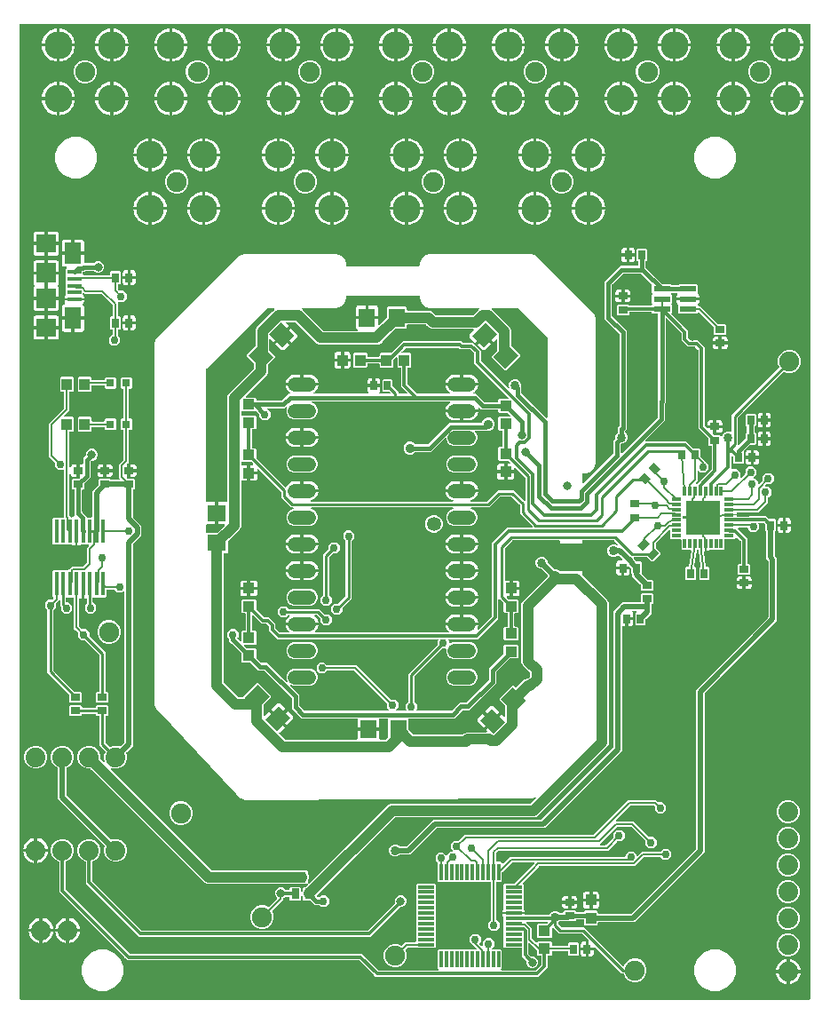
<source format=gbr>
G04 EAGLE Gerber RS-274X export*
G75*
%MOMM*%
%FSLAX34Y34*%
%LPD*%
%INTop Copper*%
%IPPOS*%
%AMOC8*
5,1,8,0,0,1.08239X$1,22.5*%
G01*
%ADD10R,0.700000X0.900000*%
%ADD11R,0.900000X0.700000*%
%ADD12R,1.000000X1.100000*%
%ADD13C,1.879600*%
%ADD14R,1.350000X0.400000*%
%ADD15R,1.600000X2.100000*%
%ADD16R,1.900000X1.800000*%
%ADD17R,1.900000X1.900000*%
%ADD18R,0.800000X0.800000*%
%ADD19R,1.600000X1.803000*%
%ADD20R,1.100000X1.000000*%
%ADD21R,1.600000X0.300000*%
%ADD22R,0.300000X1.600000*%
%ADD23R,1.625600X0.609600*%
%ADD24R,0.406400X2.286000*%
%ADD25R,0.800000X1.000000*%
%ADD26R,0.304800X0.914400*%
%ADD27R,0.914400X0.304800*%
%ADD28R,3.200400X3.200400*%
%ADD29C,0.858000*%
%ADD30R,1.803000X1.600000*%
%ADD31C,1.905000*%
%ADD32C,2.667000*%
%ADD33C,1.320800*%
%ADD34C,0.203200*%
%ADD35C,0.756400*%
%ADD36C,0.304800*%
%ADD37C,0.254000*%
%ADD38C,0.406400*%
%ADD39C,0.806400*%
%ADD40C,0.856400*%
%ADD41C,0.508000*%
%ADD42C,1.016000*%
%ADD43C,0.200000*%
%ADD44C,0.906400*%
%ADD45C,1.350000*%

G36*
X763598Y10164D02*
X763598Y10164D01*
X763617Y10162D01*
X763719Y10184D01*
X763821Y10200D01*
X763838Y10210D01*
X763858Y10214D01*
X763947Y10267D01*
X764038Y10316D01*
X764052Y10330D01*
X764069Y10340D01*
X764136Y10419D01*
X764208Y10494D01*
X764216Y10512D01*
X764229Y10527D01*
X764268Y10623D01*
X764311Y10717D01*
X764313Y10737D01*
X764321Y10755D01*
X764339Y10922D01*
X764339Y939548D01*
X764336Y939568D01*
X764338Y939587D01*
X764316Y939689D01*
X764300Y939791D01*
X764290Y939808D01*
X764286Y939828D01*
X764233Y939917D01*
X764184Y940008D01*
X764170Y940022D01*
X764160Y940039D01*
X764081Y940106D01*
X764006Y940178D01*
X763988Y940186D01*
X763973Y940199D01*
X763877Y940238D01*
X763783Y940281D01*
X763763Y940283D01*
X763745Y940291D01*
X763578Y940309D01*
X10922Y940309D01*
X10902Y940306D01*
X10883Y940308D01*
X10781Y940286D01*
X10679Y940270D01*
X10662Y940260D01*
X10642Y940256D01*
X10553Y940203D01*
X10462Y940154D01*
X10448Y940140D01*
X10431Y940130D01*
X10364Y940051D01*
X10292Y939976D01*
X10284Y939958D01*
X10271Y939943D01*
X10232Y939847D01*
X10189Y939753D01*
X10187Y939733D01*
X10179Y939715D01*
X10161Y939548D01*
X10161Y10922D01*
X10164Y10902D01*
X10162Y10883D01*
X10184Y10781D01*
X10200Y10679D01*
X10210Y10662D01*
X10214Y10642D01*
X10267Y10553D01*
X10316Y10462D01*
X10330Y10448D01*
X10340Y10431D01*
X10419Y10364D01*
X10494Y10292D01*
X10512Y10284D01*
X10527Y10271D01*
X10623Y10232D01*
X10717Y10189D01*
X10737Y10187D01*
X10755Y10179D01*
X10922Y10161D01*
X763578Y10161D01*
X763598Y10164D01*
G37*
%LPC*%
G36*
X525268Y447314D02*
X525268Y447314D01*
X525270Y447333D01*
X525248Y447435D01*
X525232Y447537D01*
X525222Y447554D01*
X525218Y447574D01*
X525165Y447663D01*
X525116Y447754D01*
X525102Y447768D01*
X525092Y447785D01*
X525013Y447852D01*
X524938Y447924D01*
X524920Y447932D01*
X524905Y447945D01*
X524809Y447984D01*
X524715Y448027D01*
X524695Y448029D01*
X524677Y448037D01*
X524510Y448055D01*
X480263Y448055D01*
X480173Y448041D01*
X480082Y448033D01*
X480052Y448021D01*
X480020Y448016D01*
X479940Y447973D01*
X479856Y447937D01*
X479824Y447911D01*
X479803Y447900D01*
X479781Y447877D01*
X479725Y447832D01*
X472918Y441025D01*
X472865Y440951D01*
X472805Y440882D01*
X472793Y440852D01*
X472774Y440826D01*
X472747Y440739D01*
X472713Y440654D01*
X472709Y440613D01*
X472702Y440591D01*
X472703Y440558D01*
X472695Y440487D01*
X472695Y410502D01*
X472698Y410482D01*
X472696Y410463D01*
X472718Y410361D01*
X472734Y410259D01*
X472744Y410242D01*
X472748Y410222D01*
X472801Y410133D01*
X472850Y410042D01*
X472864Y410028D01*
X472874Y410011D01*
X472953Y409944D01*
X473028Y409872D01*
X473046Y409864D01*
X473061Y409851D01*
X473157Y409812D01*
X473251Y409769D01*
X473271Y409767D01*
X473289Y409759D01*
X473456Y409741D01*
X477267Y409741D01*
X477267Y402962D01*
X477270Y402942D01*
X477268Y402923D01*
X477290Y402821D01*
X477307Y402719D01*
X477316Y402702D01*
X477320Y402682D01*
X477373Y402593D01*
X477422Y402502D01*
X477436Y402488D01*
X477446Y402471D01*
X477525Y402404D01*
X477600Y402333D01*
X477618Y402324D01*
X477633Y402311D01*
X477729Y402272D01*
X477823Y402229D01*
X477843Y402227D01*
X477861Y402219D01*
X478028Y402201D01*
X478791Y402201D01*
X478791Y402199D01*
X478028Y402199D01*
X478008Y402196D01*
X477989Y402198D01*
X477887Y402176D01*
X477785Y402159D01*
X477768Y402150D01*
X477748Y402146D01*
X477659Y402093D01*
X477568Y402044D01*
X477554Y402030D01*
X477537Y402020D01*
X477470Y401941D01*
X477399Y401866D01*
X477390Y401848D01*
X477377Y401833D01*
X477338Y401737D01*
X477295Y401643D01*
X477293Y401623D01*
X477285Y401605D01*
X477267Y401438D01*
X477267Y394659D01*
X475121Y394659D01*
X475050Y394648D01*
X474978Y394646D01*
X474929Y394628D01*
X474878Y394620D01*
X474815Y394586D01*
X474747Y394561D01*
X474707Y394529D01*
X474661Y394504D01*
X474611Y394452D01*
X474555Y394408D01*
X474527Y394364D01*
X474491Y394326D01*
X474461Y394261D01*
X474422Y394201D01*
X474410Y394150D01*
X474388Y394103D01*
X474380Y394032D01*
X474362Y393962D01*
X474366Y393910D01*
X474361Y393859D01*
X474376Y393788D01*
X474381Y393717D01*
X474402Y393669D01*
X474413Y393618D01*
X474450Y393557D01*
X474478Y393491D01*
X474523Y393435D01*
X474539Y393407D01*
X474557Y393392D01*
X474583Y393360D01*
X475995Y391948D01*
X476069Y391895D01*
X476138Y391835D01*
X476168Y391823D01*
X476194Y391804D01*
X476282Y391777D01*
X476366Y391743D01*
X476407Y391739D01*
X476429Y391732D01*
X476462Y391733D01*
X476533Y391725D01*
X484922Y391725D01*
X485815Y390832D01*
X485815Y379568D01*
X484922Y378675D01*
X482600Y378675D01*
X482580Y378672D01*
X482561Y378674D01*
X482459Y378652D01*
X482357Y378636D01*
X482340Y378626D01*
X482320Y378622D01*
X482231Y378569D01*
X482140Y378520D01*
X482126Y378506D01*
X482109Y378496D01*
X482042Y378417D01*
X481970Y378342D01*
X481962Y378324D01*
X481949Y378309D01*
X481910Y378213D01*
X481867Y378119D01*
X481865Y378099D01*
X481857Y378081D01*
X481839Y377914D01*
X481839Y366306D01*
X481842Y366286D01*
X481840Y366267D01*
X481862Y366165D01*
X481878Y366063D01*
X481888Y366046D01*
X481892Y366026D01*
X481945Y365937D01*
X481994Y365846D01*
X482008Y365832D01*
X482018Y365815D01*
X482097Y365748D01*
X482172Y365676D01*
X482190Y365668D01*
X482205Y365655D01*
X482301Y365616D01*
X482395Y365573D01*
X482415Y365571D01*
X482433Y365563D01*
X482600Y365545D01*
X484922Y365545D01*
X485815Y364652D01*
X485815Y353388D01*
X484922Y352495D01*
X472658Y352495D01*
X471765Y353388D01*
X471765Y364652D01*
X472658Y365545D01*
X474980Y365545D01*
X475000Y365548D01*
X475019Y365546D01*
X475121Y365568D01*
X475223Y365584D01*
X475240Y365594D01*
X475260Y365598D01*
X475349Y365651D01*
X475440Y365700D01*
X475454Y365714D01*
X475471Y365724D01*
X475538Y365803D01*
X475610Y365878D01*
X475618Y365896D01*
X475631Y365911D01*
X475670Y366007D01*
X475713Y366101D01*
X475715Y366121D01*
X475723Y366139D01*
X475741Y366306D01*
X475741Y377914D01*
X475738Y377934D01*
X475740Y377953D01*
X475718Y378055D01*
X475702Y378157D01*
X475692Y378174D01*
X475688Y378194D01*
X475635Y378283D01*
X475586Y378374D01*
X475572Y378388D01*
X475562Y378405D01*
X475483Y378472D01*
X475408Y378544D01*
X475390Y378552D01*
X475375Y378565D01*
X475279Y378604D01*
X475185Y378647D01*
X475165Y378649D01*
X475147Y378657D01*
X474980Y378675D01*
X472658Y378675D01*
X471765Y379568D01*
X471765Y387957D01*
X471751Y388047D01*
X471743Y388138D01*
X471731Y388168D01*
X471726Y388200D01*
X471683Y388280D01*
X471647Y388364D01*
X471621Y388397D01*
X471610Y388417D01*
X471587Y388439D01*
X471542Y388495D01*
X467898Y392139D01*
X467840Y392181D01*
X467788Y392231D01*
X467741Y392253D01*
X467699Y392283D01*
X467630Y392304D01*
X467565Y392334D01*
X467513Y392340D01*
X467463Y392355D01*
X467392Y392353D01*
X467321Y392361D01*
X467270Y392350D01*
X467218Y392349D01*
X467150Y392324D01*
X467080Y392309D01*
X467035Y392282D01*
X466987Y392264D01*
X466931Y392220D01*
X466869Y392183D01*
X466835Y392143D01*
X466795Y392111D01*
X466756Y392050D01*
X466709Y391996D01*
X466690Y391948D01*
X466662Y391904D01*
X466644Y391834D01*
X466617Y391768D01*
X466609Y391696D01*
X466601Y391665D01*
X466603Y391642D01*
X466599Y391601D01*
X466599Y373387D01*
X447033Y353821D01*
X419608Y353821D01*
X419538Y353810D01*
X419466Y353808D01*
X419417Y353790D01*
X419366Y353782D01*
X419302Y353748D01*
X419235Y353723D01*
X419194Y353691D01*
X419148Y353666D01*
X419099Y353614D01*
X419043Y353570D01*
X419015Y353526D01*
X418979Y353488D01*
X418949Y353423D01*
X418910Y353363D01*
X418897Y353312D01*
X418875Y353265D01*
X418867Y353194D01*
X418850Y353124D01*
X418854Y353072D01*
X418848Y353021D01*
X418863Y352950D01*
X418869Y352879D01*
X418889Y352831D01*
X418900Y352780D01*
X418937Y352719D01*
X418965Y352653D01*
X419010Y352597D01*
X419027Y352569D01*
X419044Y352554D01*
X419070Y352522D01*
X419354Y352238D01*
X419354Y350391D01*
X419365Y350320D01*
X419367Y350249D01*
X419385Y350200D01*
X419393Y350149D01*
X419427Y350085D01*
X419452Y350018D01*
X419484Y349977D01*
X419509Y349931D01*
X419561Y349882D01*
X419606Y349826D01*
X419649Y349798D01*
X419687Y349762D01*
X419752Y349732D01*
X419812Y349693D01*
X419863Y349680D01*
X419910Y349658D01*
X419981Y349650D01*
X420051Y349633D01*
X420103Y349637D01*
X420154Y349631D01*
X420225Y349646D01*
X420296Y349652D01*
X420344Y349672D01*
X420395Y349683D01*
X420456Y349720D01*
X420523Y349748D01*
X420560Y349778D01*
X423579Y351029D01*
X440021Y351029D01*
X443009Y349791D01*
X445295Y347505D01*
X446533Y344517D01*
X446533Y341283D01*
X445295Y338295D01*
X443009Y336009D01*
X440021Y334771D01*
X423579Y334771D01*
X420591Y336009D01*
X418305Y338295D01*
X417067Y341283D01*
X417067Y343972D01*
X417064Y343992D01*
X417066Y344011D01*
X417044Y344113D01*
X417028Y344215D01*
X417018Y344232D01*
X417014Y344252D01*
X416961Y344341D01*
X416912Y344432D01*
X416898Y344446D01*
X416888Y344463D01*
X416809Y344530D01*
X416734Y344602D01*
X416716Y344610D01*
X416701Y344623D01*
X416605Y344662D01*
X416511Y344705D01*
X416491Y344707D01*
X416473Y344715D01*
X416306Y344733D01*
X413008Y344733D01*
X412918Y344719D01*
X412827Y344711D01*
X412797Y344699D01*
X412765Y344694D01*
X412685Y344651D01*
X412601Y344615D01*
X412569Y344589D01*
X412548Y344578D01*
X412526Y344555D01*
X412470Y344510D01*
X386558Y318598D01*
X386505Y318524D01*
X386445Y318455D01*
X386433Y318425D01*
X386414Y318399D01*
X386387Y318312D01*
X386353Y318227D01*
X386349Y318186D01*
X386342Y318164D01*
X386343Y318131D01*
X386335Y318060D01*
X386335Y294585D01*
X386337Y294574D01*
X386336Y294565D01*
X386345Y294523D01*
X386349Y294495D01*
X386357Y294404D01*
X386369Y294375D01*
X386374Y294343D01*
X386417Y294262D01*
X386453Y294178D01*
X386479Y294146D01*
X386490Y294125D01*
X386513Y294103D01*
X386558Y294047D01*
X388847Y291758D01*
X388847Y287362D01*
X388281Y286796D01*
X388239Y286738D01*
X388190Y286686D01*
X388168Y286639D01*
X388138Y286597D01*
X388116Y286528D01*
X388086Y286463D01*
X388081Y286411D01*
X388065Y286361D01*
X388067Y286290D01*
X388059Y286219D01*
X388070Y286168D01*
X388072Y286116D01*
X388096Y286048D01*
X388111Y285978D01*
X388138Y285933D01*
X388156Y285885D01*
X388201Y285829D01*
X388238Y285767D01*
X388277Y285733D01*
X388310Y285693D01*
X388370Y285654D01*
X388425Y285607D01*
X388473Y285588D01*
X388517Y285560D01*
X388586Y285542D01*
X388653Y285515D01*
X388724Y285507D01*
X388755Y285499D01*
X388778Y285501D01*
X388819Y285497D01*
X421693Y285497D01*
X421783Y285511D01*
X421874Y285519D01*
X421903Y285531D01*
X421935Y285536D01*
X422016Y285579D01*
X422100Y285615D01*
X422132Y285641D01*
X422153Y285652D01*
X422175Y285675D01*
X422231Y285720D01*
X427353Y290842D01*
X429660Y293149D01*
X435694Y293149D01*
X435785Y293163D01*
X435875Y293171D01*
X435905Y293183D01*
X435937Y293188D01*
X436018Y293231D01*
X436102Y293267D01*
X436134Y293293D01*
X436155Y293304D01*
X436177Y293327D01*
X436233Y293372D01*
X457198Y314337D01*
X457251Y314411D01*
X457311Y314481D01*
X457323Y314511D01*
X457342Y314537D01*
X457369Y314624D01*
X457403Y314709D01*
X457407Y314750D01*
X457414Y314772D01*
X457413Y314804D01*
X457421Y314876D01*
X457421Y325681D01*
X459728Y327988D01*
X471542Y339802D01*
X471595Y339876D01*
X471655Y339946D01*
X471667Y339976D01*
X471686Y340002D01*
X471713Y340089D01*
X471747Y340174D01*
X471751Y340215D01*
X471758Y340237D01*
X471757Y340269D01*
X471765Y340341D01*
X471765Y347652D01*
X472658Y348545D01*
X484922Y348545D01*
X485815Y347652D01*
X485815Y336388D01*
X484922Y335495D01*
X477611Y335495D01*
X477520Y335481D01*
X477430Y335473D01*
X477400Y335461D01*
X477368Y335456D01*
X477287Y335413D01*
X477203Y335377D01*
X477171Y335351D01*
X477150Y335340D01*
X477128Y335317D01*
X477072Y335272D01*
X464758Y322958D01*
X464705Y322884D01*
X464645Y322814D01*
X464633Y322784D01*
X464614Y322758D01*
X464587Y322671D01*
X464553Y322586D01*
X464549Y322545D01*
X464542Y322523D01*
X464543Y322491D01*
X464535Y322419D01*
X464535Y311614D01*
X438956Y286035D01*
X432922Y286035D01*
X432832Y286021D01*
X432741Y286013D01*
X432711Y286001D01*
X432679Y285996D01*
X432598Y285953D01*
X432514Y285917D01*
X432482Y285891D01*
X432462Y285880D01*
X432439Y285857D01*
X432383Y285812D01*
X427261Y280690D01*
X424954Y278383D01*
X381376Y278383D01*
X381356Y278380D01*
X381337Y278382D01*
X381235Y278360D01*
X381133Y278344D01*
X381116Y278334D01*
X381096Y278330D01*
X381007Y278277D01*
X380916Y278228D01*
X380902Y278214D01*
X380885Y278204D01*
X380818Y278125D01*
X380746Y278050D01*
X380738Y278032D01*
X380725Y278017D01*
X380686Y277921D01*
X380643Y277827D01*
X380641Y277807D01*
X380633Y277789D01*
X380615Y277622D01*
X380615Y268101D01*
X380629Y268011D01*
X380637Y267920D01*
X380649Y267890D01*
X380654Y267858D01*
X380697Y267778D01*
X380733Y267694D01*
X380759Y267662D01*
X380770Y267641D01*
X380793Y267619D01*
X380838Y267563D01*
X385033Y263368D01*
X385107Y263315D01*
X385176Y263255D01*
X385206Y263243D01*
X385233Y263224D01*
X385320Y263197D01*
X385404Y263163D01*
X385445Y263159D01*
X385468Y263152D01*
X385500Y263153D01*
X385571Y263145D01*
X432757Y263145D01*
X432847Y263159D01*
X432938Y263167D01*
X432968Y263179D01*
X433000Y263184D01*
X433081Y263227D01*
X433165Y263263D01*
X433197Y263289D01*
X433217Y263300D01*
X433240Y263323D01*
X433296Y263368D01*
X433813Y263885D01*
X436241Y264891D01*
X455174Y264891D01*
X455245Y264902D01*
X455317Y264904D01*
X455366Y264922D01*
X455417Y264930D01*
X455481Y264964D01*
X455548Y264989D01*
X455589Y265021D01*
X455635Y265046D01*
X455684Y265098D01*
X455740Y265142D01*
X455768Y265186D01*
X455804Y265224D01*
X455834Y265289D01*
X455873Y265349D01*
X455886Y265400D01*
X455908Y265447D01*
X455915Y265518D01*
X455933Y265588D01*
X455929Y265640D01*
X455935Y265691D01*
X455919Y265762D01*
X455914Y265833D01*
X455894Y265881D01*
X455882Y265932D01*
X455846Y265993D01*
X455818Y266059D01*
X455773Y266115D01*
X455756Y266143D01*
X455738Y266158D01*
X455733Y266166D01*
X455731Y266168D01*
X455729Y266170D01*
X455713Y266190D01*
X454739Y267164D01*
X461653Y274079D01*
X461665Y274095D01*
X461680Y274108D01*
X461736Y274195D01*
X461797Y274279D01*
X461802Y274298D01*
X461813Y274315D01*
X461839Y274415D01*
X461869Y274514D01*
X461868Y274534D01*
X461873Y274553D01*
X461865Y274656D01*
X461863Y274760D01*
X461856Y274779D01*
X461854Y274798D01*
X461814Y274893D01*
X461778Y274991D01*
X461766Y275006D01*
X461758Y275025D01*
X461653Y275156D01*
X461114Y275695D01*
X461115Y275696D01*
X461654Y275157D01*
X461670Y275145D01*
X461683Y275130D01*
X461770Y275073D01*
X461854Y275013D01*
X461873Y275007D01*
X461890Y274997D01*
X461990Y274971D01*
X462089Y274941D01*
X462109Y274941D01*
X462128Y274937D01*
X462231Y274945D01*
X462335Y274947D01*
X462354Y274954D01*
X462374Y274956D01*
X462468Y274996D01*
X462566Y275032D01*
X462582Y275044D01*
X462600Y275052D01*
X462731Y275157D01*
X469645Y282071D01*
X471846Y279871D01*
X471904Y279829D01*
X471956Y279779D01*
X472004Y279757D01*
X472046Y279727D01*
X472114Y279706D01*
X472179Y279676D01*
X472231Y279670D01*
X472281Y279655D01*
X472353Y279657D01*
X472424Y279649D01*
X472475Y279660D01*
X472527Y279661D01*
X472594Y279686D01*
X472664Y279701D01*
X472709Y279728D01*
X472758Y279746D01*
X472814Y279790D01*
X472875Y279827D01*
X472909Y279867D01*
X472950Y279899D01*
X472989Y279960D01*
X473035Y280014D01*
X473055Y280062D01*
X473083Y280106D01*
X473100Y280176D01*
X473127Y280242D01*
X473135Y280314D01*
X473143Y280345D01*
X473141Y280368D01*
X473146Y280409D01*
X473146Y290099D01*
X473131Y290189D01*
X473124Y290280D01*
X473111Y290310D01*
X473106Y290342D01*
X473063Y290423D01*
X473027Y290506D01*
X473002Y290539D01*
X472991Y290559D01*
X472967Y290581D01*
X472923Y290637D01*
X467669Y295891D01*
X467669Y297154D01*
X479876Y309361D01*
X481139Y309361D01*
X482752Y307749D01*
X482768Y307737D01*
X482780Y307721D01*
X482854Y307674D01*
X482875Y307656D01*
X482887Y307652D01*
X482951Y307605D01*
X482970Y307599D01*
X482987Y307588D01*
X483088Y307563D01*
X483186Y307533D01*
X483206Y307533D01*
X483226Y307528D01*
X483329Y307536D01*
X483432Y307539D01*
X483451Y307546D01*
X483471Y307547D01*
X483566Y307588D01*
X483663Y307623D01*
X483679Y307636D01*
X483697Y307644D01*
X483765Y307698D01*
X483770Y307701D01*
X483776Y307707D01*
X483828Y307749D01*
X491083Y315003D01*
X493510Y316009D01*
X494115Y316009D01*
X494205Y316023D01*
X494296Y316031D01*
X494325Y316043D01*
X494357Y316048D01*
X494438Y316091D01*
X494522Y316127D01*
X494554Y316153D01*
X494575Y316164D01*
X494597Y316187D01*
X494653Y316232D01*
X496568Y318147D01*
X496621Y318221D01*
X496681Y318291D01*
X496693Y318321D01*
X496712Y318347D01*
X496739Y318434D01*
X496773Y318519D01*
X496777Y318560D01*
X496784Y318582D01*
X496783Y318614D01*
X496791Y318685D01*
X496791Y321395D01*
X496777Y321485D01*
X496769Y321576D01*
X496757Y321605D01*
X496752Y321637D01*
X496709Y321718D01*
X496673Y321802D01*
X496647Y321834D01*
X496636Y321855D01*
X496613Y321877D01*
X496568Y321933D01*
X489701Y328800D01*
X488695Y331228D01*
X488695Y387394D01*
X489701Y389821D01*
X491666Y391786D01*
X513872Y413993D01*
X513925Y414067D01*
X513985Y414136D01*
X513997Y414166D01*
X514016Y414193D01*
X514043Y414280D01*
X514077Y414364D01*
X514081Y414405D01*
X514088Y414428D01*
X514087Y414460D01*
X514091Y414489D01*
X514093Y414497D01*
X514092Y414503D01*
X514095Y414531D01*
X514095Y414561D01*
X514083Y414637D01*
X514082Y414674D01*
X514078Y414684D01*
X514073Y414742D01*
X514061Y414772D01*
X514056Y414804D01*
X514013Y414884D01*
X513977Y414968D01*
X513951Y415000D01*
X513940Y415021D01*
X513917Y415043D01*
X513872Y415099D01*
X508281Y420690D01*
X508207Y420743D01*
X508138Y420803D01*
X508108Y420815D01*
X508082Y420834D01*
X507995Y420861D01*
X507910Y420895D01*
X507869Y420899D01*
X507846Y420906D01*
X507814Y420905D01*
X507743Y420913D01*
X506845Y420913D01*
X504711Y421797D01*
X503077Y423431D01*
X502193Y425565D01*
X502193Y427875D01*
X503077Y430009D01*
X504711Y431643D01*
X506845Y432527D01*
X509155Y432527D01*
X511289Y431643D01*
X512923Y430009D01*
X513807Y427875D01*
X513807Y426977D01*
X513821Y426887D01*
X513829Y426796D01*
X513841Y426766D01*
X513846Y426734D01*
X513889Y426654D01*
X513925Y426570D01*
X513951Y426538D01*
X513962Y426517D01*
X513985Y426495D01*
X514030Y426439D01*
X519621Y420848D01*
X519695Y420795D01*
X519764Y420735D01*
X519794Y420723D01*
X519820Y420704D01*
X519907Y420677D01*
X519992Y420643D01*
X520033Y420639D01*
X520055Y420632D01*
X520088Y420633D01*
X520159Y420625D01*
X522014Y420625D01*
X524441Y419619D01*
X525499Y418562D01*
X525573Y418509D01*
X525642Y418449D01*
X525672Y418437D01*
X525699Y418418D01*
X525785Y418391D01*
X525870Y418357D01*
X525911Y418353D01*
X525934Y418346D01*
X525966Y418347D01*
X526037Y418339D01*
X546609Y418339D01*
X546609Y415547D01*
X546624Y415457D01*
X546631Y415366D01*
X546643Y415336D01*
X546649Y415304D01*
X546691Y415224D01*
X546727Y415140D01*
X546753Y415108D01*
X546764Y415087D01*
X546787Y415065D01*
X546832Y415009D01*
X570749Y391091D01*
X571755Y388664D01*
X571755Y253956D01*
X570749Y251529D01*
X504121Y184901D01*
X501694Y183895D01*
X368451Y183895D01*
X368361Y183881D01*
X368270Y183873D01*
X368240Y183861D01*
X368208Y183856D01*
X368128Y183813D01*
X368044Y183777D01*
X368012Y183751D01*
X367991Y183740D01*
X367969Y183717D01*
X367913Y183672D01*
X293624Y109383D01*
X293612Y109367D01*
X293596Y109354D01*
X293540Y109267D01*
X293480Y109183D01*
X293474Y109164D01*
X293463Y109147D01*
X293438Y109047D01*
X293408Y108948D01*
X293408Y108928D01*
X293403Y108909D01*
X293411Y108806D01*
X293414Y108702D01*
X293421Y108684D01*
X293422Y108664D01*
X293463Y108569D01*
X293498Y108471D01*
X293511Y108456D01*
X293519Y108437D01*
X293624Y108306D01*
X294010Y107920D01*
X294084Y107867D01*
X294154Y107807D01*
X294184Y107795D01*
X294210Y107776D01*
X294297Y107749D01*
X294382Y107715D01*
X294423Y107711D01*
X294445Y107704D01*
X294477Y107705D01*
X294549Y107697D01*
X295457Y107697D01*
X295547Y107711D01*
X295638Y107719D01*
X295667Y107731D01*
X295699Y107736D01*
X295780Y107779D01*
X295864Y107815D01*
X295896Y107841D01*
X295917Y107852D01*
X295939Y107875D01*
X295995Y107920D01*
X297522Y109447D01*
X301918Y109447D01*
X305027Y106338D01*
X305027Y101942D01*
X301918Y98833D01*
X297522Y98833D01*
X295995Y100360D01*
X295921Y100413D01*
X295851Y100473D01*
X295821Y100485D01*
X295795Y100504D01*
X295708Y100531D01*
X295623Y100565D01*
X295582Y100569D01*
X295560Y100576D01*
X295528Y100575D01*
X295457Y100583D01*
X291287Y100583D01*
X288980Y102890D01*
X287698Y104172D01*
X287624Y104225D01*
X287554Y104285D01*
X287524Y104297D01*
X287498Y104316D01*
X287411Y104343D01*
X287326Y104377D01*
X287285Y104381D01*
X287263Y104388D01*
X287231Y104387D01*
X287159Y104395D01*
X284586Y104395D01*
X284533Y104417D01*
X284469Y104432D01*
X284408Y104457D01*
X284326Y104466D01*
X284294Y104473D01*
X284274Y104472D01*
X284242Y104475D01*
X281268Y104475D01*
X280375Y105368D01*
X280375Y106927D01*
X280365Y106992D01*
X280364Y107058D01*
X280341Y107138D01*
X280336Y107170D01*
X280326Y107187D01*
X280317Y107219D01*
X279889Y108252D01*
X279838Y108335D01*
X279792Y108421D01*
X279774Y108439D01*
X279760Y108461D01*
X279684Y108524D01*
X279614Y108590D01*
X279590Y108601D01*
X279570Y108618D01*
X279479Y108653D01*
X279391Y108694D01*
X279365Y108697D01*
X279341Y108706D01*
X279243Y108710D01*
X279147Y108721D01*
X279121Y108716D01*
X279095Y108717D01*
X279001Y108690D01*
X278906Y108669D01*
X278884Y108655D01*
X278859Y108648D01*
X278779Y108593D01*
X278695Y108543D01*
X278678Y108523D01*
X278657Y108508D01*
X278598Y108430D01*
X278535Y108356D01*
X278525Y108331D01*
X278510Y108311D01*
X278480Y108218D01*
X278443Y108128D01*
X278440Y108095D01*
X278434Y108077D01*
X278434Y108044D01*
X278425Y107961D01*
X278425Y105368D01*
X277532Y104475D01*
X268268Y104475D01*
X267375Y105368D01*
X267375Y107530D01*
X267357Y107643D01*
X267336Y107770D01*
X267336Y107772D01*
X267336Y107773D01*
X267283Y107871D01*
X267222Y107988D01*
X267221Y107989D01*
X267220Y107990D01*
X267135Y108072D01*
X267044Y108158D01*
X267043Y108159D01*
X267042Y108159D01*
X266930Y108212D01*
X266821Y108262D01*
X266820Y108263D01*
X266819Y108263D01*
X266815Y108264D01*
X266656Y108290D01*
X263974Y108438D01*
X263863Y108426D01*
X263751Y108417D01*
X263741Y108412D01*
X263730Y108411D01*
X263628Y108364D01*
X263525Y108321D01*
X263514Y108312D01*
X263506Y108308D01*
X263487Y108290D01*
X263394Y108216D01*
X262228Y107049D01*
X262091Y106992D01*
X261991Y106931D01*
X261891Y106871D01*
X261887Y106866D01*
X261882Y106863D01*
X261807Y106773D01*
X261731Y106684D01*
X261729Y106678D01*
X261725Y106673D01*
X261683Y106565D01*
X261639Y106456D01*
X261638Y106448D01*
X261637Y106444D01*
X261636Y106425D01*
X261621Y106289D01*
X261621Y105628D01*
X251169Y95176D01*
X251124Y95113D01*
X251100Y95088D01*
X251090Y95066D01*
X251031Y94987D01*
X251029Y94981D01*
X251026Y94976D01*
X250992Y94865D01*
X250955Y94753D01*
X250955Y94747D01*
X250953Y94741D01*
X250956Y94624D01*
X250957Y94508D01*
X250960Y94500D01*
X250960Y94495D01*
X250966Y94478D01*
X251004Y94346D01*
X252350Y91098D01*
X252350Y86702D01*
X250667Y82641D01*
X247559Y79533D01*
X243498Y77850D01*
X239102Y77850D01*
X235041Y79533D01*
X231933Y82641D01*
X230250Y86702D01*
X230250Y91098D01*
X231933Y95159D01*
X235041Y98267D01*
X239102Y99950D01*
X243498Y99950D01*
X246746Y98604D01*
X246860Y98578D01*
X246974Y98549D01*
X246980Y98549D01*
X246986Y98548D01*
X247102Y98559D01*
X247219Y98568D01*
X247224Y98570D01*
X247231Y98571D01*
X247338Y98619D01*
X247445Y98664D01*
X247451Y98669D01*
X247455Y98671D01*
X247469Y98684D01*
X247576Y98769D01*
X255356Y106549D01*
X255368Y106565D01*
X255383Y106578D01*
X255439Y106665D01*
X255499Y106749D01*
X255505Y106768D01*
X255516Y106785D01*
X255541Y106885D01*
X255572Y106984D01*
X255571Y107004D01*
X255576Y107023D01*
X255568Y107126D01*
X255565Y107230D01*
X255559Y107249D01*
X255557Y107268D01*
X255517Y107363D01*
X255481Y107461D01*
X255469Y107476D01*
X255461Y107495D01*
X255356Y107626D01*
X254369Y108612D01*
X253523Y110655D01*
X253523Y112865D01*
X254369Y114908D01*
X255932Y116471D01*
X257975Y117317D01*
X260185Y117317D01*
X262228Y116471D01*
X263826Y114872D01*
X263853Y114822D01*
X263872Y114803D01*
X263887Y114780D01*
X263961Y114718D01*
X264031Y114652D01*
X264055Y114640D01*
X264076Y114623D01*
X264166Y114588D01*
X264253Y114547D01*
X264287Y114542D01*
X264306Y114534D01*
X264339Y114533D01*
X264419Y114520D01*
X266572Y114401D01*
X266613Y114406D01*
X266653Y114401D01*
X266734Y114419D01*
X266817Y114428D01*
X266854Y114445D01*
X266894Y114453D01*
X266965Y114496D01*
X267040Y114531D01*
X267070Y114559D01*
X267105Y114580D01*
X267159Y114643D01*
X267219Y114699D01*
X267238Y114735D01*
X267265Y114767D01*
X267296Y114844D01*
X267335Y114916D01*
X267341Y114957D01*
X267357Y114995D01*
X267374Y115154D01*
X267375Y115159D01*
X267375Y115160D01*
X267375Y115161D01*
X267375Y116632D01*
X268268Y117525D01*
X277532Y117525D01*
X278425Y116632D01*
X278425Y114039D01*
X278440Y113943D01*
X278450Y113846D01*
X278460Y113822D01*
X278464Y113796D01*
X278510Y113710D01*
X278550Y113621D01*
X278567Y113602D01*
X278580Y113579D01*
X278650Y113512D01*
X278716Y113440D01*
X278739Y113428D01*
X278758Y113410D01*
X278846Y113369D01*
X278932Y113322D01*
X278957Y113317D01*
X278981Y113306D01*
X279078Y113295D01*
X279174Y113278D01*
X279200Y113282D01*
X279225Y113279D01*
X279321Y113300D01*
X279417Y113314D01*
X279440Y113326D01*
X279466Y113331D01*
X279549Y113381D01*
X279636Y113425D01*
X279655Y113444D01*
X279677Y113457D01*
X279740Y113531D01*
X279808Y113601D01*
X279824Y113629D01*
X279837Y113644D01*
X279849Y113675D01*
X279889Y113748D01*
X280317Y114781D01*
X280332Y114845D01*
X280357Y114906D01*
X280366Y114989D01*
X280373Y115021D01*
X280372Y115040D01*
X280375Y115073D01*
X280375Y116632D01*
X281268Y117525D01*
X282769Y117525D01*
X282859Y117539D01*
X282950Y117547D01*
X282980Y117559D01*
X283012Y117564D01*
X283092Y117607D01*
X283176Y117643D01*
X283208Y117669D01*
X283229Y117680D01*
X283251Y117703D01*
X283307Y117748D01*
X284735Y119176D01*
X284777Y119234D01*
X284826Y119286D01*
X284848Y119333D01*
X284879Y119375D01*
X284900Y119444D01*
X284930Y119509D01*
X284936Y119561D01*
X284951Y119611D01*
X284949Y119682D01*
X284957Y119753D01*
X284946Y119804D01*
X284945Y119856D01*
X284920Y119924D01*
X284905Y119994D01*
X284878Y120038D01*
X284860Y120087D01*
X284815Y120143D01*
X284779Y120205D01*
X284739Y120239D01*
X284707Y120279D01*
X284646Y120318D01*
X284592Y120365D01*
X284543Y120384D01*
X284500Y120412D01*
X284430Y120430D01*
X284364Y120457D01*
X284292Y120465D01*
X284261Y120473D01*
X284238Y120471D01*
X284197Y120475D01*
X281058Y120475D01*
X280994Y120465D01*
X280928Y120464D01*
X280848Y120441D01*
X280816Y120436D01*
X280798Y120426D01*
X280767Y120417D01*
X280714Y120395D01*
X189186Y120395D01*
X186759Y121401D01*
X78005Y230154D01*
X77931Y230207D01*
X77862Y230267D01*
X77832Y230279D01*
X77805Y230298D01*
X77718Y230325D01*
X77634Y230359D01*
X77593Y230363D01*
X77570Y230370D01*
X77538Y230369D01*
X77467Y230377D01*
X74027Y230377D01*
X70013Y232040D01*
X66940Y235113D01*
X65277Y239127D01*
X65277Y243473D01*
X66940Y247487D01*
X70013Y250560D01*
X74027Y252223D01*
X78373Y252223D01*
X82387Y250560D01*
X85460Y247487D01*
X87123Y243473D01*
X87123Y240033D01*
X87124Y240024D01*
X87124Y240019D01*
X87129Y239994D01*
X87137Y239943D01*
X87145Y239852D01*
X87157Y239822D01*
X87162Y239790D01*
X87205Y239710D01*
X87241Y239626D01*
X87267Y239594D01*
X87278Y239573D01*
X87301Y239551D01*
X87346Y239495D01*
X90067Y236773D01*
X90146Y236717D01*
X90221Y236655D01*
X90246Y236645D01*
X90267Y236630D01*
X90360Y236601D01*
X90451Y236566D01*
X90477Y236565D01*
X90502Y236558D01*
X90599Y236560D01*
X90697Y236556D01*
X90722Y236563D01*
X90748Y236564D01*
X90839Y236597D01*
X90933Y236624D01*
X90954Y236639D01*
X90979Y236648D01*
X91055Y236709D01*
X91135Y236765D01*
X91150Y236786D01*
X91171Y236802D01*
X91224Y236884D01*
X91282Y236962D01*
X91290Y236987D01*
X91304Y237009D01*
X91328Y237103D01*
X91358Y237196D01*
X91358Y237222D01*
X91364Y237248D01*
X91356Y237344D01*
X91355Y237442D01*
X91346Y237473D01*
X91345Y237493D01*
X91332Y237523D01*
X91309Y237603D01*
X90677Y239127D01*
X90677Y243473D01*
X91888Y246395D01*
X91914Y246509D01*
X91943Y246622D01*
X91943Y246629D01*
X91944Y246635D01*
X91933Y246751D01*
X91924Y246868D01*
X91922Y246873D01*
X91921Y246880D01*
X91873Y246987D01*
X91828Y247094D01*
X91823Y247100D01*
X91821Y247104D01*
X91808Y247118D01*
X91723Y247225D01*
X86105Y252842D01*
X86105Y279814D01*
X86102Y279834D01*
X86104Y279853D01*
X86082Y279955D01*
X86066Y280057D01*
X86056Y280074D01*
X86052Y280094D01*
X85999Y280183D01*
X85950Y280274D01*
X85936Y280288D01*
X85926Y280305D01*
X85847Y280372D01*
X85772Y280444D01*
X85754Y280452D01*
X85739Y280465D01*
X85643Y280504D01*
X85549Y280547D01*
X85529Y280549D01*
X85511Y280557D01*
X85344Y280575D01*
X83768Y280575D01*
X82875Y281468D01*
X82875Y282044D01*
X82872Y282064D01*
X82874Y282083D01*
X82852Y282185D01*
X82836Y282287D01*
X82826Y282304D01*
X82822Y282324D01*
X82769Y282413D01*
X82720Y282504D01*
X82706Y282518D01*
X82696Y282535D01*
X82617Y282602D01*
X82542Y282674D01*
X82524Y282682D01*
X82509Y282695D01*
X82413Y282734D01*
X82319Y282777D01*
X82299Y282779D01*
X82281Y282787D01*
X82114Y282805D01*
X70286Y282805D01*
X70266Y282802D01*
X70247Y282804D01*
X70145Y282782D01*
X70043Y282766D01*
X70026Y282756D01*
X70006Y282752D01*
X69917Y282699D01*
X69826Y282650D01*
X69812Y282636D01*
X69795Y282626D01*
X69728Y282547D01*
X69656Y282472D01*
X69648Y282454D01*
X69635Y282439D01*
X69596Y282343D01*
X69553Y282249D01*
X69551Y282229D01*
X69543Y282211D01*
X69525Y282044D01*
X69525Y281468D01*
X68632Y280575D01*
X58368Y280575D01*
X57475Y281468D01*
X57475Y289732D01*
X58368Y290625D01*
X68632Y290625D01*
X69525Y289732D01*
X69525Y289156D01*
X69528Y289136D01*
X69526Y289117D01*
X69548Y289015D01*
X69564Y288913D01*
X69574Y288896D01*
X69578Y288876D01*
X69631Y288787D01*
X69680Y288696D01*
X69694Y288682D01*
X69704Y288665D01*
X69783Y288598D01*
X69858Y288526D01*
X69876Y288518D01*
X69891Y288505D01*
X69987Y288466D01*
X70081Y288423D01*
X70101Y288421D01*
X70119Y288413D01*
X70286Y288395D01*
X82114Y288395D01*
X82134Y288398D01*
X82153Y288396D01*
X82255Y288418D01*
X82357Y288434D01*
X82374Y288444D01*
X82394Y288448D01*
X82483Y288501D01*
X82574Y288550D01*
X82588Y288564D01*
X82605Y288574D01*
X82672Y288653D01*
X82744Y288728D01*
X82752Y288746D01*
X82765Y288761D01*
X82804Y288857D01*
X82847Y288951D01*
X82849Y288971D01*
X82857Y288989D01*
X82875Y289156D01*
X82875Y289732D01*
X83768Y290625D01*
X94032Y290625D01*
X94925Y289732D01*
X94925Y281468D01*
X94032Y280575D01*
X92456Y280575D01*
X92436Y280572D01*
X92417Y280574D01*
X92315Y280552D01*
X92213Y280536D01*
X92196Y280526D01*
X92176Y280522D01*
X92087Y280469D01*
X91996Y280420D01*
X91982Y280406D01*
X91965Y280396D01*
X91898Y280317D01*
X91826Y280242D01*
X91818Y280224D01*
X91805Y280209D01*
X91766Y280113D01*
X91723Y280019D01*
X91721Y279999D01*
X91713Y279981D01*
X91695Y279814D01*
X91695Y255473D01*
X91709Y255383D01*
X91717Y255292D01*
X91729Y255262D01*
X91734Y255230D01*
X91777Y255150D01*
X91813Y255066D01*
X91839Y255034D01*
X91850Y255013D01*
X91873Y254991D01*
X91918Y254935D01*
X95675Y251177D01*
X95770Y251109D01*
X95864Y251039D01*
X95870Y251037D01*
X95875Y251034D01*
X95986Y250999D01*
X96098Y250963D01*
X96104Y250963D01*
X96110Y250961D01*
X96227Y250964D01*
X96344Y250965D01*
X96351Y250968D01*
X96356Y250968D01*
X96373Y250974D01*
X96505Y251012D01*
X99427Y252223D01*
X103773Y252223D01*
X105425Y251538D01*
X105539Y251512D01*
X105652Y251483D01*
X105659Y251483D01*
X105665Y251482D01*
X105781Y251493D01*
X105898Y251502D01*
X105903Y251505D01*
X105910Y251505D01*
X106017Y251553D01*
X106124Y251598D01*
X106130Y251603D01*
X106134Y251605D01*
X106148Y251618D01*
X106255Y251703D01*
X110012Y255461D01*
X110065Y255535D01*
X110125Y255604D01*
X110137Y255634D01*
X110156Y255660D01*
X110183Y255748D01*
X110217Y255832D01*
X110221Y255873D01*
X110228Y255896D01*
X110227Y255928D01*
X110235Y255999D01*
X110235Y399343D01*
X110224Y399413D01*
X110222Y399485D01*
X110204Y399534D01*
X110196Y399585D01*
X110162Y399649D01*
X110137Y399716D01*
X110105Y399757D01*
X110080Y399803D01*
X110028Y399852D01*
X109984Y399908D01*
X109940Y399936D01*
X109902Y399972D01*
X109837Y400002D01*
X109777Y400041D01*
X109726Y400054D01*
X109679Y400076D01*
X109608Y400084D01*
X109538Y400101D01*
X109486Y400097D01*
X109435Y400103D01*
X109364Y400088D01*
X109293Y400082D01*
X109245Y400062D01*
X109194Y400051D01*
X109133Y400014D01*
X109067Y399986D01*
X109011Y399941D01*
X108983Y399924D01*
X108968Y399907D01*
X108936Y399881D01*
X107608Y398553D01*
X103212Y398553D01*
X100669Y401096D01*
X100595Y401149D01*
X100525Y401209D01*
X100495Y401221D01*
X100469Y401240D01*
X100382Y401267D01*
X100297Y401301D01*
X100256Y401305D01*
X100234Y401312D01*
X100202Y401311D01*
X100131Y401319D01*
X93853Y401319D01*
X93833Y401316D01*
X93814Y401318D01*
X93712Y401296D01*
X93610Y401280D01*
X93593Y401270D01*
X93573Y401266D01*
X93484Y401213D01*
X93393Y401164D01*
X93379Y401150D01*
X93362Y401140D01*
X93295Y401061D01*
X93223Y400986D01*
X93215Y400968D01*
X93202Y400953D01*
X93163Y400857D01*
X93120Y400763D01*
X93118Y400743D01*
X93110Y400725D01*
X93092Y400558D01*
X93092Y394592D01*
X92199Y393699D01*
X86870Y393699D01*
X86870Y393700D01*
X86782Y393756D01*
X86699Y393816D01*
X86680Y393822D01*
X86663Y393833D01*
X86562Y393858D01*
X86463Y393888D01*
X86443Y393888D01*
X86424Y393893D01*
X86321Y393885D01*
X86218Y393882D01*
X86199Y393875D01*
X86179Y393874D01*
X86084Y393833D01*
X85987Y393798D01*
X85971Y393785D01*
X85953Y393777D01*
X85855Y393699D01*
X80391Y393699D01*
X80371Y393696D01*
X80352Y393698D01*
X80250Y393676D01*
X80148Y393660D01*
X80131Y393650D01*
X80111Y393646D01*
X80022Y393593D01*
X79931Y393544D01*
X79917Y393530D01*
X79900Y393520D01*
X79833Y393441D01*
X79761Y393366D01*
X79753Y393348D01*
X79740Y393333D01*
X79701Y393237D01*
X79658Y393143D01*
X79656Y393123D01*
X79648Y393105D01*
X79630Y392938D01*
X79630Y389200D01*
X79644Y389110D01*
X79652Y389019D01*
X79664Y388990D01*
X79669Y388958D01*
X79712Y388877D01*
X79748Y388793D01*
X79774Y388761D01*
X79785Y388740D01*
X79808Y388718D01*
X79853Y388662D01*
X82777Y385738D01*
X82777Y381342D01*
X79668Y378233D01*
X75272Y378233D01*
X72163Y381342D01*
X72163Y385738D01*
X73817Y387392D01*
X73870Y387466D01*
X73930Y387536D01*
X73942Y387566D01*
X73961Y387592D01*
X73988Y387679D01*
X74022Y387764D01*
X74026Y387805D01*
X74033Y387827D01*
X74032Y387859D01*
X74040Y387930D01*
X74040Y392010D01*
X74021Y392126D01*
X74003Y392245D01*
X74001Y392248D01*
X74001Y392252D01*
X73945Y392357D01*
X73890Y392463D01*
X73887Y392466D01*
X73885Y392470D01*
X73800Y392551D01*
X73714Y392635D01*
X73710Y392636D01*
X73707Y392639D01*
X73600Y392689D01*
X73492Y392741D01*
X73488Y392741D01*
X73484Y392743D01*
X73366Y392756D01*
X73248Y392770D01*
X73243Y392770D01*
X73240Y392770D01*
X73226Y392767D01*
X73082Y392745D01*
X72851Y392683D01*
X71500Y392683D01*
X71500Y406400D01*
X71497Y406419D01*
X71499Y406439D01*
X71477Y406541D01*
X71461Y406643D01*
X71451Y406660D01*
X71447Y406680D01*
X71394Y406769D01*
X71345Y406860D01*
X71331Y406874D01*
X71321Y406891D01*
X71242Y406958D01*
X71167Y407029D01*
X71149Y407038D01*
X71134Y407051D01*
X71038Y407089D01*
X70944Y407133D01*
X70924Y407135D01*
X70906Y407143D01*
X70739Y407161D01*
X70231Y407161D01*
X70211Y407158D01*
X70191Y407160D01*
X70090Y407138D01*
X69988Y407121D01*
X69971Y407112D01*
X69951Y407108D01*
X69862Y407055D01*
X69771Y407006D01*
X69757Y406992D01*
X69740Y406982D01*
X69673Y406903D01*
X69601Y406828D01*
X69593Y406810D01*
X69580Y406795D01*
X69541Y406698D01*
X69498Y406605D01*
X69496Y406585D01*
X69488Y406567D01*
X69470Y406400D01*
X69470Y392683D01*
X68119Y392683D01*
X67634Y392813D01*
X67515Y392825D01*
X67398Y392838D01*
X67393Y392837D01*
X67389Y392838D01*
X67274Y392811D01*
X67157Y392786D01*
X67154Y392784D01*
X67150Y392783D01*
X67048Y392721D01*
X66946Y392660D01*
X66943Y392656D01*
X66940Y392654D01*
X66864Y392564D01*
X66786Y392473D01*
X66785Y392469D01*
X66782Y392466D01*
X66739Y392356D01*
X66694Y392245D01*
X66694Y392240D01*
X66692Y392236D01*
X66692Y392223D01*
X66676Y392078D01*
X66676Y366493D01*
X66690Y366403D01*
X66698Y366312D01*
X66710Y366282D01*
X66715Y366250D01*
X66758Y366169D01*
X66794Y366085D01*
X66820Y366053D01*
X66831Y366033D01*
X66854Y366010D01*
X66899Y365954D01*
X69183Y363670D01*
X69257Y363617D01*
X69327Y363557D01*
X69357Y363545D01*
X69383Y363526D01*
X69470Y363499D01*
X69555Y363465D01*
X69596Y363461D01*
X69618Y363454D01*
X69650Y363455D01*
X69722Y363447D01*
X73318Y363447D01*
X76427Y360338D01*
X76427Y357101D01*
X76441Y357011D01*
X76449Y356920D01*
X76461Y356890D01*
X76466Y356858D01*
X76509Y356777D01*
X76545Y356694D01*
X76571Y356661D01*
X76582Y356641D01*
X76605Y356619D01*
X76650Y356563D01*
X89835Y343378D01*
X91695Y341518D01*
X91695Y304386D01*
X91698Y304366D01*
X91696Y304347D01*
X91718Y304245D01*
X91734Y304143D01*
X91744Y304126D01*
X91748Y304106D01*
X91801Y304017D01*
X91850Y303926D01*
X91864Y303912D01*
X91874Y303895D01*
X91953Y303828D01*
X92028Y303756D01*
X92046Y303748D01*
X92061Y303735D01*
X92157Y303696D01*
X92251Y303653D01*
X92271Y303651D01*
X92289Y303643D01*
X92456Y303625D01*
X94032Y303625D01*
X94925Y302732D01*
X94925Y294468D01*
X94032Y293575D01*
X83768Y293575D01*
X82875Y294468D01*
X82875Y302732D01*
X83768Y303625D01*
X85344Y303625D01*
X85364Y303628D01*
X85383Y303626D01*
X85485Y303648D01*
X85587Y303664D01*
X85604Y303674D01*
X85624Y303678D01*
X85713Y303731D01*
X85804Y303780D01*
X85818Y303794D01*
X85835Y303804D01*
X85902Y303883D01*
X85974Y303958D01*
X85982Y303976D01*
X85995Y303991D01*
X86034Y304087D01*
X86077Y304181D01*
X86079Y304201D01*
X86087Y304219D01*
X86105Y304386D01*
X86105Y338887D01*
X86091Y338977D01*
X86083Y339068D01*
X86071Y339098D01*
X86066Y339130D01*
X86023Y339211D01*
X85987Y339294D01*
X85961Y339327D01*
X85950Y339347D01*
X85927Y339369D01*
X85882Y339425D01*
X72697Y352610D01*
X72623Y352663D01*
X72554Y352723D01*
X72524Y352735D01*
X72498Y352754D01*
X72411Y352781D01*
X72326Y352815D01*
X72285Y352819D01*
X72263Y352826D01*
X72230Y352825D01*
X72159Y352833D01*
X68922Y352833D01*
X65813Y355942D01*
X65813Y359538D01*
X65799Y359628D01*
X65791Y359719D01*
X65779Y359749D01*
X65774Y359781D01*
X65731Y359862D01*
X65695Y359946D01*
X65669Y359978D01*
X65658Y359998D01*
X65635Y360021D01*
X65590Y360077D01*
X63306Y362361D01*
X63305Y362361D01*
X61594Y364073D01*
X61594Y393007D01*
X61583Y393078D01*
X61581Y393150D01*
X61563Y393199D01*
X61555Y393250D01*
X61521Y393313D01*
X61496Y393381D01*
X61464Y393421D01*
X61439Y393467D01*
X61388Y393517D01*
X61343Y393573D01*
X61299Y393601D01*
X61261Y393637D01*
X61196Y393667D01*
X61136Y393706D01*
X61085Y393718D01*
X61038Y393740D01*
X60967Y393748D01*
X60897Y393766D01*
X60845Y393762D01*
X60794Y393767D01*
X60723Y393752D01*
X60652Y393747D01*
X60604Y393726D01*
X60553Y393715D01*
X60527Y393699D01*
X54991Y393699D01*
X54971Y393696D01*
X54952Y393698D01*
X54850Y393676D01*
X54748Y393660D01*
X54731Y393650D01*
X54711Y393646D01*
X54622Y393593D01*
X54531Y393544D01*
X54517Y393530D01*
X54500Y393520D01*
X54433Y393441D01*
X54361Y393366D01*
X54353Y393348D01*
X54340Y393333D01*
X54301Y393237D01*
X54258Y393143D01*
X54256Y393123D01*
X54248Y393105D01*
X54230Y392938D01*
X54230Y389608D01*
X54233Y389588D01*
X54231Y389569D01*
X54253Y389467D01*
X54269Y389365D01*
X54279Y389348D01*
X54283Y389328D01*
X54336Y389239D01*
X54385Y389148D01*
X54399Y389134D01*
X54409Y389117D01*
X54488Y389050D01*
X54563Y388978D01*
X54581Y388970D01*
X54596Y388957D01*
X54692Y388918D01*
X54786Y388875D01*
X54806Y388873D01*
X54824Y388865D01*
X54991Y388847D01*
X56808Y388847D01*
X59917Y385738D01*
X59917Y381342D01*
X56808Y378233D01*
X52412Y378233D01*
X49303Y381342D01*
X49303Y384579D01*
X49289Y384669D01*
X49281Y384760D01*
X49269Y384790D01*
X49264Y384822D01*
X49221Y384902D01*
X49185Y384986D01*
X49159Y385018D01*
X49148Y385039D01*
X49125Y385061D01*
X49080Y385117D01*
X48640Y385557D01*
X48640Y389919D01*
X48629Y389990D01*
X48627Y390062D01*
X48609Y390111D01*
X48601Y390162D01*
X48567Y390225D01*
X48542Y390293D01*
X48510Y390333D01*
X48485Y390379D01*
X48434Y390429D01*
X48389Y390485D01*
X48345Y390513D01*
X48307Y390549D01*
X48242Y390579D01*
X48182Y390618D01*
X48131Y390630D01*
X48084Y390652D01*
X48013Y390660D01*
X47943Y390678D01*
X47891Y390674D01*
X47840Y390679D01*
X47769Y390664D01*
X47698Y390659D01*
X47650Y390638D01*
X47599Y390627D01*
X47538Y390590D01*
X47472Y390562D01*
X47416Y390518D01*
X47388Y390501D01*
X47373Y390483D01*
X47341Y390458D01*
X44900Y388017D01*
X44847Y387943D01*
X44787Y387873D01*
X44775Y387843D01*
X44756Y387817D01*
X44729Y387730D01*
X44695Y387645D01*
X44691Y387604D01*
X44684Y387582D01*
X44685Y387550D01*
X44677Y387478D01*
X44677Y383882D01*
X42388Y381593D01*
X42335Y381519D01*
X42275Y381449D01*
X42263Y381419D01*
X42244Y381393D01*
X42217Y381306D01*
X42183Y381221D01*
X42179Y381180D01*
X42172Y381158D01*
X42173Y381126D01*
X42165Y381055D01*
X42165Y324203D01*
X42179Y324113D01*
X42187Y324022D01*
X42199Y323992D01*
X42204Y323960D01*
X42247Y323880D01*
X42283Y323796D01*
X42309Y323764D01*
X42320Y323743D01*
X42343Y323721D01*
X42388Y323665D01*
X62205Y303848D01*
X62279Y303795D01*
X62348Y303735D01*
X62378Y303723D01*
X62404Y303704D01*
X62491Y303677D01*
X62576Y303643D01*
X62617Y303639D01*
X62639Y303632D01*
X62672Y303633D01*
X62743Y303625D01*
X68632Y303625D01*
X69525Y302732D01*
X69525Y294468D01*
X68632Y293575D01*
X58368Y293575D01*
X57475Y294468D01*
X57475Y300357D01*
X57461Y300447D01*
X57453Y300538D01*
X57441Y300568D01*
X57436Y300600D01*
X57393Y300680D01*
X57357Y300764D01*
X57331Y300796D01*
X57320Y300817D01*
X57297Y300839D01*
X57252Y300895D01*
X36575Y321572D01*
X36575Y381055D01*
X36561Y381145D01*
X36553Y381236D01*
X36541Y381265D01*
X36536Y381297D01*
X36493Y381378D01*
X36457Y381462D01*
X36431Y381494D01*
X36420Y381515D01*
X36397Y381537D01*
X36352Y381593D01*
X34063Y383882D01*
X34063Y388278D01*
X37172Y391387D01*
X40768Y391387D01*
X40858Y391401D01*
X40949Y391409D01*
X40979Y391421D01*
X41011Y391426D01*
X41092Y391469D01*
X41176Y391505D01*
X41208Y391531D01*
X41228Y391542D01*
X41251Y391565D01*
X41307Y391610D01*
X42321Y392624D01*
X42374Y392698D01*
X42434Y392768D01*
X42446Y392798D01*
X42465Y392824D01*
X42492Y392911D01*
X42526Y392996D01*
X42530Y393037D01*
X42537Y393059D01*
X42536Y393091D01*
X42544Y393163D01*
X42544Y393261D01*
X42530Y393351D01*
X42522Y393442D01*
X42510Y393472D01*
X42505Y393504D01*
X42462Y393585D01*
X42426Y393668D01*
X42400Y393701D01*
X42389Y393721D01*
X42366Y393743D01*
X42321Y393799D01*
X41528Y394592D01*
X41528Y418716D01*
X42421Y419609D01*
X47750Y419609D01*
X47750Y419608D01*
X47837Y419552D01*
X47921Y419492D01*
X47940Y419486D01*
X47957Y419475D01*
X48057Y419450D01*
X48156Y419420D01*
X48176Y419420D01*
X48196Y419415D01*
X48299Y419423D01*
X48402Y419426D01*
X48421Y419433D01*
X48441Y419434D01*
X48536Y419475D01*
X48633Y419510D01*
X48649Y419523D01*
X48667Y419531D01*
X48765Y419609D01*
X54100Y419609D01*
X54100Y419608D01*
X54187Y419552D01*
X54271Y419492D01*
X54290Y419486D01*
X54307Y419475D01*
X54407Y419450D01*
X54506Y419420D01*
X54526Y419420D01*
X54546Y419415D01*
X54649Y419423D01*
X54752Y419426D01*
X54771Y419433D01*
X54791Y419434D01*
X54886Y419475D01*
X54983Y419510D01*
X54999Y419523D01*
X55017Y419531D01*
X55115Y419609D01*
X56261Y419609D01*
X56281Y419612D01*
X56300Y419610D01*
X56402Y419632D01*
X56504Y419648D01*
X56521Y419658D01*
X56541Y419662D01*
X56630Y419715D01*
X56721Y419764D01*
X56735Y419778D01*
X56752Y419788D01*
X56819Y419867D01*
X56891Y419942D01*
X56899Y419960D01*
X56912Y419975D01*
X56951Y420071D01*
X56990Y420156D01*
X59998Y423165D01*
X70387Y423165D01*
X70477Y423179D01*
X70568Y423187D01*
X70598Y423199D01*
X70630Y423204D01*
X70711Y423247D01*
X70795Y423283D01*
X70827Y423309D01*
X70847Y423320D01*
X70870Y423343D01*
X70926Y423388D01*
X74071Y426533D01*
X74124Y426607D01*
X74184Y426677D01*
X74196Y426707D01*
X74215Y426733D01*
X74242Y426820D01*
X74276Y426905D01*
X74280Y426946D01*
X74287Y426968D01*
X74286Y427000D01*
X74294Y427072D01*
X74294Y440944D01*
X76042Y442692D01*
X76084Y442750D01*
X76133Y442802D01*
X76155Y442849D01*
X76185Y442891D01*
X76206Y442960D01*
X76237Y443025D01*
X76242Y443077D01*
X76258Y443127D01*
X76256Y443198D01*
X76264Y443269D01*
X76253Y443320D01*
X76251Y443372D01*
X76227Y443440D01*
X76211Y443510D01*
X76185Y443555D01*
X76167Y443603D01*
X76122Y443659D01*
X76085Y443721D01*
X76046Y443755D01*
X76013Y443795D01*
X75953Y443834D01*
X75898Y443881D01*
X75850Y443900D01*
X75806Y443928D01*
X75737Y443946D01*
X75670Y443973D01*
X75599Y443981D01*
X75568Y443989D01*
X75544Y443987D01*
X75503Y443991D01*
X74170Y443991D01*
X74170Y443992D01*
X74083Y444048D01*
X73999Y444108D01*
X73980Y444114D01*
X73963Y444125D01*
X73863Y444150D01*
X73764Y444180D01*
X73744Y444180D01*
X73724Y444185D01*
X73621Y444177D01*
X73518Y444174D01*
X73499Y444167D01*
X73479Y444166D01*
X73384Y444125D01*
X73287Y444090D01*
X73271Y444077D01*
X73253Y444069D01*
X73155Y443991D01*
X68551Y443991D01*
X68461Y443977D01*
X68370Y443969D01*
X68340Y443957D01*
X68308Y443952D01*
X68227Y443909D01*
X68143Y443873D01*
X68111Y443847D01*
X68091Y443836D01*
X68068Y443813D01*
X68012Y443768D01*
X67727Y443483D01*
X67148Y443148D01*
X66501Y442975D01*
X65150Y442975D01*
X65150Y456692D01*
X65147Y456711D01*
X65149Y456731D01*
X65127Y456833D01*
X65111Y456935D01*
X65101Y456952D01*
X65097Y456972D01*
X65044Y457061D01*
X64995Y457152D01*
X64981Y457166D01*
X64971Y457183D01*
X64892Y457250D01*
X64817Y457321D01*
X64799Y457330D01*
X64784Y457343D01*
X64688Y457381D01*
X64594Y457425D01*
X64574Y457427D01*
X64556Y457435D01*
X64389Y457453D01*
X63881Y457453D01*
X63861Y457450D01*
X63841Y457452D01*
X63740Y457430D01*
X63638Y457413D01*
X63621Y457404D01*
X63601Y457400D01*
X63512Y457347D01*
X63421Y457298D01*
X63407Y457284D01*
X63390Y457274D01*
X63323Y457195D01*
X63251Y457120D01*
X63243Y457102D01*
X63230Y457087D01*
X63191Y456990D01*
X63148Y456897D01*
X63146Y456877D01*
X63138Y456859D01*
X63120Y456692D01*
X63120Y442975D01*
X61769Y442975D01*
X61122Y443148D01*
X60543Y443483D01*
X60258Y443768D01*
X60184Y443821D01*
X60114Y443881D01*
X60084Y443893D01*
X60058Y443912D01*
X59971Y443939D01*
X59886Y443973D01*
X59845Y443977D01*
X59823Y443984D01*
X59791Y443983D01*
X59719Y443991D01*
X55120Y443991D01*
X55120Y443992D01*
X55033Y444048D01*
X54949Y444108D01*
X54930Y444114D01*
X54913Y444125D01*
X54813Y444150D01*
X54714Y444180D01*
X54694Y444180D01*
X54674Y444185D01*
X54571Y444177D01*
X54468Y444174D01*
X54449Y444167D01*
X54429Y444166D01*
X54334Y444125D01*
X54237Y444090D01*
X54221Y444077D01*
X54203Y444069D01*
X54105Y443991D01*
X48770Y443991D01*
X48770Y443992D01*
X48683Y444048D01*
X48599Y444108D01*
X48580Y444114D01*
X48563Y444125D01*
X48463Y444150D01*
X48364Y444180D01*
X48344Y444180D01*
X48324Y444185D01*
X48221Y444177D01*
X48118Y444174D01*
X48099Y444167D01*
X48079Y444166D01*
X47984Y444125D01*
X47887Y444090D01*
X47871Y444077D01*
X47853Y444069D01*
X47755Y443991D01*
X42421Y443991D01*
X41528Y444884D01*
X41528Y469008D01*
X42421Y469901D01*
X47750Y469901D01*
X47750Y469900D01*
X47838Y469844D01*
X47921Y469784D01*
X47940Y469778D01*
X47957Y469767D01*
X48058Y469742D01*
X48157Y469712D01*
X48177Y469712D01*
X48196Y469707D01*
X48299Y469715D01*
X48402Y469718D01*
X48421Y469725D01*
X48441Y469726D01*
X48536Y469767D01*
X48633Y469802D01*
X48649Y469815D01*
X48667Y469823D01*
X48765Y469901D01*
X51698Y469901D01*
X51718Y469904D01*
X51737Y469902D01*
X51839Y469924D01*
X51941Y469940D01*
X51958Y469950D01*
X51978Y469954D01*
X52067Y470007D01*
X52158Y470056D01*
X52172Y470070D01*
X52189Y470080D01*
X52256Y470159D01*
X52328Y470234D01*
X52336Y470252D01*
X52349Y470267D01*
X52388Y470363D01*
X52431Y470457D01*
X52433Y470477D01*
X52441Y470495D01*
X52459Y470662D01*
X52459Y515139D01*
X52448Y515209D01*
X52446Y515281D01*
X52428Y515330D01*
X52420Y515381D01*
X52386Y515445D01*
X52361Y515512D01*
X52329Y515553D01*
X52304Y515599D01*
X52252Y515648D01*
X52208Y515704D01*
X52164Y515732D01*
X52126Y515768D01*
X52061Y515798D01*
X52001Y515837D01*
X51950Y515850D01*
X51903Y515872D01*
X51832Y515880D01*
X51762Y515897D01*
X51710Y515893D01*
X51659Y515899D01*
X51588Y515884D01*
X51517Y515878D01*
X51469Y515858D01*
X51418Y515847D01*
X51357Y515810D01*
X51291Y515782D01*
X51235Y515737D01*
X51207Y515720D01*
X51192Y515703D01*
X51160Y515677D01*
X50876Y515393D01*
X46480Y515393D01*
X43371Y518502D01*
X43371Y522098D01*
X43357Y522188D01*
X43349Y522279D01*
X43337Y522309D01*
X43332Y522341D01*
X43289Y522422D01*
X43253Y522506D01*
X43227Y522538D01*
X43216Y522558D01*
X43193Y522581D01*
X43148Y522637D01*
X37972Y527813D01*
X37972Y559458D01*
X52236Y573722D01*
X52280Y573783D01*
X52315Y573819D01*
X52321Y573832D01*
X52349Y573865D01*
X52361Y573895D01*
X52380Y573921D01*
X52407Y574008D01*
X52441Y574093D01*
X52445Y574134D01*
X52452Y574156D01*
X52451Y574189D01*
X52459Y574260D01*
X52459Y589114D01*
X52456Y589134D01*
X52458Y589153D01*
X52436Y589255D01*
X52420Y589357D01*
X52410Y589374D01*
X52406Y589394D01*
X52353Y589483D01*
X52304Y589574D01*
X52290Y589588D01*
X52280Y589605D01*
X52201Y589672D01*
X52126Y589744D01*
X52108Y589752D01*
X52093Y589765D01*
X51997Y589804D01*
X51903Y589847D01*
X51883Y589849D01*
X51865Y589857D01*
X51698Y589875D01*
X49368Y589875D01*
X48475Y590768D01*
X48475Y603032D01*
X49368Y603925D01*
X60632Y603925D01*
X61525Y603032D01*
X61525Y590768D01*
X60632Y589875D01*
X58302Y589875D01*
X58282Y589872D01*
X58263Y589874D01*
X58161Y589852D01*
X58059Y589836D01*
X58042Y589826D01*
X58022Y589822D01*
X57933Y589769D01*
X57842Y589720D01*
X57828Y589706D01*
X57811Y589696D01*
X57744Y589617D01*
X57672Y589542D01*
X57664Y589524D01*
X57651Y589509D01*
X57612Y589413D01*
X57569Y589319D01*
X57567Y589299D01*
X57559Y589281D01*
X57541Y589114D01*
X57541Y571840D01*
X52825Y567124D01*
X52783Y567066D01*
X52734Y567014D01*
X52712Y566967D01*
X52682Y566925D01*
X52661Y566856D01*
X52630Y566791D01*
X52625Y566739D01*
X52609Y566689D01*
X52611Y566618D01*
X52603Y566547D01*
X52614Y566496D01*
X52616Y566444D01*
X52640Y566376D01*
X52656Y566306D01*
X52682Y566261D01*
X52700Y566213D01*
X52745Y566157D01*
X52782Y566095D01*
X52821Y566061D01*
X52854Y566021D01*
X52914Y565982D01*
X52969Y565935D01*
X53017Y565916D01*
X53061Y565888D01*
X53130Y565870D01*
X53197Y565843D01*
X53268Y565835D01*
X53299Y565827D01*
X53323Y565829D01*
X53364Y565825D01*
X60632Y565825D01*
X61525Y564932D01*
X61525Y552668D01*
X60632Y551775D01*
X58302Y551775D01*
X58282Y551772D01*
X58263Y551774D01*
X58161Y551752D01*
X58059Y551736D01*
X58042Y551726D01*
X58022Y551722D01*
X57933Y551669D01*
X57842Y551620D01*
X57828Y551606D01*
X57811Y551596D01*
X57744Y551517D01*
X57672Y551442D01*
X57664Y551424D01*
X57651Y551409D01*
X57612Y551313D01*
X57569Y551219D01*
X57567Y551199D01*
X57559Y551181D01*
X57541Y551014D01*
X57541Y518673D01*
X57544Y518655D01*
X57542Y518636D01*
X57543Y518631D01*
X57542Y518626D01*
X57564Y518529D01*
X57580Y518431D01*
X57591Y518411D01*
X57594Y518396D01*
X57595Y518394D01*
X57597Y518386D01*
X57649Y518301D01*
X57696Y518213D01*
X57713Y518197D01*
X57717Y518190D01*
X57720Y518185D01*
X57726Y518176D01*
X57802Y518112D01*
X57874Y518044D01*
X57896Y518034D01*
X57914Y518018D01*
X58007Y517982D01*
X58097Y517940D01*
X58121Y517938D01*
X58143Y517929D01*
X58194Y517926D01*
X58302Y517914D01*
X58303Y517914D01*
X58314Y517916D01*
X58341Y517913D01*
X58365Y517918D01*
X58389Y517917D01*
X58485Y517944D01*
X58545Y517954D01*
X58556Y517960D01*
X58582Y517965D01*
X58602Y517978D01*
X58626Y517984D01*
X58704Y518038D01*
X58763Y518069D01*
X58772Y518079D01*
X58793Y518092D01*
X58809Y518110D01*
X58828Y518124D01*
X58882Y518195D01*
X58932Y518248D01*
X58939Y518262D01*
X58953Y518279D01*
X58962Y518301D01*
X58976Y518320D01*
X59032Y518462D01*
X59036Y518471D01*
X59036Y518473D01*
X59037Y518476D01*
X59172Y518981D01*
X59507Y519560D01*
X59980Y520033D01*
X60559Y520368D01*
X61206Y520541D01*
X64517Y520541D01*
X64517Y515262D01*
X64520Y515242D01*
X64518Y515223D01*
X64540Y515121D01*
X64557Y515019D01*
X64566Y515002D01*
X64570Y514982D01*
X64623Y514893D01*
X64672Y514802D01*
X64686Y514788D01*
X64696Y514771D01*
X64775Y514704D01*
X64850Y514633D01*
X64868Y514624D01*
X64883Y514611D01*
X64979Y514572D01*
X65073Y514529D01*
X65093Y514527D01*
X65111Y514519D01*
X65278Y514501D01*
X66802Y514501D01*
X66822Y514504D01*
X66841Y514502D01*
X66943Y514524D01*
X67045Y514541D01*
X67062Y514550D01*
X67082Y514554D01*
X67171Y514607D01*
X67262Y514656D01*
X67276Y514670D01*
X67293Y514680D01*
X67360Y514759D01*
X67431Y514834D01*
X67440Y514852D01*
X67453Y514867D01*
X67492Y514963D01*
X67535Y515057D01*
X67537Y515077D01*
X67545Y515095D01*
X67563Y515262D01*
X67563Y520541D01*
X69778Y520541D01*
X69798Y520544D01*
X69817Y520542D01*
X69919Y520564D01*
X70021Y520580D01*
X70038Y520590D01*
X70058Y520594D01*
X70147Y520647D01*
X70238Y520696D01*
X70252Y520710D01*
X70269Y520720D01*
X70336Y520799D01*
X70408Y520874D01*
X70416Y520892D01*
X70429Y520907D01*
X70468Y521003D01*
X70511Y521097D01*
X70513Y521117D01*
X70521Y521135D01*
X70539Y521302D01*
X70539Y526419D01*
X72960Y528840D01*
X73013Y528914D01*
X73073Y528984D01*
X73085Y529014D01*
X73104Y529040D01*
X73131Y529127D01*
X73165Y529212D01*
X73169Y529253D01*
X73176Y529275D01*
X73175Y529307D01*
X73183Y529379D01*
X73183Y530695D01*
X74029Y532738D01*
X75592Y534301D01*
X77635Y535147D01*
X79845Y535147D01*
X81888Y534301D01*
X83451Y532738D01*
X84297Y530695D01*
X84297Y528485D01*
X83451Y526442D01*
X81888Y524879D01*
X79845Y524033D01*
X78529Y524033D01*
X78438Y524019D01*
X78348Y524011D01*
X78318Y523999D01*
X78286Y523994D01*
X78205Y523951D01*
X78121Y523915D01*
X78089Y523889D01*
X78068Y523878D01*
X78046Y523855D01*
X77990Y523810D01*
X77876Y523696D01*
X77823Y523622D01*
X77763Y523552D01*
X77751Y523522D01*
X77732Y523496D01*
X77705Y523409D01*
X77671Y523324D01*
X77667Y523283D01*
X77660Y523261D01*
X77661Y523229D01*
X77653Y523157D01*
X77653Y508054D01*
X72288Y502689D01*
X72235Y502615D01*
X72175Y502545D01*
X72163Y502515D01*
X72144Y502489D01*
X72117Y502402D01*
X72083Y502317D01*
X72079Y502276D01*
X72072Y502254D01*
X72073Y502222D01*
X72065Y502151D01*
X72065Y497368D01*
X71172Y496475D01*
X70358Y496475D01*
X70338Y496472D01*
X70319Y496474D01*
X70217Y496452D01*
X70115Y496436D01*
X70098Y496426D01*
X70078Y496422D01*
X69989Y496369D01*
X69898Y496320D01*
X69884Y496306D01*
X69867Y496296D01*
X69800Y496217D01*
X69728Y496142D01*
X69720Y496124D01*
X69707Y496109D01*
X69668Y496013D01*
X69625Y495919D01*
X69623Y495899D01*
X69615Y495881D01*
X69597Y495714D01*
X69597Y475321D01*
X69611Y475230D01*
X69619Y475140D01*
X69631Y475110D01*
X69636Y475078D01*
X69679Y474997D01*
X69715Y474913D01*
X69741Y474881D01*
X69752Y474860D01*
X69775Y474838D01*
X69820Y474782D01*
X73280Y471322D01*
X73280Y470662D01*
X73283Y470642D01*
X73281Y470623D01*
X73303Y470521D01*
X73319Y470419D01*
X73329Y470402D01*
X73333Y470382D01*
X73386Y470293D01*
X73435Y470202D01*
X73449Y470188D01*
X73459Y470171D01*
X73538Y470104D01*
X73613Y470032D01*
X73631Y470024D01*
X73646Y470011D01*
X73742Y469972D01*
X73836Y469929D01*
X73856Y469927D01*
X73874Y469919D01*
X74041Y469901D01*
X78359Y469901D01*
X78379Y469904D01*
X78398Y469902D01*
X78500Y469924D01*
X78602Y469940D01*
X78619Y469950D01*
X78639Y469954D01*
X78728Y470007D01*
X78819Y470056D01*
X78833Y470070D01*
X78850Y470080D01*
X78917Y470159D01*
X78989Y470234D01*
X78997Y470252D01*
X79010Y470267D01*
X79049Y470363D01*
X79092Y470457D01*
X79094Y470477D01*
X79102Y470495D01*
X79120Y470662D01*
X79120Y494929D01*
X85192Y501001D01*
X85245Y501075D01*
X85305Y501144D01*
X85317Y501174D01*
X85336Y501200D01*
X85363Y501287D01*
X85397Y501372D01*
X85401Y501413D01*
X85408Y501436D01*
X85407Y501468D01*
X85415Y501539D01*
X85415Y505632D01*
X86308Y506525D01*
X96572Y506525D01*
X97309Y505788D01*
X97383Y505735D01*
X97452Y505675D01*
X97482Y505663D01*
X97508Y505644D01*
X97595Y505617D01*
X97680Y505583D01*
X97721Y505579D01*
X97743Y505572D01*
X97776Y505573D01*
X97847Y505565D01*
X104804Y505565D01*
X104875Y505576D01*
X104947Y505578D01*
X104996Y505596D01*
X105047Y505604D01*
X105110Y505638D01*
X105178Y505663D01*
X105218Y505695D01*
X105264Y505720D01*
X105314Y505772D01*
X105370Y505816D01*
X105398Y505860D01*
X105434Y505898D01*
X105464Y505963D01*
X105503Y506023D01*
X105516Y506074D01*
X105537Y506121D01*
X105545Y506192D01*
X105563Y506262D01*
X105559Y506314D01*
X105565Y506365D01*
X105549Y506436D01*
X105544Y506507D01*
X105523Y506555D01*
X105512Y506606D01*
X105475Y506667D01*
X105447Y506733D01*
X105403Y506789D01*
X105386Y506817D01*
X105368Y506832D01*
X105343Y506864D01*
X104719Y507488D01*
X104719Y520105D01*
X108876Y524262D01*
X108923Y524327D01*
X108933Y524338D01*
X108936Y524343D01*
X108989Y524405D01*
X109001Y524435D01*
X109020Y524461D01*
X109047Y524548D01*
X109081Y524633D01*
X109085Y524674D01*
X109092Y524696D01*
X109091Y524729D01*
X109099Y524800D01*
X109099Y552514D01*
X109096Y552534D01*
X109098Y552553D01*
X109076Y552655D01*
X109060Y552757D01*
X109050Y552774D01*
X109046Y552794D01*
X108993Y552883D01*
X108944Y552974D01*
X108930Y552988D01*
X108920Y553005D01*
X108841Y553072D01*
X108766Y553144D01*
X108748Y553152D01*
X108733Y553165D01*
X108637Y553204D01*
X108543Y553247D01*
X108523Y553249D01*
X108505Y553257D01*
X108338Y553275D01*
X107008Y553275D01*
X106115Y554168D01*
X106115Y563432D01*
X107008Y564325D01*
X108338Y564325D01*
X108358Y564328D01*
X108377Y564326D01*
X108479Y564348D01*
X108581Y564364D01*
X108598Y564374D01*
X108618Y564378D01*
X108707Y564431D01*
X108798Y564480D01*
X108812Y564494D01*
X108829Y564504D01*
X108896Y564583D01*
X108968Y564658D01*
X108976Y564676D01*
X108989Y564691D01*
X109028Y564787D01*
X109071Y564881D01*
X109073Y564901D01*
X109081Y564919D01*
X109099Y565086D01*
X109099Y591884D01*
X109096Y591904D01*
X109098Y591923D01*
X109076Y592025D01*
X109060Y592127D01*
X109050Y592144D01*
X109046Y592164D01*
X108993Y592253D01*
X108944Y592344D01*
X108930Y592358D01*
X108920Y592375D01*
X108841Y592442D01*
X108766Y592514D01*
X108748Y592522D01*
X108733Y592535D01*
X108637Y592574D01*
X108543Y592617D01*
X108523Y592619D01*
X108505Y592627D01*
X108338Y592645D01*
X107008Y592645D01*
X106115Y593538D01*
X106115Y602802D01*
X107008Y603695D01*
X116272Y603695D01*
X117165Y602802D01*
X117165Y593538D01*
X116272Y592645D01*
X114942Y592645D01*
X114922Y592642D01*
X114903Y592644D01*
X114801Y592622D01*
X114699Y592606D01*
X114682Y592596D01*
X114662Y592592D01*
X114573Y592539D01*
X114482Y592490D01*
X114468Y592476D01*
X114451Y592466D01*
X114384Y592387D01*
X114312Y592312D01*
X114304Y592294D01*
X114291Y592279D01*
X114252Y592183D01*
X114209Y592089D01*
X114207Y592069D01*
X114199Y592051D01*
X114181Y591884D01*
X114181Y565086D01*
X114182Y565077D01*
X114182Y565073D01*
X114184Y565064D01*
X114182Y565047D01*
X114204Y564945D01*
X114220Y564843D01*
X114230Y564826D01*
X114234Y564806D01*
X114287Y564717D01*
X114336Y564626D01*
X114350Y564612D01*
X114360Y564595D01*
X114439Y564528D01*
X114514Y564456D01*
X114532Y564448D01*
X114547Y564435D01*
X114643Y564396D01*
X114737Y564353D01*
X114757Y564351D01*
X114775Y564343D01*
X114942Y564325D01*
X116272Y564325D01*
X117165Y563432D01*
X117165Y554168D01*
X116272Y553275D01*
X114942Y553275D01*
X114922Y553272D01*
X114903Y553274D01*
X114801Y553252D01*
X114699Y553236D01*
X114682Y553226D01*
X114662Y553222D01*
X114573Y553169D01*
X114482Y553120D01*
X114468Y553106D01*
X114451Y553096D01*
X114384Y553017D01*
X114312Y552942D01*
X114304Y552924D01*
X114291Y552909D01*
X114252Y552813D01*
X114209Y552719D01*
X114207Y552699D01*
X114199Y552681D01*
X114181Y552514D01*
X114181Y522380D01*
X113000Y521199D01*
X112947Y521125D01*
X112887Y521055D01*
X112875Y521025D01*
X112856Y520999D01*
X112829Y520912D01*
X112795Y520827D01*
X112791Y520786D01*
X112784Y520764D01*
X112785Y520732D01*
X112777Y520660D01*
X112777Y515262D01*
X112780Y515242D01*
X112778Y515223D01*
X112800Y515121D01*
X112817Y515019D01*
X112826Y515002D01*
X112830Y514982D01*
X112883Y514893D01*
X112932Y514802D01*
X112946Y514788D01*
X112956Y514771D01*
X113035Y514704D01*
X113110Y514633D01*
X113128Y514624D01*
X113143Y514611D01*
X113239Y514572D01*
X113333Y514529D01*
X113353Y514527D01*
X113371Y514519D01*
X113538Y514501D01*
X114301Y514501D01*
X114301Y514499D01*
X113538Y514499D01*
X113518Y514496D01*
X113499Y514498D01*
X113397Y514476D01*
X113295Y514459D01*
X113278Y514450D01*
X113258Y514446D01*
X113169Y514393D01*
X113078Y514344D01*
X113064Y514330D01*
X113047Y514320D01*
X112980Y514241D01*
X112909Y514166D01*
X112900Y514148D01*
X112887Y514133D01*
X112848Y514037D01*
X112805Y513943D01*
X112803Y513923D01*
X112795Y513905D01*
X112777Y513738D01*
X112777Y508459D01*
X112772Y508459D01*
X112701Y508448D01*
X112629Y508446D01*
X112580Y508428D01*
X112529Y508420D01*
X112466Y508386D01*
X112398Y508361D01*
X112358Y508329D01*
X112312Y508304D01*
X112262Y508253D01*
X112206Y508208D01*
X112178Y508164D01*
X112142Y508126D01*
X112112Y508061D01*
X112073Y508001D01*
X112061Y507950D01*
X112039Y507903D01*
X112031Y507832D01*
X112013Y507762D01*
X112017Y507710D01*
X112011Y507659D01*
X112027Y507588D01*
X112032Y507517D01*
X112053Y507469D01*
X112064Y507418D01*
X112101Y507357D01*
X112129Y507291D01*
X112173Y507235D01*
X112190Y507207D01*
X112208Y507192D01*
X112233Y507160D01*
X112645Y506748D01*
X112719Y506695D01*
X112789Y506635D01*
X112819Y506623D01*
X112845Y506604D01*
X112932Y506577D01*
X113017Y506543D01*
X113058Y506539D01*
X113080Y506532D01*
X113112Y506533D01*
X113184Y506525D01*
X119432Y506525D01*
X120325Y505632D01*
X120325Y497368D01*
X119432Y496475D01*
X119126Y496475D01*
X119106Y496472D01*
X119087Y496474D01*
X118985Y496452D01*
X118883Y496436D01*
X118866Y496426D01*
X118846Y496422D01*
X118757Y496369D01*
X118666Y496320D01*
X118652Y496306D01*
X118635Y496296D01*
X118568Y496217D01*
X118496Y496142D01*
X118488Y496124D01*
X118475Y496109D01*
X118436Y496013D01*
X118393Y495919D01*
X118391Y495899D01*
X118383Y495881D01*
X118365Y495714D01*
X118365Y470295D01*
X118379Y470205D01*
X118387Y470114D01*
X118399Y470084D01*
X118404Y470052D01*
X118447Y469971D01*
X118483Y469888D01*
X118509Y469855D01*
X118520Y469835D01*
X118543Y469813D01*
X118588Y469757D01*
X126211Y462134D01*
X126211Y452266D01*
X118588Y444643D01*
X118535Y444569D01*
X118475Y444500D01*
X118463Y444470D01*
X118444Y444444D01*
X118417Y444357D01*
X118383Y444272D01*
X118379Y444231D01*
X118372Y444209D01*
X118373Y444176D01*
X118365Y444105D01*
X118365Y252316D01*
X115761Y249712D01*
X112003Y245955D01*
X111935Y245860D01*
X111865Y245766D01*
X111863Y245760D01*
X111860Y245755D01*
X111825Y245644D01*
X111789Y245532D01*
X111789Y245526D01*
X111787Y245520D01*
X111790Y245403D01*
X111791Y245286D01*
X111794Y245279D01*
X111794Y245274D01*
X111800Y245257D01*
X111838Y245125D01*
X112523Y243473D01*
X112523Y239127D01*
X110860Y235113D01*
X107787Y232040D01*
X103773Y230377D01*
X99427Y230377D01*
X97903Y231009D01*
X97808Y231031D01*
X97715Y231060D01*
X97689Y231059D01*
X97664Y231065D01*
X97567Y231056D01*
X97469Y231053D01*
X97445Y231044D01*
X97419Y231042D01*
X97330Y231002D01*
X97238Y230969D01*
X97218Y230952D01*
X97194Y230942D01*
X97122Y230876D01*
X97046Y230815D01*
X97032Y230793D01*
X97013Y230775D01*
X96966Y230690D01*
X96913Y230608D01*
X96907Y230583D01*
X96894Y230560D01*
X96877Y230464D01*
X96853Y230370D01*
X96855Y230344D01*
X96851Y230318D01*
X96865Y230221D01*
X96872Y230124D01*
X96883Y230100D01*
X96886Y230074D01*
X96931Y229987D01*
X96969Y229898D01*
X96989Y229873D01*
X96998Y229855D01*
X97022Y229832D01*
X97073Y229767D01*
X193013Y133828D01*
X193087Y133775D01*
X193156Y133715D01*
X193186Y133703D01*
X193213Y133684D01*
X193300Y133657D01*
X193384Y133623D01*
X193425Y133619D01*
X193448Y133612D01*
X193480Y133613D01*
X193551Y133605D01*
X280714Y133605D01*
X280767Y133583D01*
X280831Y133568D01*
X280892Y133543D01*
X280974Y133534D01*
X281006Y133527D01*
X281026Y133528D01*
X281058Y133525D01*
X284032Y133525D01*
X284925Y132632D01*
X284925Y131073D01*
X284935Y131008D01*
X284936Y130942D01*
X284959Y130862D01*
X284964Y130830D01*
X284974Y130813D01*
X284983Y130781D01*
X286005Y128314D01*
X286005Y125686D01*
X284983Y123219D01*
X284968Y123155D01*
X284943Y123094D01*
X284934Y123011D01*
X284927Y122979D01*
X284928Y122960D01*
X284925Y122927D01*
X284925Y121203D01*
X284936Y121132D01*
X284938Y121061D01*
X284956Y121012D01*
X284964Y120960D01*
X284998Y120897D01*
X285023Y120830D01*
X285055Y120789D01*
X285080Y120743D01*
X285132Y120694D01*
X285176Y120638D01*
X285220Y120609D01*
X285258Y120574D01*
X285323Y120543D01*
X285383Y120505D01*
X285434Y120492D01*
X285481Y120470D01*
X285552Y120462D01*
X285622Y120445D01*
X285674Y120449D01*
X285725Y120443D01*
X285796Y120458D01*
X285867Y120464D01*
X285915Y120484D01*
X285966Y120495D01*
X286027Y120532D01*
X286093Y120560D01*
X286149Y120605D01*
X286177Y120621D01*
X286192Y120639D01*
X286224Y120665D01*
X361659Y196099D01*
X364086Y197105D01*
X497329Y197105D01*
X497419Y197119D01*
X497510Y197127D01*
X497540Y197139D01*
X497572Y197144D01*
X497652Y197187D01*
X497736Y197223D01*
X497768Y197249D01*
X497789Y197260D01*
X497811Y197283D01*
X497867Y197328D01*
X502331Y201791D01*
X502389Y201872D01*
X502452Y201949D01*
X502460Y201971D01*
X502474Y201991D01*
X502504Y202086D01*
X502539Y202179D01*
X502540Y202203D01*
X502547Y202226D01*
X502544Y202325D01*
X502548Y202424D01*
X502541Y202448D01*
X502540Y202472D01*
X502506Y202565D01*
X502478Y202660D01*
X502464Y202680D01*
X502456Y202703D01*
X502394Y202781D01*
X502337Y202862D01*
X502318Y202876D01*
X502302Y202895D01*
X502219Y202949D01*
X502139Y203008D01*
X502116Y203015D01*
X502095Y203028D01*
X501999Y203052D01*
X501905Y203083D01*
X501880Y203082D01*
X501857Y203088D01*
X501758Y203081D01*
X501659Y203079D01*
X501630Y203071D01*
X501612Y203069D01*
X501581Y203056D01*
X501498Y203032D01*
X501037Y202838D01*
X501035Y202837D01*
X501032Y202836D01*
X498953Y201945D01*
X498938Y201940D01*
X496671Y201930D01*
X496668Y201929D01*
X496665Y201930D01*
X494403Y201902D01*
X494326Y201910D01*
X494293Y201917D01*
X494276Y201915D01*
X494247Y201918D01*
X228305Y200670D01*
X228255Y200661D01*
X228203Y200662D01*
X228090Y200633D01*
X228063Y200629D01*
X228055Y200624D01*
X228041Y200621D01*
X227964Y200592D01*
X225917Y200658D01*
X225906Y200657D01*
X225889Y200658D01*
X223840Y200649D01*
X223764Y200680D01*
X223714Y200691D01*
X223667Y200712D01*
X223551Y200729D01*
X223525Y200735D01*
X223515Y200734D01*
X223501Y200736D01*
X223419Y200739D01*
X221553Y201583D01*
X221542Y201586D01*
X221527Y201594D01*
X219631Y202369D01*
X219572Y202427D01*
X219530Y202457D01*
X219495Y202494D01*
X219394Y202554D01*
X219372Y202569D01*
X219363Y202572D01*
X219350Y202580D01*
X219276Y202613D01*
X217875Y204108D01*
X217866Y204114D01*
X217855Y204128D01*
X216400Y205570D01*
X216368Y205645D01*
X216341Y205689D01*
X216322Y205737D01*
X216252Y205831D01*
X216238Y205853D01*
X216231Y205859D01*
X216222Y205871D01*
X141655Y285409D01*
X141647Y285415D01*
X141638Y285427D01*
X140170Y286895D01*
X140150Y286943D01*
X140121Y286989D01*
X140102Y287038D01*
X140035Y287128D01*
X140020Y287152D01*
X140012Y287159D01*
X140002Y287173D01*
X139966Y287211D01*
X139233Y289155D01*
X139228Y289163D01*
X139224Y289178D01*
X138429Y291096D01*
X138429Y291149D01*
X138421Y291201D01*
X138422Y291255D01*
X138394Y291363D01*
X138390Y291391D01*
X138384Y291401D01*
X138380Y291417D01*
X138362Y291466D01*
X138429Y293542D01*
X138428Y293551D01*
X138429Y293566D01*
X138429Y636004D01*
X140170Y640205D01*
X219585Y719620D01*
X223786Y721361D01*
X312154Y721361D01*
X316355Y719620D01*
X319570Y716405D01*
X321311Y712204D01*
X321311Y709930D01*
X321314Y709910D01*
X321312Y709891D01*
X321334Y709789D01*
X321350Y709687D01*
X321360Y709670D01*
X321364Y709650D01*
X321417Y709561D01*
X321466Y709470D01*
X321480Y709456D01*
X321490Y709439D01*
X321569Y709372D01*
X321644Y709301D01*
X321662Y709292D01*
X321677Y709279D01*
X321773Y709240D01*
X321867Y709197D01*
X321887Y709195D01*
X321905Y709187D01*
X322072Y709169D01*
X390652Y709169D01*
X390672Y709172D01*
X390691Y709170D01*
X390793Y709192D01*
X390895Y709209D01*
X390912Y709218D01*
X390932Y709222D01*
X391021Y709275D01*
X391112Y709324D01*
X391126Y709338D01*
X391143Y709348D01*
X391210Y709427D01*
X391282Y709502D01*
X391290Y709520D01*
X391303Y709535D01*
X391342Y709631D01*
X391385Y709725D01*
X391387Y709745D01*
X391395Y709763D01*
X391413Y709930D01*
X391413Y712153D01*
X393115Y716261D01*
X396259Y719405D01*
X400367Y721107D01*
X498793Y721107D01*
X502901Y719405D01*
X558115Y664191D01*
X559817Y660083D01*
X559817Y521017D01*
X558115Y516909D01*
X554971Y513765D01*
X550863Y512063D01*
X547370Y512063D01*
X547350Y512060D01*
X547331Y512062D01*
X547229Y512040D01*
X547127Y512024D01*
X547110Y512014D01*
X547090Y512010D01*
X547001Y511957D01*
X546910Y511908D01*
X546896Y511894D01*
X546879Y511884D01*
X546812Y511805D01*
X546741Y511730D01*
X546732Y511712D01*
X546719Y511697D01*
X546680Y511601D01*
X546637Y511507D01*
X546635Y511487D01*
X546627Y511469D01*
X546609Y511302D01*
X546609Y502959D01*
X546620Y502889D01*
X546622Y502817D01*
X546640Y502768D01*
X546649Y502716D01*
X546682Y502653D01*
X546707Y502586D01*
X546739Y502545D01*
X546764Y502499D01*
X546816Y502450D01*
X546860Y502394D01*
X546904Y502366D01*
X546942Y502330D01*
X547007Y502300D01*
X547067Y502261D01*
X547118Y502248D01*
X547165Y502226D01*
X547236Y502218D01*
X547306Y502201D01*
X547358Y502205D01*
X547409Y502199D01*
X547480Y502214D01*
X547551Y502220D01*
X547599Y502240D01*
X547650Y502251D01*
X547711Y502288D01*
X547777Y502316D01*
X547833Y502361D01*
X547861Y502377D01*
X547876Y502395D01*
X547908Y502421D01*
X575880Y530393D01*
X575933Y530467D01*
X575993Y530536D01*
X576005Y530567D01*
X576024Y530593D01*
X576051Y530680D01*
X576085Y530765D01*
X576089Y530805D01*
X576096Y530828D01*
X576095Y530860D01*
X576103Y530931D01*
X576103Y543033D01*
X578170Y545100D01*
X578223Y545174D01*
X578283Y545244D01*
X578295Y545274D01*
X578314Y545300D01*
X578341Y545387D01*
X578375Y545472D01*
X578379Y545513D01*
X578386Y545535D01*
X578385Y545567D01*
X578393Y545639D01*
X578393Y547255D01*
X579277Y549389D01*
X580420Y550532D01*
X580473Y550606D01*
X580533Y550676D01*
X580545Y550706D01*
X580564Y550732D01*
X580591Y550819D01*
X580625Y550904D01*
X580629Y550945D01*
X580636Y550967D01*
X580635Y550999D01*
X580643Y551071D01*
X580643Y555482D01*
X581690Y556529D01*
X581743Y556603D01*
X581803Y556672D01*
X581815Y556702D01*
X581834Y556728D01*
X581861Y556815D01*
X581895Y556900D01*
X581899Y556941D01*
X581906Y556964D01*
X581905Y556996D01*
X581913Y557067D01*
X581913Y644641D01*
X581899Y644732D01*
X581891Y644822D01*
X581879Y644852D01*
X581874Y644884D01*
X581831Y644965D01*
X581795Y645049D01*
X581769Y645081D01*
X581758Y645102D01*
X581735Y645124D01*
X581690Y645180D01*
X567943Y658927D01*
X567943Y694893D01*
X582727Y709677D01*
X599082Y709677D01*
X599102Y709680D01*
X599121Y709678D01*
X599223Y709700D01*
X599325Y709716D01*
X599342Y709726D01*
X599362Y709730D01*
X599451Y709783D01*
X599542Y709832D01*
X599556Y709846D01*
X599573Y709856D01*
X599640Y709935D01*
X599712Y710010D01*
X599720Y710028D01*
X599733Y710043D01*
X599772Y710139D01*
X599815Y710233D01*
X599817Y710253D01*
X599825Y710271D01*
X599843Y710438D01*
X599843Y713304D01*
X599840Y713324D01*
X599842Y713343D01*
X599820Y713445D01*
X599804Y713547D01*
X599794Y713564D01*
X599790Y713584D01*
X599737Y713673D01*
X599688Y713764D01*
X599674Y713778D01*
X599664Y713795D01*
X599585Y713862D01*
X599510Y713934D01*
X599492Y713942D01*
X599477Y713955D01*
X599381Y713994D01*
X599305Y714029D01*
X598375Y714958D01*
X598375Y725222D01*
X599268Y726115D01*
X607532Y726115D01*
X608425Y725222D01*
X608425Y714958D01*
X607495Y714029D01*
X607475Y714026D01*
X607458Y714016D01*
X607438Y714012D01*
X607349Y713959D01*
X607258Y713910D01*
X607244Y713896D01*
X607227Y713886D01*
X607160Y713807D01*
X607088Y713732D01*
X607080Y713714D01*
X607067Y713699D01*
X607028Y713603D01*
X606985Y713509D01*
X606983Y713489D01*
X606975Y713471D01*
X606957Y713304D01*
X606957Y708623D01*
X606971Y708532D01*
X606979Y708442D01*
X606991Y708412D01*
X606996Y708380D01*
X607039Y708299D01*
X607075Y708215D01*
X607101Y708183D01*
X607112Y708162D01*
X607135Y708140D01*
X607180Y708084D01*
X622788Y692476D01*
X622862Y692423D01*
X622932Y692363D01*
X622962Y692351D01*
X622988Y692332D01*
X623075Y692305D01*
X623160Y692271D01*
X623201Y692267D01*
X623223Y692260D01*
X623255Y692261D01*
X623327Y692253D01*
X631314Y692253D01*
X632107Y691460D01*
X632181Y691407D01*
X632250Y691347D01*
X632280Y691335D01*
X632306Y691316D01*
X632393Y691289D01*
X632478Y691255D01*
X632519Y691251D01*
X632541Y691244D01*
X632574Y691245D01*
X632645Y691237D01*
X637355Y691237D01*
X637445Y691251D01*
X637536Y691259D01*
X637566Y691271D01*
X637598Y691276D01*
X637679Y691319D01*
X637762Y691355D01*
X637795Y691381D01*
X637815Y691392D01*
X637837Y691415D01*
X637893Y691460D01*
X638686Y692253D01*
X656206Y692253D01*
X657099Y691360D01*
X657099Y683848D01*
X657069Y683752D01*
X657070Y683732D01*
X657065Y683713D01*
X657073Y683610D01*
X657075Y683506D01*
X657082Y683487D01*
X657084Y683467D01*
X657124Y683373D01*
X657160Y683275D01*
X657172Y683260D01*
X657180Y683241D01*
X657285Y683110D01*
X657607Y682788D01*
X657942Y682209D01*
X658115Y681562D01*
X658115Y679703D01*
X648208Y679703D01*
X648188Y679700D01*
X648169Y679702D01*
X648067Y679680D01*
X647965Y679663D01*
X647948Y679654D01*
X647928Y679650D01*
X647839Y679597D01*
X647748Y679548D01*
X647734Y679534D01*
X647717Y679524D01*
X647650Y679445D01*
X647579Y679370D01*
X647570Y679352D01*
X647557Y679337D01*
X647518Y679241D01*
X647475Y679147D01*
X647473Y679127D01*
X647465Y679109D01*
X647447Y678942D01*
X647447Y677418D01*
X647450Y677398D01*
X647448Y677379D01*
X647470Y677277D01*
X647487Y677175D01*
X647496Y677158D01*
X647500Y677138D01*
X647553Y677049D01*
X647602Y676958D01*
X647616Y676944D01*
X647626Y676927D01*
X647705Y676860D01*
X647780Y676789D01*
X647798Y676780D01*
X647813Y676767D01*
X647909Y676728D01*
X648003Y676685D01*
X648023Y676683D01*
X648041Y676675D01*
X648208Y676657D01*
X658115Y676657D01*
X658115Y674798D01*
X657942Y674151D01*
X657607Y673572D01*
X657285Y673250D01*
X657273Y673234D01*
X657258Y673221D01*
X657202Y673134D01*
X657141Y673050D01*
X657136Y673031D01*
X657125Y673014D01*
X657099Y672914D01*
X657069Y672815D01*
X657070Y672795D01*
X657065Y672775D01*
X657073Y672673D01*
X657075Y672569D01*
X657082Y672550D01*
X657084Y672530D01*
X657099Y672495D01*
X657099Y671982D01*
X657102Y671962D01*
X657100Y671943D01*
X657122Y671841D01*
X657138Y671739D01*
X657148Y671722D01*
X657152Y671702D01*
X657205Y671613D01*
X657254Y671522D01*
X657268Y671508D01*
X657278Y671491D01*
X657357Y671424D01*
X657432Y671352D01*
X657450Y671344D01*
X657465Y671331D01*
X657561Y671292D01*
X657655Y671249D01*
X657675Y671247D01*
X657693Y671239D01*
X657860Y671221D01*
X659672Y671221D01*
X676525Y654368D01*
X676599Y654315D01*
X676669Y654255D01*
X676699Y654243D01*
X676725Y654224D01*
X676812Y654197D01*
X676897Y654163D01*
X676938Y654159D01*
X676960Y654152D01*
X676992Y654153D01*
X677064Y654145D01*
X683312Y654145D01*
X684205Y653252D01*
X684205Y644988D01*
X683312Y644095D01*
X673048Y644095D01*
X672155Y644988D01*
X672155Y651236D01*
X672141Y651326D01*
X672133Y651417D01*
X672121Y651447D01*
X672116Y651479D01*
X672073Y651560D01*
X672037Y651644D01*
X672011Y651676D01*
X672000Y651696D01*
X671977Y651719D01*
X671932Y651775D01*
X658398Y665309D01*
X658340Y665350D01*
X658288Y665400D01*
X658241Y665422D01*
X658199Y665452D01*
X658130Y665473D01*
X658065Y665503D01*
X658013Y665509D01*
X657963Y665525D01*
X657892Y665523D01*
X657821Y665531D01*
X657770Y665519D01*
X657718Y665518D01*
X657650Y665494D01*
X657580Y665478D01*
X657535Y665452D01*
X657487Y665434D01*
X657431Y665389D01*
X657369Y665352D01*
X657335Y665313D01*
X657295Y665280D01*
X657256Y665220D01*
X657209Y665165D01*
X657190Y665117D01*
X657162Y665073D01*
X657158Y665060D01*
X656206Y664107D01*
X638686Y664107D01*
X637793Y665000D01*
X637793Y672512D01*
X637823Y672608D01*
X637822Y672628D01*
X637827Y672647D01*
X637819Y672750D01*
X637817Y672854D01*
X637810Y672873D01*
X637808Y672893D01*
X637768Y672987D01*
X637732Y673085D01*
X637720Y673100D01*
X637712Y673119D01*
X637607Y673250D01*
X637285Y673572D01*
X636950Y674151D01*
X636777Y674798D01*
X636777Y676657D01*
X646684Y676657D01*
X646704Y676660D01*
X646723Y676658D01*
X646825Y676680D01*
X646927Y676697D01*
X646944Y676706D01*
X646964Y676710D01*
X647053Y676763D01*
X647144Y676812D01*
X647158Y676826D01*
X647175Y676836D01*
X647242Y676915D01*
X647313Y676990D01*
X647322Y677008D01*
X647335Y677023D01*
X647374Y677119D01*
X647417Y677213D01*
X647419Y677233D01*
X647427Y677251D01*
X647445Y677418D01*
X647445Y678942D01*
X647442Y678962D01*
X647444Y678981D01*
X647422Y679083D01*
X647405Y679185D01*
X647396Y679202D01*
X647392Y679222D01*
X647339Y679311D01*
X647290Y679402D01*
X647276Y679416D01*
X647266Y679433D01*
X647187Y679500D01*
X647112Y679571D01*
X647094Y679580D01*
X647079Y679593D01*
X646983Y679632D01*
X646889Y679675D01*
X646869Y679677D01*
X646851Y679685D01*
X646684Y679703D01*
X636777Y679703D01*
X636777Y681562D01*
X636950Y682209D01*
X637285Y682788D01*
X637321Y682824D01*
X637362Y682882D01*
X637412Y682934D01*
X637434Y682981D01*
X637464Y683023D01*
X637485Y683092D01*
X637515Y683157D01*
X637521Y683209D01*
X637536Y683258D01*
X637535Y683330D01*
X637543Y683401D01*
X637532Y683452D01*
X637530Y683504D01*
X637506Y683572D01*
X637490Y683642D01*
X637464Y683687D01*
X637446Y683735D01*
X637401Y683791D01*
X637364Y683853D01*
X637325Y683887D01*
X637292Y683927D01*
X637232Y683966D01*
X637177Y684013D01*
X637129Y684032D01*
X637085Y684060D01*
X637016Y684078D01*
X636949Y684105D01*
X636878Y684113D01*
X636847Y684121D01*
X636823Y684119D01*
X636782Y684123D01*
X632645Y684123D01*
X632555Y684109D01*
X632464Y684101D01*
X632434Y684089D01*
X632402Y684084D01*
X632322Y684041D01*
X632238Y684005D01*
X632205Y683979D01*
X632185Y683968D01*
X632163Y683945D01*
X632107Y683900D01*
X631675Y683468D01*
X631663Y683452D01*
X631647Y683440D01*
X631591Y683352D01*
X631531Y683269D01*
X631525Y683250D01*
X631514Y683233D01*
X631489Y683132D01*
X631459Y683034D01*
X631459Y683014D01*
X631454Y682994D01*
X631462Y682891D01*
X631465Y682788D01*
X631472Y682769D01*
X631473Y682749D01*
X631514Y682654D01*
X631549Y682557D01*
X631562Y682541D01*
X631570Y682523D01*
X631675Y682392D01*
X632207Y681860D01*
X632207Y674500D01*
X631675Y673968D01*
X631663Y673952D01*
X631647Y673940D01*
X631591Y673852D01*
X631531Y673769D01*
X631525Y673750D01*
X631514Y673733D01*
X631489Y673632D01*
X631459Y673533D01*
X631459Y673514D01*
X631454Y673494D01*
X631462Y673391D01*
X631465Y673288D01*
X631472Y673269D01*
X631473Y673249D01*
X631514Y673154D01*
X631549Y673057D01*
X631562Y673041D01*
X631570Y673023D01*
X631675Y672892D01*
X632207Y672360D01*
X632207Y665000D01*
X631914Y664708D01*
X631903Y664692D01*
X631887Y664679D01*
X631831Y664592D01*
X631771Y664508D01*
X631765Y664489D01*
X631754Y664472D01*
X631729Y664372D01*
X631698Y664273D01*
X631699Y664253D01*
X631694Y664234D01*
X631702Y664131D01*
X631705Y664027D01*
X631712Y664008D01*
X631713Y663989D01*
X631753Y663894D01*
X631789Y663796D01*
X631802Y663781D01*
X631809Y663762D01*
X631914Y663631D01*
X645470Y650076D01*
X647479Y648067D01*
X647479Y641265D01*
X647481Y641251D01*
X647480Y641239D01*
X647493Y641179D01*
X647493Y641175D01*
X647501Y641084D01*
X647513Y641055D01*
X647518Y641023D01*
X647561Y640942D01*
X647597Y640858D01*
X647623Y640826D01*
X647634Y640805D01*
X647657Y640783D01*
X647702Y640727D01*
X649617Y638812D01*
X649691Y638759D01*
X649761Y638699D01*
X649791Y638687D01*
X649817Y638668D01*
X649904Y638641D01*
X649989Y638607D01*
X650030Y638603D01*
X650052Y638596D01*
X650084Y638597D01*
X650155Y638589D01*
X656957Y638589D01*
X663449Y632097D01*
X663449Y557688D01*
X663463Y557598D01*
X663471Y557507D01*
X663483Y557477D01*
X663488Y557445D01*
X663531Y557365D01*
X663567Y557281D01*
X663593Y557249D01*
X663604Y557228D01*
X663627Y557206D01*
X663672Y557150D01*
X665712Y555110D01*
X665786Y555057D01*
X665855Y554997D01*
X665885Y554985D01*
X665912Y554966D01*
X665999Y554939D01*
X666083Y554905D01*
X666124Y554901D01*
X666147Y554894D01*
X666179Y554895D01*
X666250Y554887D01*
X671577Y554887D01*
X671577Y549856D01*
X671557Y549813D01*
X671549Y549742D01*
X671532Y549672D01*
X671536Y549620D01*
X671530Y549569D01*
X671545Y549498D01*
X671551Y549427D01*
X671571Y549379D01*
X671582Y549328D01*
X671619Y549267D01*
X671647Y549201D01*
X671692Y549145D01*
X671708Y549117D01*
X671726Y549102D01*
X671752Y549070D01*
X672164Y548658D01*
X672238Y548604D01*
X672307Y548545D01*
X672337Y548533D01*
X672364Y548514D01*
X672451Y548487D01*
X672535Y548453D01*
X672576Y548449D01*
X672599Y548442D01*
X672631Y548443D01*
X672702Y548435D01*
X678232Y548435D01*
X679017Y547649D01*
X679054Y547622D01*
X679086Y547588D01*
X679154Y547551D01*
X679217Y547506D01*
X679261Y547492D01*
X679301Y547470D01*
X679378Y547456D01*
X679452Y547433D01*
X679498Y547434D01*
X679543Y547426D01*
X679620Y547438D01*
X679698Y547440D01*
X679741Y547455D01*
X679786Y547462D01*
X679856Y547497D01*
X679929Y547524D01*
X679965Y547553D01*
X680006Y547573D01*
X680060Y547629D01*
X680121Y547678D01*
X680146Y547716D01*
X680178Y547749D01*
X680244Y547869D01*
X680254Y547885D01*
X680255Y547889D01*
X680259Y547896D01*
X680877Y549389D01*
X682511Y551023D01*
X684645Y551907D01*
X686955Y551907D01*
X688303Y551348D01*
X688347Y551338D01*
X688389Y551319D01*
X688466Y551310D01*
X688542Y551292D01*
X688588Y551297D01*
X688633Y551292D01*
X688710Y551308D01*
X688787Y551315D01*
X688829Y551334D01*
X688874Y551344D01*
X688941Y551384D01*
X689012Y551415D01*
X689046Y551446D01*
X689085Y551470D01*
X689136Y551529D01*
X689193Y551582D01*
X689215Y551622D01*
X689245Y551657D01*
X689274Y551729D01*
X689311Y551797D01*
X689320Y551842D01*
X689337Y551885D01*
X689352Y552021D01*
X689355Y552039D01*
X689354Y552044D01*
X689355Y552052D01*
X689355Y567578D01*
X734246Y612468D01*
X734313Y612562D01*
X734384Y612657D01*
X734386Y612663D01*
X734389Y612668D01*
X734423Y612779D01*
X734460Y612891D01*
X734460Y612897D01*
X734462Y612903D01*
X734458Y613020D01*
X734457Y613136D01*
X734455Y613144D01*
X734455Y613149D01*
X734449Y613166D01*
X734411Y613298D01*
X733170Y616292D01*
X733170Y620688D01*
X734853Y624749D01*
X737961Y627857D01*
X742022Y629540D01*
X746418Y629540D01*
X750479Y627857D01*
X753587Y624749D01*
X755270Y620688D01*
X755270Y616292D01*
X753587Y612231D01*
X750479Y609123D01*
X746418Y607440D01*
X742022Y607440D01*
X739028Y608681D01*
X738914Y608707D01*
X738800Y608736D01*
X738794Y608735D01*
X738788Y608737D01*
X738672Y608726D01*
X738555Y608717D01*
X738550Y608714D01*
X738543Y608714D01*
X738436Y608666D01*
X738329Y608620D01*
X738323Y608616D01*
X738319Y608614D01*
X738305Y608601D01*
X738198Y608516D01*
X733471Y603788D01*
X699181Y569498D01*
X695168Y565485D01*
X695115Y565411D01*
X695055Y565342D01*
X695043Y565312D01*
X695024Y565286D01*
X694997Y565199D01*
X694963Y565114D01*
X694959Y565073D01*
X694952Y565051D01*
X694953Y565018D01*
X694945Y564947D01*
X694945Y539403D01*
X694956Y539332D01*
X694958Y539260D01*
X694976Y539211D01*
X694984Y539160D01*
X695018Y539096D01*
X695043Y539029D01*
X695075Y538988D01*
X695100Y538942D01*
X695152Y538893D01*
X695196Y538837D01*
X695240Y538809D01*
X695278Y538773D01*
X695343Y538743D01*
X695403Y538704D01*
X695454Y538691D01*
X695501Y538669D01*
X695572Y538661D01*
X695642Y538644D01*
X695694Y538648D01*
X695745Y538642D01*
X695816Y538658D01*
X695887Y538663D01*
X695935Y538683D01*
X695986Y538695D01*
X696047Y538731D01*
X696113Y538759D01*
X696169Y538804D01*
X696197Y538821D01*
X696212Y538839D01*
X696244Y538864D01*
X701992Y544612D01*
X702045Y544686D01*
X702105Y544756D01*
X702117Y544786D01*
X702136Y544812D01*
X702163Y544899D01*
X702197Y544984D01*
X702201Y545025D01*
X702208Y545047D01*
X702207Y545079D01*
X702215Y545151D01*
X702215Y549962D01*
X703145Y550891D01*
X703165Y550894D01*
X703182Y550904D01*
X703202Y550908D01*
X703291Y550961D01*
X703382Y551010D01*
X703396Y551024D01*
X703413Y551034D01*
X703480Y551113D01*
X703552Y551188D01*
X703560Y551206D01*
X703573Y551221D01*
X703612Y551317D01*
X703655Y551411D01*
X703657Y551431D01*
X703665Y551449D01*
X703683Y551616D01*
X703683Y555824D01*
X703680Y555844D01*
X703682Y555863D01*
X703660Y555965D01*
X703644Y556067D01*
X703634Y556084D01*
X703630Y556104D01*
X703577Y556193D01*
X703528Y556284D01*
X703514Y556298D01*
X703504Y556315D01*
X703425Y556382D01*
X703350Y556454D01*
X703332Y556462D01*
X703317Y556475D01*
X703221Y556514D01*
X703145Y556549D01*
X702215Y557478D01*
X702215Y567742D01*
X703108Y568635D01*
X711372Y568635D01*
X712265Y567742D01*
X712265Y557478D01*
X711335Y556549D01*
X711315Y556546D01*
X711298Y556536D01*
X711278Y556532D01*
X711189Y556479D01*
X711098Y556430D01*
X711084Y556416D01*
X711067Y556406D01*
X711000Y556327D01*
X710928Y556252D01*
X710920Y556234D01*
X710907Y556219D01*
X710868Y556123D01*
X710825Y556029D01*
X710823Y556009D01*
X710815Y555991D01*
X710797Y555824D01*
X710797Y551616D01*
X710800Y551596D01*
X710798Y551577D01*
X710820Y551475D01*
X710836Y551373D01*
X710846Y551356D01*
X710850Y551336D01*
X710903Y551247D01*
X710952Y551156D01*
X710966Y551142D01*
X710976Y551125D01*
X711055Y551058D01*
X711130Y550986D01*
X711148Y550978D01*
X711163Y550965D01*
X711259Y550926D01*
X711335Y550891D01*
X712265Y549962D01*
X712265Y539698D01*
X711372Y538805D01*
X706561Y538805D01*
X706470Y538791D01*
X706380Y538783D01*
X706350Y538771D01*
X706318Y538766D01*
X706237Y538723D01*
X706153Y538687D01*
X706121Y538661D01*
X706100Y538650D01*
X706078Y538627D01*
X706022Y538582D01*
X700766Y533326D01*
X700755Y533310D01*
X700739Y533298D01*
X700683Y533210D01*
X700623Y533127D01*
X700617Y533108D01*
X700606Y533091D01*
X700581Y532991D01*
X700551Y532892D01*
X700551Y532872D01*
X700546Y532852D01*
X700554Y532749D01*
X700557Y532646D01*
X700564Y532627D01*
X700565Y532607D01*
X700606Y532512D01*
X700641Y532415D01*
X700654Y532399D01*
X700662Y532381D01*
X700766Y532250D01*
X700835Y532182D01*
X700835Y521918D01*
X699942Y521025D01*
X691678Y521025D01*
X690785Y521918D01*
X690785Y527448D01*
X690771Y527538D01*
X690763Y527629D01*
X690751Y527659D01*
X690746Y527691D01*
X690703Y527771D01*
X690667Y527855D01*
X690641Y527887D01*
X690630Y527908D01*
X690607Y527930D01*
X690562Y527986D01*
X690148Y528400D01*
X690090Y528442D01*
X690038Y528491D01*
X689991Y528513D01*
X689949Y528544D01*
X689880Y528565D01*
X689815Y528595D01*
X689763Y528601D01*
X689713Y528616D01*
X689642Y528614D01*
X689571Y528622D01*
X689520Y528611D01*
X689468Y528610D01*
X689400Y528585D01*
X689330Y528570D01*
X689286Y528543D01*
X689237Y528525D01*
X689181Y528480D01*
X689119Y528444D01*
X689085Y528404D01*
X689045Y528372D01*
X689006Y528311D01*
X688959Y528257D01*
X688940Y528208D01*
X688912Y528165D01*
X688894Y528095D01*
X688867Y528029D01*
X688859Y527957D01*
X688851Y527926D01*
X688853Y527903D01*
X688849Y527862D01*
X688849Y516581D01*
X688860Y516510D01*
X688862Y516439D01*
X688880Y516390D01*
X688888Y516339D01*
X688922Y516275D01*
X688947Y516208D01*
X688979Y516167D01*
X689004Y516121D01*
X689056Y516072D01*
X689101Y516016D01*
X689144Y515988D01*
X689182Y515952D01*
X689247Y515922D01*
X689308Y515883D01*
X689358Y515870D01*
X689405Y515848D01*
X689477Y515840D01*
X689546Y515823D01*
X689598Y515827D01*
X689649Y515821D01*
X689720Y515836D01*
X689791Y515842D01*
X689802Y515847D01*
X694348Y515847D01*
X697457Y512738D01*
X697457Y508578D01*
X697468Y508507D01*
X697470Y508435D01*
X697488Y508386D01*
X697496Y508335D01*
X697530Y508272D01*
X697555Y508204D01*
X697587Y508164D01*
X697612Y508118D01*
X697664Y508068D01*
X697708Y508012D01*
X697752Y507984D01*
X697790Y507948D01*
X697855Y507918D01*
X697915Y507879D01*
X697966Y507866D01*
X698013Y507845D01*
X698084Y507837D01*
X698154Y507819D01*
X698206Y507823D01*
X698257Y507817D01*
X698328Y507833D01*
X698399Y507838D01*
X698447Y507859D01*
X698498Y507870D01*
X698559Y507907D01*
X698625Y507935D01*
X698681Y507979D01*
X698709Y507996D01*
X698724Y508014D01*
X698756Y508039D01*
X701860Y511143D01*
X701913Y511217D01*
X701973Y511287D01*
X701985Y511317D01*
X702004Y511343D01*
X702031Y511430D01*
X702065Y511515D01*
X702069Y511556D01*
X702076Y511578D01*
X702075Y511610D01*
X702083Y511682D01*
X702083Y515278D01*
X705192Y518387D01*
X709588Y518387D01*
X712697Y515278D01*
X712697Y510882D01*
X710071Y508256D01*
X710029Y508198D01*
X709980Y508146D01*
X709958Y508099D01*
X709928Y508057D01*
X709906Y507988D01*
X709876Y507923D01*
X709871Y507871D01*
X709855Y507821D01*
X709857Y507750D01*
X709849Y507679D01*
X709860Y507628D01*
X709862Y507576D01*
X709886Y507508D01*
X709901Y507438D01*
X709928Y507393D01*
X709946Y507345D01*
X709991Y507289D01*
X710028Y507227D01*
X710067Y507193D01*
X710100Y507153D01*
X710160Y507114D01*
X710215Y507067D01*
X710263Y507048D01*
X710307Y507020D01*
X710376Y507002D01*
X710443Y506975D01*
X710514Y506967D01*
X710545Y506959D01*
X710568Y506961D01*
X710609Y506957D01*
X710858Y506957D01*
X713967Y503848D01*
X713967Y502228D01*
X713978Y502157D01*
X713980Y502085D01*
X713998Y502036D01*
X714006Y501985D01*
X714040Y501922D01*
X714065Y501854D01*
X714097Y501814D01*
X714122Y501768D01*
X714174Y501718D01*
X714218Y501662D01*
X714262Y501634D01*
X714300Y501598D01*
X714365Y501568D01*
X714425Y501529D01*
X714476Y501516D01*
X714523Y501495D01*
X714594Y501487D01*
X714664Y501469D01*
X714716Y501473D01*
X714767Y501467D01*
X714838Y501483D01*
X714909Y501488D01*
X714957Y501509D01*
X715008Y501520D01*
X715069Y501557D01*
X715135Y501585D01*
X715191Y501629D01*
X715219Y501646D01*
X715234Y501664D01*
X715266Y501689D01*
X718370Y504793D01*
X718423Y504867D01*
X718483Y504937D01*
X718495Y504967D01*
X718514Y504993D01*
X718541Y505080D01*
X718575Y505165D01*
X718579Y505206D01*
X718586Y505228D01*
X718585Y505260D01*
X718593Y505332D01*
X718593Y508928D01*
X721702Y512037D01*
X726098Y512037D01*
X729207Y508928D01*
X729207Y504532D01*
X726098Y501423D01*
X722502Y501423D01*
X722412Y501409D01*
X722321Y501401D01*
X722291Y501389D01*
X722259Y501384D01*
X722179Y501341D01*
X722094Y501305D01*
X722062Y501279D01*
X722042Y501268D01*
X722020Y501245D01*
X721963Y501200D01*
X721399Y500636D01*
X721357Y500578D01*
X721308Y500526D01*
X721286Y500479D01*
X721256Y500437D01*
X721235Y500368D01*
X721205Y500303D01*
X721199Y500251D01*
X721183Y500201D01*
X721185Y500130D01*
X721177Y500059D01*
X721189Y500008D01*
X721190Y499956D01*
X721214Y499888D01*
X721230Y499818D01*
X721256Y499773D01*
X721274Y499725D01*
X721319Y499669D01*
X721356Y499607D01*
X721396Y499573D01*
X721428Y499533D01*
X721488Y499494D01*
X721543Y499447D01*
X721591Y499428D01*
X721635Y499400D01*
X721704Y499382D01*
X721771Y499355D01*
X721842Y499347D01*
X721873Y499339D01*
X721897Y499341D01*
X721938Y499337D01*
X723558Y499337D01*
X726667Y496228D01*
X726667Y491832D01*
X724124Y489289D01*
X724071Y489215D01*
X724011Y489145D01*
X723999Y489115D01*
X723980Y489089D01*
X723953Y489002D01*
X723919Y488917D01*
X723915Y488876D01*
X723908Y488854D01*
X723909Y488822D01*
X723901Y488751D01*
X723901Y484088D01*
X714672Y474859D01*
X694563Y474859D01*
X694543Y474856D01*
X694524Y474858D01*
X694422Y474836D01*
X694320Y474820D01*
X694303Y474810D01*
X694283Y474806D01*
X694194Y474753D01*
X694103Y474704D01*
X694089Y474690D01*
X694072Y474680D01*
X694005Y474601D01*
X693933Y474526D01*
X693925Y474508D01*
X693912Y474493D01*
X693873Y474397D01*
X693830Y474303D01*
X693828Y474283D01*
X693820Y474265D01*
X693802Y474098D01*
X693802Y473161D01*
X686689Y473161D01*
X686670Y473158D01*
X686650Y473160D01*
X686549Y473138D01*
X686447Y473122D01*
X686429Y473112D01*
X686410Y473108D01*
X686320Y473055D01*
X686229Y473007D01*
X686216Y472992D01*
X686198Y472982D01*
X686131Y472903D01*
X686060Y472828D01*
X686051Y472810D01*
X686038Y472795D01*
X686000Y472699D01*
X685956Y472605D01*
X685954Y472585D01*
X685947Y472567D01*
X685928Y472400D01*
X685931Y472380D01*
X685929Y472361D01*
X685929Y472360D01*
X685951Y472259D01*
X685968Y472157D01*
X685977Y472140D01*
X685981Y472120D01*
X686035Y472031D01*
X686083Y471940D01*
X686097Y471926D01*
X686108Y471909D01*
X686186Y471842D01*
X686261Y471770D01*
X686279Y471762D01*
X686294Y471749D01*
X686391Y471710D01*
X686484Y471667D01*
X686504Y471665D01*
X686523Y471657D01*
X686689Y471639D01*
X693802Y471639D01*
X693802Y471210D01*
X693805Y471190D01*
X693803Y471171D01*
X693825Y471069D01*
X693841Y470967D01*
X693851Y470950D01*
X693855Y470930D01*
X693908Y470841D01*
X693957Y470750D01*
X693971Y470736D01*
X693981Y470719D01*
X694060Y470652D01*
X694135Y470580D01*
X694153Y470572D01*
X694168Y470559D01*
X694264Y470520D01*
X694358Y470477D01*
X694378Y470475D01*
X694396Y470467D01*
X694563Y470449D01*
X705083Y470449D01*
X705173Y470463D01*
X705264Y470471D01*
X705293Y470483D01*
X705325Y470488D01*
X705406Y470531D01*
X705490Y470567D01*
X705522Y470593D01*
X705543Y470604D01*
X705565Y470627D01*
X705621Y470672D01*
X705838Y470889D01*
X721993Y470889D01*
X724354Y468528D01*
X724428Y468475D01*
X724497Y468415D01*
X724527Y468403D01*
X724554Y468384D01*
X724641Y468357D01*
X724725Y468323D01*
X724766Y468319D01*
X724789Y468312D01*
X724821Y468313D01*
X724892Y468305D01*
X730422Y468305D01*
X731315Y467412D01*
X731315Y457148D01*
X730578Y456411D01*
X730525Y456337D01*
X730465Y456268D01*
X730453Y456238D01*
X730434Y456212D01*
X730407Y456125D01*
X730373Y456040D01*
X730369Y455999D01*
X730362Y455977D01*
X730363Y455944D01*
X730355Y455873D01*
X730355Y433968D01*
X730369Y433878D01*
X730377Y433787D01*
X730389Y433758D01*
X730394Y433726D01*
X730437Y433645D01*
X730473Y433561D01*
X730499Y433529D01*
X730510Y433508D01*
X730533Y433486D01*
X730578Y433430D01*
X732251Y431757D01*
X732251Y370902D01*
X663418Y302069D01*
X663365Y301995D01*
X663305Y301926D01*
X663293Y301896D01*
X663274Y301870D01*
X663247Y301783D01*
X663213Y301698D01*
X663209Y301657D01*
X663202Y301635D01*
X663203Y301602D01*
X663195Y301531D01*
X663195Y150716D01*
X596434Y83955D01*
X562276Y83955D01*
X562256Y83952D01*
X562237Y83954D01*
X562135Y83932D01*
X562033Y83916D01*
X562016Y83906D01*
X561996Y83902D01*
X561907Y83849D01*
X561816Y83800D01*
X561802Y83786D01*
X561785Y83776D01*
X561718Y83697D01*
X561646Y83622D01*
X561638Y83604D01*
X561625Y83589D01*
X561586Y83493D01*
X561543Y83399D01*
X561541Y83379D01*
X561533Y83361D01*
X561515Y83194D01*
X561515Y81888D01*
X560622Y80995D01*
X549358Y80995D01*
X548465Y81888D01*
X548465Y85702D01*
X548462Y85722D01*
X548464Y85741D01*
X548442Y85843D01*
X548426Y85945D01*
X548416Y85962D01*
X548412Y85982D01*
X548359Y86071D01*
X548310Y86162D01*
X548296Y86176D01*
X548286Y86193D01*
X548207Y86260D01*
X548132Y86332D01*
X548114Y86340D01*
X548099Y86353D01*
X548003Y86392D01*
X547909Y86435D01*
X547889Y86437D01*
X547871Y86445D01*
X547704Y86463D01*
X541456Y86463D01*
X541436Y86460D01*
X541417Y86462D01*
X541315Y86440D01*
X541213Y86424D01*
X541196Y86414D01*
X541176Y86410D01*
X541087Y86357D01*
X540996Y86308D01*
X540982Y86294D01*
X540965Y86284D01*
X540898Y86205D01*
X540826Y86130D01*
X540818Y86112D01*
X540805Y86097D01*
X540766Y86001D01*
X540731Y85925D01*
X539802Y84995D01*
X535709Y84995D01*
X535619Y84981D01*
X535528Y84973D01*
X535498Y84961D01*
X535466Y84956D01*
X535386Y84913D01*
X535302Y84877D01*
X535269Y84851D01*
X535249Y84840D01*
X535244Y84835D01*
X525163Y84835D01*
X525072Y84821D01*
X524982Y84813D01*
X524952Y84801D01*
X524920Y84796D01*
X524839Y84753D01*
X524755Y84717D01*
X524723Y84691D01*
X524702Y84680D01*
X524680Y84657D01*
X524624Y84612D01*
X523989Y83977D01*
X523965Y83967D01*
X523866Y83906D01*
X523765Y83846D01*
X523761Y83841D01*
X523756Y83838D01*
X523681Y83748D01*
X523605Y83659D01*
X523603Y83653D01*
X523599Y83648D01*
X523557Y83540D01*
X523513Y83431D01*
X523512Y83423D01*
X523511Y83418D01*
X523510Y83400D01*
X523495Y83264D01*
X523495Y82753D01*
X523509Y82663D01*
X523517Y82572D01*
X523529Y82542D01*
X523534Y82510D01*
X523577Y82430D01*
X523613Y82346D01*
X523639Y82314D01*
X523650Y82293D01*
X523673Y82271D01*
X523718Y82215D01*
X526715Y79218D01*
X526789Y79165D01*
X526858Y79105D01*
X526888Y79093D01*
X526914Y79074D01*
X527001Y79047D01*
X527086Y79013D01*
X527127Y79009D01*
X527149Y79002D01*
X527182Y79003D01*
X527253Y78995D01*
X548528Y78995D01*
X585447Y42075D01*
X585484Y42048D01*
X585516Y42015D01*
X585584Y41977D01*
X585647Y41932D01*
X585691Y41918D01*
X585731Y41896D01*
X585808Y41882D01*
X585882Y41859D01*
X585928Y41860D01*
X585973Y41852D01*
X586050Y41864D01*
X586128Y41866D01*
X586171Y41881D01*
X586216Y41888D01*
X586286Y41923D01*
X586359Y41950D01*
X586395Y41979D01*
X586436Y42000D01*
X586490Y42055D01*
X586551Y42104D01*
X586576Y42142D01*
X586608Y42175D01*
X586674Y42295D01*
X586684Y42311D01*
X586685Y42316D01*
X586689Y42322D01*
X587533Y44359D01*
X590641Y47467D01*
X594702Y49150D01*
X599098Y49150D01*
X603159Y47467D01*
X606267Y44359D01*
X607950Y40298D01*
X607950Y35902D01*
X606267Y31841D01*
X603159Y28733D01*
X599098Y27050D01*
X594702Y27050D01*
X590641Y28733D01*
X587533Y31841D01*
X586292Y34835D01*
X586231Y34935D01*
X586171Y35035D01*
X586166Y35039D01*
X586163Y35044D01*
X586073Y35119D01*
X585984Y35195D01*
X585978Y35197D01*
X585973Y35201D01*
X585865Y35243D01*
X585756Y35287D01*
X585748Y35288D01*
X585743Y35289D01*
X585725Y35290D01*
X585589Y35305D01*
X584312Y35305D01*
X558670Y60947D01*
X558612Y60989D01*
X558560Y61039D01*
X558540Y61048D01*
X558533Y61054D01*
X558508Y61064D01*
X558471Y61091D01*
X558402Y61112D01*
X558337Y61142D01*
X558305Y61146D01*
X558284Y61148D01*
X558235Y61163D01*
X558165Y61161D01*
X558138Y61164D01*
X558136Y61164D01*
X558093Y61169D01*
X558042Y61158D01*
X557990Y61157D01*
X557922Y61132D01*
X557852Y61117D01*
X557807Y61090D01*
X557759Y61072D01*
X557703Y61028D01*
X557677Y61012D01*
X557672Y61010D01*
X557671Y61009D01*
X557641Y60991D01*
X557607Y60951D01*
X557567Y60919D01*
X557528Y60858D01*
X557523Y60853D01*
X557502Y60831D01*
X557500Y60826D01*
X557481Y60804D01*
X557462Y60756D01*
X557434Y60712D01*
X557418Y60648D01*
X557399Y60608D01*
X557398Y60597D01*
X557389Y60576D01*
X557381Y60504D01*
X557373Y60473D01*
X557375Y60450D01*
X557371Y60409D01*
X557371Y59943D01*
X552853Y59943D01*
X552853Y65687D01*
X552885Y65712D01*
X552913Y65756D01*
X552949Y65794D01*
X552979Y65859D01*
X553018Y65919D01*
X553030Y65970D01*
X553052Y66017D01*
X553060Y66088D01*
X553078Y66158D01*
X553074Y66210D01*
X553079Y66261D01*
X553064Y66332D01*
X553059Y66403D01*
X553038Y66451D01*
X553027Y66502D01*
X552990Y66563D01*
X552962Y66629D01*
X552917Y66685D01*
X552901Y66713D01*
X552883Y66728D01*
X552857Y66760D01*
X546435Y73182D01*
X546361Y73235D01*
X546292Y73295D01*
X546262Y73307D01*
X546236Y73326D01*
X546149Y73353D01*
X546064Y73387D01*
X546023Y73391D01*
X546001Y73398D01*
X545968Y73397D01*
X545897Y73405D01*
X524622Y73405D01*
X519765Y78262D01*
X519073Y78955D01*
X519057Y78966D01*
X519044Y78982D01*
X518957Y79038D01*
X518873Y79098D01*
X518854Y79104D01*
X518837Y79115D01*
X518737Y79140D01*
X518638Y79171D01*
X518618Y79170D01*
X518599Y79175D01*
X518496Y79167D01*
X518392Y79164D01*
X518373Y79157D01*
X518354Y79156D01*
X518259Y79116D01*
X518161Y79080D01*
X518146Y79067D01*
X518127Y79060D01*
X517996Y78955D01*
X517788Y78746D01*
X517735Y78672D01*
X517675Y78603D01*
X517663Y78573D01*
X517644Y78546D01*
X517617Y78459D01*
X517583Y78375D01*
X517579Y78334D01*
X517572Y78311D01*
X517573Y78279D01*
X517565Y78208D01*
X517565Y70178D01*
X516672Y69285D01*
X504408Y69285D01*
X503515Y70178D01*
X503515Y81442D01*
X504408Y82335D01*
X512438Y82335D01*
X512528Y82349D01*
X512619Y82357D01*
X512649Y82369D01*
X512681Y82374D01*
X512761Y82417D01*
X512845Y82453D01*
X512877Y82479D01*
X512898Y82490D01*
X512920Y82513D01*
X512976Y82558D01*
X513740Y83322D01*
X513782Y83380D01*
X513831Y83432D01*
X513853Y83479D01*
X513884Y83521D01*
X513905Y83590D01*
X513935Y83655D01*
X513941Y83707D01*
X513956Y83757D01*
X513954Y83828D01*
X513962Y83899D01*
X513951Y83950D01*
X513950Y84002D01*
X513925Y84070D01*
X513910Y84140D01*
X513883Y84184D01*
X513865Y84233D01*
X513820Y84289D01*
X513784Y84351D01*
X513744Y84385D01*
X513712Y84425D01*
X513651Y84464D01*
X513597Y84511D01*
X513548Y84530D01*
X513505Y84558D01*
X513435Y84576D01*
X513369Y84603D01*
X513297Y84611D01*
X513266Y84619D01*
X513243Y84617D01*
X513202Y84621D01*
X494208Y84621D01*
X494137Y84610D01*
X494065Y84608D01*
X494016Y84590D01*
X493965Y84582D01*
X493901Y84548D01*
X493834Y84523D01*
X493793Y84491D01*
X493747Y84466D01*
X493698Y84414D01*
X493642Y84370D01*
X493614Y84326D01*
X493578Y84288D01*
X493548Y84223D01*
X493509Y84163D01*
X493496Y84112D01*
X493474Y84065D01*
X493467Y83994D01*
X493449Y83924D01*
X493453Y83872D01*
X493447Y83821D01*
X493463Y83750D01*
X493468Y83679D01*
X493488Y83631D01*
X493500Y83580D01*
X493536Y83519D01*
X493564Y83453D01*
X493609Y83397D01*
X493626Y83369D01*
X493644Y83354D01*
X493669Y83322D01*
X498823Y78168D01*
X498823Y68926D01*
X498837Y68836D01*
X498845Y68745D01*
X498857Y68715D01*
X498862Y68683D01*
X498905Y68602D01*
X498941Y68518D01*
X498967Y68486D01*
X498978Y68466D01*
X499001Y68443D01*
X499046Y68387D01*
X502715Y64718D01*
X502731Y64706D01*
X502744Y64691D01*
X502831Y64635D01*
X502915Y64574D01*
X502934Y64569D01*
X502951Y64558D01*
X503051Y64533D01*
X503150Y64502D01*
X503170Y64503D01*
X503189Y64498D01*
X503292Y64506D01*
X503396Y64508D01*
X503415Y64515D01*
X503434Y64517D01*
X503529Y64557D01*
X503627Y64593D01*
X503642Y64605D01*
X503661Y64613D01*
X503792Y64718D01*
X504408Y65335D01*
X516672Y65335D01*
X517565Y64442D01*
X517565Y62112D01*
X517568Y62092D01*
X517566Y62073D01*
X517588Y61971D01*
X517604Y61869D01*
X517614Y61852D01*
X517618Y61832D01*
X517671Y61743D01*
X517720Y61652D01*
X517734Y61638D01*
X517744Y61621D01*
X517823Y61554D01*
X517898Y61482D01*
X517916Y61474D01*
X517931Y61461D01*
X518027Y61422D01*
X518121Y61379D01*
X518141Y61377D01*
X518159Y61369D01*
X518326Y61351D01*
X532544Y61351D01*
X532564Y61354D01*
X532583Y61352D01*
X532685Y61374D01*
X532787Y61390D01*
X532804Y61400D01*
X532824Y61404D01*
X532913Y61457D01*
X533004Y61506D01*
X533018Y61520D01*
X533035Y61530D01*
X533102Y61609D01*
X533174Y61684D01*
X533182Y61702D01*
X533195Y61717D01*
X533234Y61813D01*
X533277Y61907D01*
X533279Y61927D01*
X533287Y61945D01*
X533305Y62112D01*
X533305Y63552D01*
X534198Y64445D01*
X542462Y64445D01*
X543355Y63552D01*
X543355Y53288D01*
X542462Y52395D01*
X534198Y52395D01*
X533305Y53288D01*
X533305Y55508D01*
X533302Y55528D01*
X533304Y55547D01*
X533282Y55649D01*
X533266Y55751D01*
X533256Y55768D01*
X533252Y55788D01*
X533199Y55877D01*
X533150Y55968D01*
X533136Y55982D01*
X533126Y55999D01*
X533047Y56066D01*
X532972Y56138D01*
X532954Y56146D01*
X532939Y56159D01*
X532843Y56198D01*
X532749Y56241D01*
X532729Y56243D01*
X532711Y56251D01*
X532544Y56269D01*
X518326Y56269D01*
X518306Y56266D01*
X518287Y56268D01*
X518185Y56246D01*
X518083Y56230D01*
X518066Y56220D01*
X518046Y56216D01*
X517957Y56163D01*
X517866Y56114D01*
X517852Y56100D01*
X517835Y56090D01*
X517768Y56011D01*
X517696Y55936D01*
X517688Y55918D01*
X517675Y55903D01*
X517636Y55807D01*
X517593Y55713D01*
X517591Y55693D01*
X517583Y55675D01*
X517565Y55508D01*
X517565Y53178D01*
X516672Y52285D01*
X514350Y52285D01*
X514330Y52282D01*
X514311Y52284D01*
X514209Y52262D01*
X514107Y52246D01*
X514090Y52236D01*
X514070Y52232D01*
X513981Y52179D01*
X513890Y52130D01*
X513876Y52116D01*
X513859Y52106D01*
X513792Y52027D01*
X513720Y51952D01*
X513712Y51934D01*
X513699Y51919D01*
X513660Y51823D01*
X513617Y51729D01*
X513615Y51709D01*
X513607Y51691D01*
X513589Y51524D01*
X513589Y40647D01*
X504725Y31783D01*
X349535Y31783D01*
X347526Y33792D01*
X333790Y47528D01*
X333716Y47581D01*
X333646Y47641D01*
X333616Y47653D01*
X333590Y47672D01*
X333503Y47699D01*
X333418Y47733D01*
X333377Y47737D01*
X333355Y47744D01*
X333323Y47743D01*
X333251Y47751D01*
X113037Y47751D01*
X111028Y49760D01*
X49760Y111028D01*
X47751Y113037D01*
X47751Y141331D01*
X47733Y141446D01*
X47715Y141562D01*
X47713Y141568D01*
X47712Y141574D01*
X47657Y141677D01*
X47604Y141782D01*
X47599Y141786D01*
X47596Y141792D01*
X47512Y141871D01*
X47428Y141954D01*
X47422Y141958D01*
X47418Y141961D01*
X47401Y141969D01*
X47281Y142035D01*
X44613Y143140D01*
X41540Y146213D01*
X39877Y150227D01*
X39877Y154573D01*
X41540Y158587D01*
X44613Y161660D01*
X48627Y163323D01*
X52973Y163323D01*
X56987Y161660D01*
X60060Y158587D01*
X61723Y154573D01*
X61723Y150227D01*
X60060Y146213D01*
X56987Y143140D01*
X54319Y142035D01*
X54219Y141973D01*
X54119Y141913D01*
X54115Y141908D01*
X54110Y141905D01*
X54035Y141816D01*
X53959Y141726D01*
X53957Y141720D01*
X53953Y141716D01*
X53911Y141608D01*
X53867Y141498D01*
X53866Y141491D01*
X53865Y141486D01*
X53864Y141468D01*
X53849Y141331D01*
X53849Y115878D01*
X53863Y115788D01*
X53871Y115697D01*
X53883Y115667D01*
X53888Y115635D01*
X53931Y115555D01*
X53967Y115471D01*
X53993Y115439D01*
X54004Y115418D01*
X54027Y115396D01*
X54072Y115340D01*
X115340Y54072D01*
X115414Y54019D01*
X115483Y53959D01*
X115513Y53947D01*
X115540Y53928D01*
X115627Y53901D01*
X115711Y53867D01*
X115752Y53863D01*
X115775Y53856D01*
X115807Y53857D01*
X115878Y53849D01*
X336092Y53849D01*
X338101Y51840D01*
X351837Y38104D01*
X351911Y38051D01*
X351981Y37991D01*
X352011Y37979D01*
X352037Y37960D01*
X352124Y37933D01*
X352209Y37899D01*
X352250Y37895D01*
X352272Y37888D01*
X352304Y37889D01*
X352376Y37881D01*
X408965Y37881D01*
X409036Y37892D01*
X409108Y37894D01*
X409157Y37912D01*
X409208Y37920D01*
X409271Y37954D01*
X409339Y37979D01*
X409379Y38011D01*
X409425Y38036D01*
X409475Y38088D01*
X409531Y38132D01*
X409559Y38176D01*
X409595Y38214D01*
X409625Y38279D01*
X409664Y38339D01*
X409676Y38390D01*
X409698Y38437D01*
X409706Y38508D01*
X409724Y38578D01*
X409720Y38630D01*
X409725Y38681D01*
X409710Y38752D01*
X409705Y38823D01*
X409684Y38871D01*
X409673Y38922D01*
X409636Y38983D01*
X409608Y39049D01*
X409563Y39105D01*
X409547Y39133D01*
X409529Y39148D01*
X409503Y39180D01*
X408895Y39788D01*
X408895Y57052D01*
X409788Y57945D01*
X414156Y57945D01*
X414218Y57929D01*
X414316Y57899D01*
X414336Y57899D01*
X414356Y57894D01*
X414459Y57902D01*
X414562Y57905D01*
X414581Y57912D01*
X414601Y57913D01*
X414674Y57945D01*
X419156Y57945D01*
X419218Y57929D01*
X419316Y57899D01*
X419336Y57899D01*
X419356Y57894D01*
X419459Y57902D01*
X419562Y57905D01*
X419581Y57912D01*
X419601Y57913D01*
X419674Y57945D01*
X424156Y57945D01*
X424218Y57929D01*
X424316Y57899D01*
X424336Y57899D01*
X424356Y57894D01*
X424459Y57902D01*
X424562Y57905D01*
X424581Y57912D01*
X424601Y57913D01*
X424674Y57945D01*
X429156Y57945D01*
X429218Y57929D01*
X429316Y57899D01*
X429336Y57899D01*
X429356Y57894D01*
X429459Y57902D01*
X429562Y57905D01*
X429581Y57912D01*
X429601Y57913D01*
X429674Y57945D01*
X434156Y57945D01*
X434218Y57929D01*
X434317Y57899D01*
X434337Y57899D01*
X434356Y57894D01*
X434459Y57902D01*
X434562Y57905D01*
X434581Y57912D01*
X434601Y57913D01*
X434675Y57945D01*
X439156Y57945D01*
X439218Y57929D01*
X439316Y57899D01*
X439336Y57899D01*
X439356Y57894D01*
X439459Y57902D01*
X439562Y57905D01*
X439581Y57912D01*
X439601Y57913D01*
X439674Y57945D01*
X444156Y57945D01*
X444218Y57929D01*
X444316Y57899D01*
X444336Y57899D01*
X444356Y57894D01*
X444459Y57902D01*
X444562Y57905D01*
X444581Y57912D01*
X444601Y57913D01*
X444674Y57945D01*
X445056Y57945D01*
X445127Y57956D01*
X445199Y57958D01*
X445248Y57976D01*
X445299Y57984D01*
X445362Y58018D01*
X445430Y58043D01*
X445471Y58075D01*
X445517Y58100D01*
X445566Y58151D01*
X445622Y58196D01*
X445650Y58240D01*
X445686Y58278D01*
X445716Y58343D01*
X445755Y58403D01*
X445768Y58454D01*
X445790Y58501D01*
X445797Y58572D01*
X445815Y58642D01*
X445811Y58694D01*
X445817Y58745D01*
X445801Y58816D01*
X445796Y58887D01*
X445775Y58935D01*
X445764Y58986D01*
X445728Y59047D01*
X445700Y59113D01*
X445655Y59169D01*
X445638Y59197D01*
X445620Y59212D01*
X445595Y59244D01*
X443059Y61780D01*
X442985Y61833D01*
X442915Y61893D01*
X442885Y61905D01*
X442859Y61924D01*
X442772Y61951D01*
X442687Y61985D01*
X442646Y61989D01*
X442624Y61996D01*
X442592Y61995D01*
X442520Y62003D01*
X442302Y62003D01*
X439193Y65112D01*
X439193Y69508D01*
X442302Y72617D01*
X446698Y72617D01*
X449807Y69508D01*
X449807Y65112D01*
X448898Y64203D01*
X448887Y64187D01*
X448871Y64175D01*
X448815Y64088D01*
X448755Y64004D01*
X448749Y63985D01*
X448738Y63968D01*
X448713Y63867D01*
X448682Y63769D01*
X448683Y63749D01*
X448678Y63729D01*
X448686Y63626D01*
X448689Y63523D01*
X448696Y63504D01*
X448697Y63484D01*
X448738Y63389D01*
X448773Y63292D01*
X448786Y63276D01*
X448794Y63258D01*
X448898Y63127D01*
X450594Y61432D01*
X450652Y61390D01*
X450704Y61340D01*
X450751Y61318D01*
X450793Y61288D01*
X450862Y61267D01*
X450927Y61237D01*
X450979Y61231D01*
X451029Y61216D01*
X451100Y61217D01*
X451171Y61210D01*
X451222Y61221D01*
X451274Y61222D01*
X451342Y61247D01*
X451412Y61262D01*
X451456Y61289D01*
X451505Y61306D01*
X451561Y61351D01*
X451623Y61388D01*
X451657Y61428D01*
X451697Y61460D01*
X451736Y61520D01*
X451783Y61575D01*
X451802Y61623D01*
X451830Y61667D01*
X451848Y61737D01*
X451875Y61803D01*
X451883Y61874D01*
X451891Y61906D01*
X451889Y61929D01*
X451893Y61970D01*
X451893Y65698D01*
X455002Y68807D01*
X459398Y68807D01*
X462507Y65698D01*
X462507Y61302D01*
X460449Y59244D01*
X460407Y59186D01*
X460358Y59134D01*
X460336Y59087D01*
X460306Y59045D01*
X460284Y58976D01*
X460254Y58911D01*
X460249Y58859D01*
X460233Y58809D01*
X460235Y58738D01*
X460227Y58667D01*
X460238Y58616D01*
X460240Y58564D01*
X460264Y58496D01*
X460279Y58426D01*
X460306Y58381D01*
X460324Y58333D01*
X460369Y58277D01*
X460406Y58215D01*
X460445Y58181D01*
X460478Y58141D01*
X460538Y58102D01*
X460593Y58055D01*
X460641Y58036D01*
X460685Y58008D01*
X460754Y57990D01*
X460821Y57963D01*
X460892Y57955D01*
X460923Y57947D01*
X460946Y57949D01*
X460987Y57945D01*
X464156Y57945D01*
X464218Y57929D01*
X464316Y57899D01*
X464336Y57899D01*
X464356Y57894D01*
X464459Y57902D01*
X464562Y57905D01*
X464581Y57912D01*
X464601Y57913D01*
X464674Y57945D01*
X469052Y57945D01*
X469945Y57052D01*
X469945Y39788D01*
X469337Y39180D01*
X469295Y39122D01*
X469245Y39070D01*
X469223Y39023D01*
X469193Y38981D01*
X469172Y38912D01*
X469142Y38847D01*
X469136Y38795D01*
X469121Y38745D01*
X469123Y38674D01*
X469115Y38603D01*
X469126Y38552D01*
X469127Y38500D01*
X469152Y38432D01*
X469167Y38362D01*
X469194Y38317D01*
X469211Y38269D01*
X469256Y38213D01*
X469293Y38151D01*
X469333Y38117D01*
X469365Y38077D01*
X469425Y38038D01*
X469480Y37991D01*
X469528Y37972D01*
X469572Y37944D01*
X469642Y37926D01*
X469708Y37899D01*
X469779Y37891D01*
X469811Y37883D01*
X469834Y37885D01*
X469875Y37881D01*
X501884Y37881D01*
X501974Y37895D01*
X502065Y37903D01*
X502095Y37915D01*
X502127Y37920D01*
X502207Y37963D01*
X502291Y37999D01*
X502323Y38025D01*
X502344Y38036D01*
X502366Y38059D01*
X502422Y38104D01*
X507268Y42950D01*
X507321Y43024D01*
X507381Y43093D01*
X507393Y43123D01*
X507412Y43150D01*
X507439Y43237D01*
X507473Y43321D01*
X507477Y43362D01*
X507484Y43385D01*
X507483Y43417D01*
X507491Y43488D01*
X507491Y51524D01*
X507488Y51544D01*
X507490Y51563D01*
X507468Y51665D01*
X507452Y51767D01*
X507442Y51784D01*
X507438Y51804D01*
X507385Y51893D01*
X507336Y51984D01*
X507322Y51998D01*
X507312Y52015D01*
X507233Y52082D01*
X507158Y52154D01*
X507140Y52162D01*
X507125Y52175D01*
X507029Y52214D01*
X506935Y52257D01*
X506915Y52259D01*
X506897Y52267D01*
X506730Y52285D01*
X504408Y52285D01*
X503515Y53178D01*
X503515Y56416D01*
X503501Y56506D01*
X503493Y56597D01*
X503481Y56627D01*
X503476Y56659D01*
X503433Y56740D01*
X503397Y56824D01*
X503371Y56856D01*
X503360Y56876D01*
X503337Y56899D01*
X503292Y56955D01*
X496566Y63681D01*
X496508Y63722D01*
X496456Y63772D01*
X496409Y63794D01*
X496367Y63824D01*
X496298Y63845D01*
X496233Y63875D01*
X496181Y63881D01*
X496131Y63897D01*
X496060Y63895D01*
X495989Y63903D01*
X495938Y63891D01*
X495886Y63890D01*
X495818Y63866D01*
X495748Y63850D01*
X495704Y63824D01*
X495655Y63806D01*
X495599Y63761D01*
X495537Y63724D01*
X495503Y63685D01*
X495463Y63652D01*
X495424Y63592D01*
X495377Y63537D01*
X495358Y63489D01*
X495330Y63445D01*
X495312Y63376D01*
X495285Y63309D01*
X495277Y63238D01*
X495269Y63207D01*
X495271Y63183D01*
X495267Y63142D01*
X495267Y54190D01*
X495281Y54100D01*
X495289Y54009D01*
X495301Y53979D01*
X495306Y53947D01*
X495349Y53867D01*
X495385Y53783D01*
X495411Y53751D01*
X495422Y53730D01*
X495445Y53708D01*
X495490Y53652D01*
X497642Y51500D01*
X497716Y51447D01*
X497785Y51387D01*
X497815Y51375D01*
X497842Y51356D01*
X497929Y51329D01*
X498013Y51295D01*
X498054Y51291D01*
X498077Y51284D01*
X498109Y51285D01*
X498180Y51277D01*
X500215Y51277D01*
X502258Y50431D01*
X503821Y48868D01*
X504667Y46825D01*
X504667Y44615D01*
X503821Y42572D01*
X502258Y41009D01*
X500215Y40163D01*
X498005Y40163D01*
X495962Y41009D01*
X494399Y42572D01*
X493553Y44615D01*
X493553Y46650D01*
X493539Y46740D01*
X493531Y46831D01*
X493519Y46861D01*
X493514Y46893D01*
X493471Y46973D01*
X493435Y47057D01*
X493409Y47089D01*
X493398Y47110D01*
X493375Y47132D01*
X493330Y47188D01*
X489169Y51349D01*
X489169Y58884D01*
X489166Y58902D01*
X489168Y58920D01*
X489168Y58921D01*
X489168Y58923D01*
X489146Y59025D01*
X489130Y59127D01*
X489120Y59144D01*
X489116Y59164D01*
X489063Y59253D01*
X489014Y59344D01*
X489000Y59358D01*
X488990Y59375D01*
X488911Y59442D01*
X488836Y59514D01*
X488818Y59522D01*
X488803Y59535D01*
X488707Y59574D01*
X488613Y59617D01*
X488593Y59619D01*
X488575Y59627D01*
X488408Y59645D01*
X472538Y59645D01*
X471645Y60538D01*
X471645Y64906D01*
X471661Y64968D01*
X471691Y65066D01*
X471691Y65086D01*
X471696Y65106D01*
X471688Y65209D01*
X471685Y65312D01*
X471678Y65331D01*
X471677Y65351D01*
X471645Y65424D01*
X471645Y69906D01*
X471661Y69968D01*
X471691Y70066D01*
X471691Y70086D01*
X471696Y70106D01*
X471688Y70209D01*
X471685Y70312D01*
X471678Y70331D01*
X471677Y70351D01*
X471645Y70424D01*
X471645Y74906D01*
X471661Y74968D01*
X471691Y75066D01*
X471691Y75086D01*
X471696Y75106D01*
X471688Y75209D01*
X471685Y75312D01*
X471678Y75331D01*
X471677Y75351D01*
X471645Y75424D01*
X471645Y79906D01*
X471661Y79968D01*
X471691Y80066D01*
X471691Y80086D01*
X471696Y80106D01*
X471688Y80209D01*
X471685Y80312D01*
X471678Y80331D01*
X471677Y80351D01*
X471645Y80424D01*
X471645Y84906D01*
X471661Y84968D01*
X471691Y85066D01*
X471691Y85086D01*
X471696Y85106D01*
X471688Y85209D01*
X471685Y85312D01*
X471678Y85331D01*
X471677Y85351D01*
X471645Y85424D01*
X471645Y88786D01*
X471631Y88876D01*
X471623Y88967D01*
X471611Y88997D01*
X471606Y89029D01*
X471563Y89110D01*
X471527Y89194D01*
X471501Y89226D01*
X471490Y89246D01*
X471467Y89269D01*
X471422Y89325D01*
X471137Y89610D01*
X470802Y90189D01*
X470629Y90836D01*
X470629Y91909D01*
X481170Y91909D01*
X491711Y91909D01*
X491711Y91480D01*
X491714Y91460D01*
X491712Y91441D01*
X491734Y91339D01*
X491750Y91237D01*
X491760Y91220D01*
X491764Y91200D01*
X491817Y91111D01*
X491866Y91020D01*
X491880Y91006D01*
X491890Y90989D01*
X491969Y90922D01*
X492044Y90850D01*
X492062Y90842D01*
X492077Y90829D01*
X492173Y90790D01*
X492267Y90747D01*
X492287Y90745D01*
X492305Y90737D01*
X492472Y90719D01*
X514660Y90719D01*
X514774Y90737D01*
X514891Y90755D01*
X514896Y90757D01*
X514902Y90758D01*
X515005Y90813D01*
X515110Y90866D01*
X515114Y90871D01*
X515120Y90874D01*
X515200Y90959D01*
X515282Y91042D01*
X515286Y91048D01*
X515289Y91052D01*
X515297Y91069D01*
X515363Y91189D01*
X515777Y92189D01*
X517411Y93823D01*
X519545Y94707D01*
X521855Y94707D01*
X523989Y93823D01*
X524624Y93188D01*
X524698Y93135D01*
X524768Y93075D01*
X524798Y93063D01*
X524824Y93044D01*
X524911Y93017D01*
X524996Y92983D01*
X525037Y92979D01*
X525059Y92972D01*
X525091Y92973D01*
X525163Y92965D01*
X527884Y92965D01*
X527904Y92968D01*
X527923Y92966D01*
X528025Y92988D01*
X528127Y93004D01*
X528144Y93014D01*
X528164Y93018D01*
X528253Y93071D01*
X528344Y93120D01*
X528358Y93134D01*
X528375Y93144D01*
X528442Y93223D01*
X528514Y93298D01*
X528522Y93316D01*
X528535Y93331D01*
X528574Y93427D01*
X528617Y93521D01*
X528619Y93541D01*
X528627Y93559D01*
X528645Y93726D01*
X528645Y94152D01*
X529538Y95045D01*
X539802Y95045D01*
X540731Y94115D01*
X540734Y94095D01*
X540744Y94078D01*
X540748Y94058D01*
X540801Y93969D01*
X540850Y93878D01*
X540864Y93864D01*
X540874Y93847D01*
X540953Y93780D01*
X541028Y93708D01*
X541046Y93700D01*
X541061Y93687D01*
X541157Y93648D01*
X541251Y93605D01*
X541271Y93603D01*
X541289Y93595D01*
X541456Y93577D01*
X547704Y93577D01*
X547724Y93580D01*
X547743Y93578D01*
X547845Y93600D01*
X547947Y93616D01*
X547964Y93626D01*
X547984Y93630D01*
X548073Y93683D01*
X548164Y93732D01*
X548178Y93746D01*
X548195Y93756D01*
X548262Y93835D01*
X548334Y93910D01*
X548342Y93928D01*
X548355Y93943D01*
X548394Y94039D01*
X548429Y94115D01*
X549358Y95045D01*
X560622Y95045D01*
X561515Y94152D01*
X561515Y92846D01*
X561518Y92826D01*
X561516Y92807D01*
X561538Y92705D01*
X561554Y92603D01*
X561564Y92586D01*
X561568Y92566D01*
X561621Y92477D01*
X561670Y92386D01*
X561684Y92372D01*
X561694Y92355D01*
X561773Y92288D01*
X561848Y92216D01*
X561866Y92208D01*
X561881Y92195D01*
X561977Y92156D01*
X562071Y92113D01*
X562091Y92111D01*
X562109Y92103D01*
X562276Y92085D01*
X592751Y92085D01*
X592841Y92099D01*
X592932Y92107D01*
X592962Y92119D01*
X592994Y92124D01*
X593074Y92167D01*
X593158Y92203D01*
X593190Y92229D01*
X593211Y92240D01*
X593233Y92263D01*
X593289Y92308D01*
X654842Y153861D01*
X654895Y153935D01*
X654955Y154004D01*
X654967Y154034D01*
X654986Y154060D01*
X655013Y154147D01*
X655047Y154232D01*
X655051Y154273D01*
X655058Y154296D01*
X655057Y154328D01*
X655065Y154399D01*
X655065Y305214D01*
X657669Y307818D01*
X723898Y374047D01*
X723951Y374121D01*
X724011Y374190D01*
X724023Y374220D01*
X724042Y374246D01*
X724069Y374333D01*
X724103Y374418D01*
X724107Y374459D01*
X724114Y374482D01*
X724113Y374514D01*
X724121Y374585D01*
X724121Y428075D01*
X724107Y428165D01*
X724099Y428256D01*
X724087Y428285D01*
X724082Y428317D01*
X724056Y428366D01*
X724056Y428367D01*
X724054Y428370D01*
X724039Y428398D01*
X724003Y428482D01*
X723977Y428514D01*
X723966Y428535D01*
X723943Y428557D01*
X723939Y428563D01*
X723929Y428578D01*
X723919Y428586D01*
X723898Y428613D01*
X722225Y430286D01*
X722225Y455873D01*
X722211Y455963D01*
X722203Y456054D01*
X722191Y456084D01*
X722186Y456116D01*
X722143Y456197D01*
X722107Y456280D01*
X722081Y456313D01*
X722070Y456333D01*
X722047Y456355D01*
X722002Y456411D01*
X721265Y457148D01*
X721265Y462678D01*
X721251Y462768D01*
X721243Y462859D01*
X721231Y462889D01*
X721226Y462921D01*
X721183Y463001D01*
X721147Y463085D01*
X721121Y463117D01*
X721110Y463138D01*
X721087Y463160D01*
X721042Y463216D01*
X719690Y464568D01*
X719616Y464621D01*
X719547Y464681D01*
X719517Y464693D01*
X719490Y464712D01*
X719403Y464739D01*
X719319Y464773D01*
X719278Y464777D01*
X719255Y464784D01*
X719223Y464783D01*
X719152Y464791D01*
X715491Y464791D01*
X715421Y464780D01*
X715349Y464778D01*
X715300Y464760D01*
X715249Y464752D01*
X715185Y464718D01*
X715118Y464693D01*
X715077Y464661D01*
X715031Y464636D01*
X714982Y464584D01*
X714926Y464540D01*
X714898Y464496D01*
X714862Y464458D01*
X714832Y464393D01*
X714793Y464333D01*
X714780Y464282D01*
X714758Y464235D01*
X714750Y464164D01*
X714733Y464094D01*
X714737Y464042D01*
X714731Y463991D01*
X714746Y463920D01*
X714752Y463849D01*
X714772Y463801D01*
X714783Y463750D01*
X714820Y463689D01*
X714848Y463623D01*
X714893Y463567D01*
X714910Y463539D01*
X714927Y463524D01*
X714953Y463492D01*
X715237Y463208D01*
X715237Y458812D01*
X712128Y455703D01*
X707732Y455703D01*
X704623Y458812D01*
X704623Y459098D01*
X704620Y459118D01*
X704622Y459137D01*
X704600Y459239D01*
X704584Y459341D01*
X704574Y459358D01*
X704570Y459378D01*
X704517Y459467D01*
X704468Y459558D01*
X704454Y459572D01*
X704444Y459589D01*
X704365Y459656D01*
X704290Y459728D01*
X704272Y459736D01*
X704257Y459749D01*
X704161Y459788D01*
X704067Y459831D01*
X704047Y459833D01*
X704029Y459841D01*
X703862Y459859D01*
X695786Y459859D01*
X695715Y459848D01*
X695643Y459846D01*
X695594Y459828D01*
X695543Y459820D01*
X695480Y459786D01*
X695412Y459761D01*
X695372Y459729D01*
X695325Y459704D01*
X695276Y459652D01*
X695220Y459608D01*
X695192Y459564D01*
X695156Y459526D01*
X695126Y459461D01*
X695087Y459401D01*
X695074Y459350D01*
X695052Y459303D01*
X695045Y459232D01*
X695027Y459162D01*
X695031Y459110D01*
X695025Y459059D01*
X695041Y458988D01*
X695046Y458917D01*
X695067Y458869D01*
X695078Y458818D01*
X695114Y458757D01*
X695143Y458691D01*
X695187Y458635D01*
X695204Y458607D01*
X695222Y458592D01*
X695247Y458560D01*
X702080Y451727D01*
X704089Y449718D01*
X704089Y426306D01*
X704092Y426286D01*
X704090Y426267D01*
X704112Y426165D01*
X704128Y426063D01*
X704138Y426046D01*
X704142Y426026D01*
X704195Y425937D01*
X704244Y425846D01*
X704258Y425832D01*
X704268Y425815D01*
X704347Y425748D01*
X704422Y425676D01*
X704440Y425668D01*
X704455Y425655D01*
X704551Y425616D01*
X704645Y425573D01*
X704665Y425571D01*
X704683Y425563D01*
X704850Y425545D01*
X706172Y425545D01*
X707065Y424652D01*
X707065Y416388D01*
X706172Y415495D01*
X695908Y415495D01*
X695015Y416388D01*
X695015Y424652D01*
X695908Y425545D01*
X697230Y425545D01*
X697250Y425548D01*
X697269Y425546D01*
X697371Y425568D01*
X697473Y425584D01*
X697490Y425594D01*
X697510Y425598D01*
X697599Y425651D01*
X697690Y425700D01*
X697704Y425714D01*
X697721Y425724D01*
X697788Y425803D01*
X697860Y425878D01*
X697868Y425896D01*
X697881Y425911D01*
X697920Y426007D01*
X697963Y426101D01*
X697965Y426121D01*
X697973Y426139D01*
X697991Y426306D01*
X697991Y446877D01*
X697977Y446967D01*
X697969Y447058D01*
X697957Y447088D01*
X697952Y447120D01*
X697909Y447201D01*
X697873Y447285D01*
X697847Y447317D01*
X697836Y447337D01*
X697813Y447360D01*
X697768Y447416D01*
X694085Y451099D01*
X694027Y451141D01*
X693975Y451190D01*
X693928Y451212D01*
X693886Y451242D01*
X693817Y451263D01*
X693752Y451294D01*
X693700Y451299D01*
X693650Y451315D01*
X693579Y451313D01*
X693508Y451321D01*
X693457Y451310D01*
X693405Y451308D01*
X693337Y451284D01*
X693267Y451268D01*
X693222Y451242D01*
X693174Y451224D01*
X693118Y451179D01*
X693056Y451142D01*
X693022Y451103D01*
X692982Y451070D01*
X692943Y451010D01*
X692896Y450955D01*
X692877Y450907D01*
X692849Y450863D01*
X692831Y450794D01*
X692804Y450727D01*
X692796Y450656D01*
X692788Y450625D01*
X692790Y450601D01*
X692786Y450560D01*
X692786Y450244D01*
X691893Y449351D01*
X682980Y449351D01*
X682960Y449348D01*
X682941Y449350D01*
X682839Y449328D01*
X682737Y449312D01*
X682720Y449302D01*
X682700Y449298D01*
X682611Y449245D01*
X682520Y449196D01*
X682506Y449182D01*
X682489Y449172D01*
X682422Y449093D01*
X682350Y449018D01*
X682342Y449000D01*
X682329Y448985D01*
X682290Y448889D01*
X682247Y448795D01*
X682245Y448775D01*
X682237Y448757D01*
X682219Y448590D01*
X682219Y439677D01*
X681326Y438784D01*
X676845Y438784D01*
X676773Y438806D01*
X676753Y438806D01*
X676734Y438811D01*
X676631Y438803D01*
X676528Y438800D01*
X676509Y438793D01*
X676489Y438791D01*
X676472Y438784D01*
X671845Y438784D01*
X671773Y438806D01*
X671753Y438806D01*
X671734Y438811D01*
X671631Y438803D01*
X671528Y438800D01*
X671509Y438793D01*
X671489Y438791D01*
X671472Y438784D01*
X668078Y438784D01*
X667988Y438770D01*
X667897Y438762D01*
X667867Y438750D01*
X667835Y438745D01*
X667754Y438702D01*
X667670Y438666D01*
X667638Y438640D01*
X667618Y438629D01*
X667595Y438606D01*
X667539Y438561D01*
X667254Y438276D01*
X666675Y437941D01*
X666028Y437768D01*
X664931Y437768D01*
X664931Y444881D01*
X664928Y444900D01*
X664930Y444920D01*
X664908Y445021D01*
X664892Y445123D01*
X664882Y445141D01*
X664878Y445160D01*
X664825Y445250D01*
X664777Y445341D01*
X664762Y445354D01*
X664752Y445372D01*
X664673Y445439D01*
X664598Y445510D01*
X664580Y445519D01*
X664565Y445532D01*
X664469Y445570D01*
X664375Y445614D01*
X664355Y445616D01*
X664337Y445623D01*
X664170Y445642D01*
X664150Y445639D01*
X664131Y445641D01*
X664130Y445641D01*
X664029Y445619D01*
X663927Y445602D01*
X663910Y445593D01*
X663890Y445589D01*
X663801Y445535D01*
X663710Y445487D01*
X663696Y445473D01*
X663679Y445462D01*
X663612Y445384D01*
X663540Y445309D01*
X663532Y445291D01*
X663519Y445276D01*
X663480Y445179D01*
X663437Y445086D01*
X663435Y445066D01*
X663427Y445047D01*
X663409Y444881D01*
X663409Y437739D01*
X663402Y437737D01*
X663351Y437729D01*
X663287Y437695D01*
X663219Y437670D01*
X663179Y437638D01*
X663133Y437613D01*
X663084Y437561D01*
X663027Y437516D01*
X662999Y437473D01*
X662964Y437435D01*
X662933Y437370D01*
X662894Y437309D01*
X662882Y437259D01*
X662860Y437212D01*
X662852Y437140D01*
X662835Y437070D01*
X662837Y436999D01*
X662833Y436968D01*
X662838Y436944D01*
X662839Y436903D01*
X664730Y423242D01*
X664757Y423155D01*
X664776Y423066D01*
X664793Y423038D01*
X664803Y423007D01*
X664856Y422933D01*
X664902Y422855D01*
X664927Y422834D01*
X664947Y422807D01*
X665020Y422754D01*
X665089Y422695D01*
X665120Y422683D01*
X665146Y422664D01*
X665233Y422637D01*
X665317Y422603D01*
X665359Y422599D01*
X665382Y422592D01*
X665414Y422593D01*
X665484Y422585D01*
X667222Y422585D01*
X668115Y421692D01*
X668115Y411428D01*
X667222Y410535D01*
X658958Y410535D01*
X658065Y411428D01*
X658065Y421692D01*
X658979Y422605D01*
X659009Y422616D01*
X659060Y422624D01*
X659124Y422658D01*
X659192Y422683D01*
X659232Y422715D01*
X659277Y422740D01*
X659327Y422792D01*
X659383Y422837D01*
X659411Y422880D01*
X659447Y422918D01*
X659477Y422983D01*
X659516Y423044D01*
X659529Y423094D01*
X659550Y423141D01*
X659558Y423213D01*
X659576Y423283D01*
X659574Y423354D01*
X659578Y423385D01*
X659572Y423409D01*
X659571Y423450D01*
X657540Y438127D01*
X657513Y438214D01*
X657494Y438303D01*
X657477Y438331D01*
X657467Y438362D01*
X657414Y438436D01*
X657368Y438514D01*
X657343Y438535D01*
X657323Y438562D01*
X657250Y438615D01*
X657181Y438674D01*
X657150Y438686D01*
X657124Y438705D01*
X657037Y438732D01*
X656953Y438766D01*
X656911Y438770D01*
X656888Y438777D01*
X656869Y438777D01*
X656773Y438806D01*
X656753Y438806D01*
X656734Y438811D01*
X656631Y438803D01*
X656528Y438800D01*
X656509Y438793D01*
X656489Y438791D01*
X656443Y438772D01*
X656431Y438770D01*
X656342Y438764D01*
X656310Y438750D01*
X656275Y438745D01*
X656197Y438703D01*
X656115Y438669D01*
X656089Y438646D01*
X656058Y438629D01*
X655997Y438565D01*
X655930Y438507D01*
X655913Y438476D01*
X655889Y438451D01*
X655851Y438371D01*
X655807Y438294D01*
X655795Y438251D01*
X655785Y438228D01*
X655781Y438197D01*
X655779Y438189D01*
X655779Y438188D01*
X655765Y438132D01*
X653650Y423455D01*
X653652Y423380D01*
X653643Y423307D01*
X653654Y423258D01*
X653655Y423209D01*
X653680Y423139D01*
X653696Y423066D01*
X653721Y423024D01*
X653738Y422977D01*
X653784Y422919D01*
X653822Y422855D01*
X653859Y422823D01*
X653890Y422784D01*
X653952Y422743D01*
X654009Y422695D01*
X654055Y422677D01*
X654096Y422650D01*
X654168Y422631D01*
X654180Y422626D01*
X655115Y421692D01*
X655115Y411428D01*
X654222Y410535D01*
X645958Y410535D01*
X645065Y411428D01*
X645065Y421692D01*
X645958Y422585D01*
X647732Y422585D01*
X647819Y422599D01*
X647908Y422605D01*
X647940Y422619D01*
X647974Y422624D01*
X648053Y422666D01*
X648135Y422700D01*
X648161Y422723D01*
X648192Y422740D01*
X648253Y422804D01*
X648319Y422862D01*
X648337Y422893D01*
X648361Y422918D01*
X648398Y422998D01*
X648443Y423075D01*
X648454Y423118D01*
X648465Y423141D01*
X648468Y423172D01*
X648485Y423237D01*
X650599Y437914D01*
X650598Y437989D01*
X650606Y438062D01*
X650596Y438111D01*
X650595Y438160D01*
X650570Y438230D01*
X650554Y438303D01*
X650529Y438345D01*
X650512Y438392D01*
X650466Y438450D01*
X650428Y438514D01*
X650390Y438546D01*
X650359Y438585D01*
X650297Y438626D01*
X650241Y438674D01*
X650195Y438692D01*
X650153Y438719D01*
X650082Y438738D01*
X650013Y438766D01*
X649946Y438773D01*
X649915Y438781D01*
X649890Y438779D01*
X649846Y438784D01*
X646845Y438784D01*
X646773Y438806D01*
X646753Y438806D01*
X646734Y438811D01*
X646631Y438803D01*
X646528Y438800D01*
X646509Y438793D01*
X646489Y438791D01*
X646472Y438784D01*
X642014Y438784D01*
X641121Y439677D01*
X641121Y448590D01*
X641118Y448610D01*
X641120Y448629D01*
X641098Y448731D01*
X641082Y448833D01*
X641072Y448850D01*
X641068Y448870D01*
X641015Y448959D01*
X640966Y449050D01*
X640952Y449064D01*
X640942Y449081D01*
X640863Y449148D01*
X640788Y449220D01*
X640770Y449228D01*
X640755Y449241D01*
X640659Y449280D01*
X640565Y449323D01*
X640545Y449325D01*
X640527Y449333D01*
X640360Y449351D01*
X631447Y449351D01*
X630554Y450244D01*
X630554Y454725D01*
X630576Y454797D01*
X630576Y454817D01*
X630581Y454836D01*
X630573Y454939D01*
X630570Y455042D01*
X630563Y455061D01*
X630561Y455081D01*
X630554Y455098D01*
X630554Y456830D01*
X630543Y456901D01*
X630541Y456973D01*
X630523Y457022D01*
X630515Y457073D01*
X630481Y457137D01*
X630456Y457204D01*
X630424Y457245D01*
X630399Y457291D01*
X630347Y457340D01*
X630303Y457396D01*
X630259Y457424D01*
X630221Y457460D01*
X630156Y457490D01*
X630096Y457529D01*
X630045Y457542D01*
X629998Y457564D01*
X629927Y457571D01*
X629857Y457589D01*
X629805Y457585D01*
X629754Y457591D01*
X629683Y457575D01*
X629612Y457570D01*
X629564Y457550D01*
X629513Y457538D01*
X629452Y457502D01*
X629386Y457474D01*
X629330Y457429D01*
X629302Y457412D01*
X629287Y457394D01*
X629255Y457369D01*
X616960Y445074D01*
X616907Y445000D01*
X616847Y444930D01*
X616835Y444900D01*
X616816Y444874D01*
X616790Y444787D01*
X616755Y444702D01*
X616751Y444661D01*
X616744Y444639D01*
X616745Y444607D01*
X616737Y444536D01*
X616737Y441119D01*
X616752Y441028D01*
X616759Y440938D01*
X616771Y440908D01*
X616777Y440876D01*
X616819Y440795D01*
X616855Y440711D01*
X616881Y440679D01*
X616892Y440658D01*
X616915Y440636D01*
X616960Y440580D01*
X621378Y436162D01*
X621378Y434899D01*
X614121Y427642D01*
X612858Y427642D01*
X608694Y431806D01*
X608620Y431859D01*
X608550Y431919D01*
X608520Y431931D01*
X608494Y431950D01*
X608407Y431976D01*
X608322Y432011D01*
X608281Y432015D01*
X608259Y432022D01*
X608227Y432021D01*
X608155Y432029D01*
X596265Y432029D01*
X596194Y432017D01*
X596122Y432016D01*
X596073Y431998D01*
X596022Y431989D01*
X595958Y431956D01*
X595891Y431931D01*
X595850Y431899D01*
X595804Y431874D01*
X595755Y431822D01*
X595699Y431777D01*
X595671Y431734D01*
X595635Y431696D01*
X595605Y431631D01*
X595566Y431571D01*
X595553Y431520D01*
X595531Y431473D01*
X595523Y431402D01*
X595506Y431332D01*
X595510Y431280D01*
X595504Y431228D01*
X595520Y431158D01*
X595525Y431087D01*
X595545Y431039D01*
X595557Y430988D01*
X595593Y430926D01*
X595621Y430860D01*
X595666Y430804D01*
X595683Y430777D01*
X595701Y430762D01*
X595726Y430730D01*
X596949Y429507D01*
X596949Y429075D01*
X596963Y428985D01*
X596971Y428894D01*
X596983Y428864D01*
X596988Y428832D01*
X597031Y428752D01*
X597067Y428668D01*
X597093Y428636D01*
X597104Y428615D01*
X597127Y428593D01*
X597172Y428537D01*
X597821Y427888D01*
X597895Y427835D01*
X597964Y427775D01*
X597994Y427763D01*
X598020Y427744D01*
X598107Y427717D01*
X598192Y427683D01*
X598233Y427679D01*
X598255Y427672D01*
X598288Y427673D01*
X598359Y427665D01*
X602452Y427665D01*
X603345Y426772D01*
X603345Y416329D01*
X603359Y416239D01*
X603367Y416148D01*
X603379Y416118D01*
X603384Y416086D01*
X603427Y416006D01*
X603463Y415922D01*
X603489Y415890D01*
X603500Y415869D01*
X603523Y415847D01*
X603568Y415791D01*
X608831Y410528D01*
X608905Y410475D01*
X608974Y410415D01*
X609004Y410403D01*
X609030Y410384D01*
X609117Y410357D01*
X609202Y410323D01*
X609243Y410319D01*
X609265Y410312D01*
X609298Y410313D01*
X609369Y410305D01*
X613462Y410305D01*
X614355Y409412D01*
X614355Y401148D01*
X613462Y400255D01*
X603198Y400255D01*
X602305Y401148D01*
X602305Y405241D01*
X602291Y405331D01*
X602283Y405422D01*
X602271Y405452D01*
X602266Y405484D01*
X602245Y405523D01*
X602244Y405529D01*
X602225Y405560D01*
X602223Y405564D01*
X602187Y405648D01*
X602161Y405680D01*
X602150Y405701D01*
X602128Y405722D01*
X602117Y405740D01*
X602105Y405751D01*
X602082Y405779D01*
X594255Y413606D01*
X594255Y415233D01*
X594241Y415323D01*
X594233Y415414D01*
X594221Y415444D01*
X594216Y415476D01*
X594173Y415557D01*
X594137Y415640D01*
X594111Y415673D01*
X594100Y415693D01*
X594077Y415715D01*
X594032Y415771D01*
X593295Y416508D01*
X593295Y420601D01*
X593281Y420691D01*
X593273Y420782D01*
X593261Y420812D01*
X593256Y420844D01*
X593213Y420924D01*
X593177Y421008D01*
X593151Y421041D01*
X593140Y421061D01*
X593117Y421083D01*
X593072Y421139D01*
X591423Y422788D01*
X591271Y422940D01*
X591197Y422993D01*
X591128Y423053D01*
X591098Y423065D01*
X591072Y423084D01*
X590985Y423111D01*
X590900Y423145D01*
X590859Y423149D01*
X590837Y423156D01*
X590804Y423155D01*
X590733Y423163D01*
X586082Y423163D01*
X586062Y423160D01*
X586043Y423162D01*
X585941Y423140D01*
X585839Y423123D01*
X585822Y423114D01*
X585802Y423110D01*
X585713Y423057D01*
X585622Y423008D01*
X585608Y422994D01*
X585591Y422984D01*
X585524Y422905D01*
X585453Y422830D01*
X585444Y422812D01*
X585431Y422797D01*
X585392Y422701D01*
X585349Y422607D01*
X585347Y422587D01*
X585339Y422569D01*
X585321Y422402D01*
X585321Y421639D01*
X585319Y421639D01*
X585319Y422402D01*
X585316Y422422D01*
X585318Y422441D01*
X585296Y422543D01*
X585279Y422645D01*
X585270Y422662D01*
X585266Y422682D01*
X585213Y422771D01*
X585164Y422862D01*
X585150Y422876D01*
X585140Y422893D01*
X585061Y422960D01*
X584986Y423031D01*
X584968Y423040D01*
X584953Y423053D01*
X584857Y423092D01*
X584763Y423135D01*
X584743Y423137D01*
X584725Y423145D01*
X584558Y423163D01*
X579279Y423163D01*
X579279Y426474D01*
X579452Y427121D01*
X579787Y427700D01*
X580260Y428173D01*
X580839Y428508D01*
X581486Y428681D01*
X584440Y428681D01*
X584511Y428692D01*
X584583Y428694D01*
X584632Y428712D01*
X584683Y428720D01*
X584746Y428754D01*
X584814Y428779D01*
X584855Y428811D01*
X584901Y428836D01*
X584950Y428887D01*
X585006Y428932D01*
X585034Y428976D01*
X585070Y429014D01*
X585100Y429079D01*
X585139Y429139D01*
X585152Y429190D01*
X585174Y429237D01*
X585181Y429308D01*
X585199Y429378D01*
X585195Y429430D01*
X585201Y429481D01*
X585185Y429552D01*
X585180Y429623D01*
X585160Y429671D01*
X585148Y429722D01*
X585112Y429783D01*
X585084Y429849D01*
X585039Y429905D01*
X585022Y429933D01*
X585004Y429948D01*
X584979Y429980D01*
X581339Y433620D01*
X581323Y433632D01*
X581310Y433647D01*
X581223Y433703D01*
X581139Y433764D01*
X581120Y433770D01*
X581103Y433780D01*
X581003Y433806D01*
X580904Y433836D01*
X580884Y433836D01*
X580865Y433840D01*
X580762Y433832D01*
X580658Y433830D01*
X580639Y433823D01*
X580619Y433821D01*
X580525Y433781D01*
X580427Y433745D01*
X580411Y433733D01*
X580393Y433725D01*
X580262Y433620D01*
X579869Y433227D01*
X577735Y432343D01*
X575425Y432343D01*
X573291Y433227D01*
X571657Y434861D01*
X570773Y436995D01*
X570773Y439305D01*
X571657Y441439D01*
X573291Y443073D01*
X575425Y443957D01*
X577735Y443957D01*
X579416Y443260D01*
X579511Y443238D01*
X579604Y443210D01*
X579630Y443210D01*
X579655Y443204D01*
X579752Y443213D01*
X579850Y443216D01*
X579874Y443225D01*
X579900Y443227D01*
X579989Y443267D01*
X580081Y443300D01*
X580101Y443317D01*
X580125Y443327D01*
X580197Y443393D01*
X580273Y443454D01*
X580287Y443476D01*
X580306Y443494D01*
X580353Y443579D01*
X580406Y443661D01*
X580412Y443686D01*
X580425Y443709D01*
X580442Y443805D01*
X580466Y443900D01*
X580464Y443926D01*
X580468Y443951D01*
X580454Y444048D01*
X580447Y444145D01*
X580437Y444169D01*
X580433Y444195D01*
X580388Y444282D01*
X580350Y444371D01*
X580330Y444396D01*
X580321Y444414D01*
X580298Y444437D01*
X580246Y444502D01*
X576915Y447832D01*
X576841Y447885D01*
X576772Y447945D01*
X576742Y447957D01*
X576716Y447976D01*
X576629Y448003D01*
X576544Y448037D01*
X576503Y448041D01*
X576481Y448048D01*
X576448Y448047D01*
X576377Y448055D01*
X547370Y448055D01*
X547350Y448052D01*
X547331Y448054D01*
X547229Y448032D01*
X547127Y448016D01*
X547110Y448006D01*
X547090Y448002D01*
X547001Y447949D01*
X546910Y447900D01*
X546896Y447886D01*
X546879Y447876D01*
X546812Y447797D01*
X546741Y447722D01*
X546732Y447704D01*
X546719Y447689D01*
X546680Y447593D01*
X546637Y447499D01*
X546635Y447479D01*
X546627Y447461D01*
X546609Y447294D01*
X546609Y445261D01*
X525271Y445261D01*
X525271Y447294D01*
X525268Y447314D01*
G37*
%LPD*%
G36*
X331368Y258068D02*
X331368Y258068D01*
X331387Y258066D01*
X331489Y258088D01*
X331591Y258104D01*
X331608Y258114D01*
X331628Y258118D01*
X331717Y258171D01*
X331808Y258220D01*
X331822Y258234D01*
X331839Y258244D01*
X331906Y258323D01*
X331978Y258398D01*
X331986Y258416D01*
X331999Y258431D01*
X332038Y258527D01*
X332081Y258621D01*
X332083Y258641D01*
X332091Y258659D01*
X332109Y258826D01*
X332109Y266447D01*
X341888Y266447D01*
X341908Y266450D01*
X341927Y266448D01*
X342029Y266470D01*
X342131Y266487D01*
X342148Y266496D01*
X342168Y266500D01*
X342257Y266553D01*
X342348Y266602D01*
X342362Y266616D01*
X342379Y266626D01*
X342446Y266705D01*
X342517Y266780D01*
X342526Y266798D01*
X342539Y266813D01*
X342578Y266909D01*
X342621Y267003D01*
X342623Y267023D01*
X342631Y267041D01*
X342649Y267208D01*
X342649Y268732D01*
X342647Y268748D01*
X342648Y268762D01*
X342647Y268765D01*
X342648Y268771D01*
X342626Y268873D01*
X342609Y268975D01*
X342600Y268992D01*
X342596Y269012D01*
X342543Y269101D01*
X342494Y269192D01*
X342480Y269206D01*
X342470Y269223D01*
X342391Y269290D01*
X342316Y269361D01*
X342298Y269370D01*
X342283Y269383D01*
X342187Y269422D01*
X342093Y269465D01*
X342073Y269467D01*
X342055Y269475D01*
X341888Y269493D01*
X332109Y269493D01*
X332109Y277320D01*
X332138Y277425D01*
X332149Y277543D01*
X332162Y277661D01*
X332162Y277666D01*
X332162Y277670D01*
X332136Y277785D01*
X332110Y277902D01*
X332108Y277905D01*
X332107Y277909D01*
X332046Y278009D01*
X331984Y278113D01*
X331981Y278116D01*
X331979Y278119D01*
X331889Y278194D01*
X331797Y278273D01*
X331793Y278274D01*
X331790Y278277D01*
X331680Y278320D01*
X331569Y278365D01*
X331564Y278365D01*
X331561Y278367D01*
X331547Y278367D01*
X331402Y278383D01*
X278626Y278383D01*
X276319Y280690D01*
X269525Y287484D01*
X269525Y297200D01*
X269511Y297291D01*
X269503Y297381D01*
X269491Y297411D01*
X269486Y297443D01*
X269443Y297524D01*
X269407Y297608D01*
X269381Y297640D01*
X269370Y297661D01*
X269347Y297683D01*
X269302Y297739D01*
X243193Y323848D01*
X243119Y323901D01*
X243049Y323961D01*
X243019Y323973D01*
X242993Y323992D01*
X242906Y324019D01*
X242821Y324053D01*
X242780Y324057D01*
X242758Y324064D01*
X242726Y324063D01*
X242654Y324071D01*
X237709Y324071D01*
X235402Y326378D01*
X230318Y331462D01*
X230244Y331515D01*
X230174Y331575D01*
X230144Y331587D01*
X230118Y331606D01*
X230031Y331633D01*
X229946Y331667D01*
X229905Y331671D01*
X229883Y331678D01*
X229851Y331677D01*
X229779Y331685D01*
X222468Y331685D01*
X221575Y332578D01*
X221575Y339889D01*
X221561Y339980D01*
X221553Y340070D01*
X221541Y340100D01*
X221536Y340132D01*
X221493Y340213D01*
X221457Y340297D01*
X221431Y340329D01*
X221420Y340350D01*
X221397Y340372D01*
X221352Y340428D01*
X212110Y349670D01*
X209803Y351977D01*
X209803Y353877D01*
X209789Y353967D01*
X209781Y354058D01*
X209769Y354087D01*
X209764Y354119D01*
X209721Y354200D01*
X209685Y354284D01*
X209659Y354316D01*
X209648Y354337D01*
X209625Y354359D01*
X209580Y354415D01*
X208053Y355942D01*
X208053Y360338D01*
X211162Y363447D01*
X215558Y363447D01*
X218667Y360338D01*
X218667Y355942D01*
X217821Y355096D01*
X217809Y355080D01*
X217794Y355067D01*
X217737Y354980D01*
X217677Y354896D01*
X217671Y354877D01*
X217661Y354860D01*
X217635Y354760D01*
X217605Y354661D01*
X217605Y354641D01*
X217600Y354622D01*
X217608Y354519D01*
X217611Y354415D01*
X217618Y354396D01*
X217620Y354377D01*
X217660Y354282D01*
X217696Y354184D01*
X217708Y354168D01*
X217716Y354150D01*
X217821Y354019D01*
X220276Y351564D01*
X220334Y351522D01*
X220386Y351473D01*
X220433Y351451D01*
X220475Y351421D01*
X220544Y351400D01*
X220609Y351369D01*
X220661Y351364D01*
X220711Y351348D01*
X220782Y351350D01*
X220853Y351342D01*
X220904Y351353D01*
X220956Y351355D01*
X221024Y351379D01*
X221094Y351395D01*
X221138Y351421D01*
X221187Y351439D01*
X221243Y351484D01*
X221305Y351521D01*
X221339Y351560D01*
X221379Y351593D01*
X221418Y351653D01*
X221465Y351708D01*
X221484Y351756D01*
X221512Y351800D01*
X221530Y351869D01*
X221557Y351936D01*
X221565Y352007D01*
X221573Y352038D01*
X221571Y352062D01*
X221575Y352103D01*
X221575Y360842D01*
X222468Y361735D01*
X224790Y361735D01*
X224810Y361738D01*
X224829Y361736D01*
X224931Y361758D01*
X225033Y361774D01*
X225050Y361784D01*
X225070Y361788D01*
X225159Y361841D01*
X225250Y361890D01*
X225264Y361904D01*
X225281Y361914D01*
X225348Y361993D01*
X225420Y362068D01*
X225428Y362086D01*
X225441Y362101D01*
X225480Y362197D01*
X225523Y362291D01*
X225525Y362311D01*
X225533Y362329D01*
X225551Y362496D01*
X225551Y377914D01*
X225548Y377934D01*
X225550Y377953D01*
X225528Y378055D01*
X225512Y378157D01*
X225502Y378174D01*
X225498Y378194D01*
X225445Y378283D01*
X225396Y378374D01*
X225382Y378388D01*
X225372Y378405D01*
X225293Y378472D01*
X225218Y378544D01*
X225200Y378552D01*
X225185Y378565D01*
X225089Y378604D01*
X224995Y378647D01*
X224975Y378649D01*
X224957Y378657D01*
X224790Y378675D01*
X222468Y378675D01*
X221575Y379568D01*
X221575Y390832D01*
X222468Y391725D01*
X234732Y391725D01*
X235625Y390832D01*
X235625Y382802D01*
X235639Y382712D01*
X235647Y382621D01*
X235659Y382591D01*
X235664Y382559D01*
X235707Y382479D01*
X235743Y382395D01*
X235769Y382363D01*
X235780Y382342D01*
X235803Y382320D01*
X235848Y382264D01*
X243270Y374842D01*
X243344Y374789D01*
X243413Y374729D01*
X243443Y374717D01*
X243470Y374698D01*
X243557Y374671D01*
X243641Y374637D01*
X243682Y374633D01*
X243705Y374626D01*
X243737Y374627D01*
X243808Y374619D01*
X248036Y374619D01*
X253969Y368686D01*
X253969Y364458D01*
X253983Y364368D01*
X253991Y364277D01*
X254003Y364247D01*
X254008Y364215D01*
X254051Y364135D01*
X254087Y364051D01*
X254113Y364019D01*
X254124Y363998D01*
X254147Y363976D01*
X254192Y363920D01*
X257970Y360142D01*
X258044Y360089D01*
X258113Y360029D01*
X258143Y360017D01*
X258170Y359998D01*
X258257Y359971D01*
X258341Y359937D01*
X258382Y359933D01*
X258405Y359926D01*
X258437Y359927D01*
X258508Y359919D01*
X266407Y359919D01*
X266478Y359930D01*
X266549Y359932D01*
X266598Y359950D01*
X266650Y359958D01*
X266713Y359992D01*
X266780Y360017D01*
X266821Y360049D01*
X266867Y360074D01*
X266916Y360126D01*
X266972Y360170D01*
X267001Y360214D01*
X267036Y360252D01*
X267067Y360317D01*
X267105Y360377D01*
X267118Y360428D01*
X267140Y360475D01*
X267148Y360546D01*
X267165Y360616D01*
X267161Y360668D01*
X267167Y360719D01*
X267152Y360790D01*
X267146Y360861D01*
X267126Y360909D01*
X267115Y360960D01*
X267078Y361021D01*
X267050Y361087D01*
X267005Y361143D01*
X266989Y361171D01*
X266971Y361186D01*
X266945Y361218D01*
X265693Y362470D01*
X264692Y363968D01*
X264003Y365633D01*
X263775Y366777D01*
X278638Y366777D01*
X278658Y366780D01*
X278677Y366778D01*
X278779Y366800D01*
X278881Y366817D01*
X278898Y366826D01*
X278918Y366830D01*
X279007Y366883D01*
X279098Y366932D01*
X279112Y366946D01*
X279129Y366956D01*
X279196Y367035D01*
X279267Y367110D01*
X279276Y367128D01*
X279289Y367143D01*
X279327Y367239D01*
X279371Y367333D01*
X279373Y367353D01*
X279381Y367371D01*
X279399Y367538D01*
X279399Y369062D01*
X279396Y369082D01*
X279398Y369101D01*
X279376Y369203D01*
X279359Y369305D01*
X279350Y369322D01*
X279346Y369342D01*
X279293Y369431D01*
X279244Y369522D01*
X279230Y369536D01*
X279220Y369553D01*
X279141Y369620D01*
X279066Y369691D01*
X279048Y369700D01*
X279033Y369713D01*
X278937Y369752D01*
X278843Y369795D01*
X278823Y369797D01*
X278805Y369805D01*
X278638Y369823D01*
X263775Y369823D01*
X264003Y370967D01*
X264692Y372632D01*
X265693Y374130D01*
X266967Y375403D01*
X267173Y375541D01*
X267190Y375557D01*
X267210Y375568D01*
X267279Y375640D01*
X267353Y375709D01*
X267364Y375729D01*
X267380Y375746D01*
X267422Y375837D01*
X267470Y375925D01*
X267473Y375948D01*
X267483Y375969D01*
X267494Y376069D01*
X267511Y376168D01*
X267508Y376191D01*
X267510Y376213D01*
X267489Y376312D01*
X267473Y376411D01*
X267463Y376431D01*
X267458Y376454D01*
X267407Y376540D01*
X267360Y376629D01*
X267344Y376645D01*
X267332Y376665D01*
X267256Y376730D01*
X267183Y376800D01*
X267162Y376810D01*
X267145Y376825D01*
X267051Y376863D01*
X266961Y376905D01*
X266938Y376908D01*
X266917Y376917D01*
X266750Y376935D01*
X266645Y376935D01*
X266555Y376921D01*
X266464Y376913D01*
X266435Y376901D01*
X266403Y376896D01*
X266322Y376853D01*
X266238Y376817D01*
X266206Y376791D01*
X266185Y376780D01*
X266163Y376757D01*
X266107Y376712D01*
X263818Y374423D01*
X259422Y374423D01*
X256313Y377532D01*
X256313Y381928D01*
X259422Y385037D01*
X263818Y385037D01*
X266107Y382748D01*
X266181Y382695D01*
X266251Y382635D01*
X266281Y382623D01*
X266307Y382604D01*
X266394Y382577D01*
X266479Y382543D01*
X266520Y382539D01*
X266542Y382532D01*
X266574Y382533D01*
X266645Y382525D01*
X295798Y382525D01*
X300683Y377640D01*
X300757Y377587D01*
X300826Y377527D01*
X300856Y377515D01*
X300882Y377496D01*
X300969Y377469D01*
X301054Y377435D01*
X301095Y377431D01*
X301117Y377424D01*
X301150Y377425D01*
X301221Y377417D01*
X304458Y377417D01*
X307567Y374308D01*
X307567Y369912D01*
X304458Y366803D01*
X300062Y366803D01*
X296953Y369912D01*
X296953Y373149D01*
X296939Y373239D01*
X296931Y373330D01*
X296919Y373360D01*
X296914Y373392D01*
X296871Y373472D01*
X296835Y373556D01*
X296809Y373588D01*
X296798Y373609D01*
X296775Y373631D01*
X296730Y373687D01*
X293705Y376712D01*
X293631Y376765D01*
X293562Y376825D01*
X293532Y376837D01*
X293506Y376856D01*
X293419Y376883D01*
X293334Y376917D01*
X293293Y376921D01*
X293271Y376928D01*
X293238Y376927D01*
X293167Y376935D01*
X292050Y376935D01*
X292027Y376932D01*
X292004Y376934D01*
X291906Y376912D01*
X291807Y376896D01*
X291787Y376885D01*
X291764Y376880D01*
X291679Y376827D01*
X291590Y376780D01*
X291574Y376764D01*
X291554Y376752D01*
X291490Y376675D01*
X291420Y376602D01*
X291411Y376581D01*
X291396Y376564D01*
X291359Y376470D01*
X291317Y376379D01*
X291314Y376356D01*
X291306Y376335D01*
X291301Y376234D01*
X291290Y376135D01*
X291295Y376112D01*
X291293Y376089D01*
X291321Y375992D01*
X291342Y375894D01*
X291354Y375874D01*
X291360Y375852D01*
X291417Y375769D01*
X291468Y375683D01*
X291486Y375668D01*
X291499Y375649D01*
X291627Y375541D01*
X291833Y375403D01*
X293107Y374130D01*
X294108Y372632D01*
X294797Y370967D01*
X295025Y369823D01*
X280162Y369823D01*
X280142Y369820D01*
X280123Y369822D01*
X280021Y369800D01*
X279919Y369783D01*
X279902Y369774D01*
X279882Y369770D01*
X279793Y369717D01*
X279702Y369668D01*
X279688Y369654D01*
X279671Y369644D01*
X279604Y369565D01*
X279533Y369490D01*
X279524Y369472D01*
X279511Y369457D01*
X279473Y369361D01*
X279429Y369267D01*
X279427Y369247D01*
X279419Y369229D01*
X279401Y369062D01*
X279401Y367538D01*
X279404Y367518D01*
X279402Y367499D01*
X279424Y367397D01*
X279441Y367295D01*
X279450Y367278D01*
X279454Y367258D01*
X279507Y367169D01*
X279556Y367078D01*
X279570Y367064D01*
X279580Y367047D01*
X279659Y366980D01*
X279734Y366909D01*
X279752Y366900D01*
X279767Y366887D01*
X279863Y366848D01*
X279957Y366805D01*
X279977Y366803D01*
X279995Y366795D01*
X280162Y366777D01*
X295025Y366777D01*
X294797Y365633D01*
X294108Y363968D01*
X293107Y362470D01*
X291855Y361218D01*
X291813Y361160D01*
X291764Y361108D01*
X291742Y361061D01*
X291711Y361019D01*
X291690Y360950D01*
X291660Y360885D01*
X291654Y360833D01*
X291639Y360783D01*
X291641Y360712D01*
X291633Y360641D01*
X291644Y360590D01*
X291645Y360538D01*
X291670Y360470D01*
X291685Y360400D01*
X291712Y360355D01*
X291730Y360307D01*
X291775Y360251D01*
X291811Y360189D01*
X291851Y360155D01*
X291883Y360115D01*
X291944Y360076D01*
X291998Y360029D01*
X292047Y360010D01*
X292090Y359982D01*
X292160Y359964D01*
X292226Y359937D01*
X292298Y359929D01*
X292329Y359921D01*
X292352Y359923D01*
X292393Y359919D01*
X418807Y359919D01*
X418878Y359930D01*
X418949Y359932D01*
X418998Y359950D01*
X419050Y359958D01*
X419113Y359992D01*
X419180Y360017D01*
X419221Y360049D01*
X419267Y360074D01*
X419316Y360126D01*
X419372Y360170D01*
X419401Y360214D01*
X419436Y360252D01*
X419467Y360317D01*
X419505Y360377D01*
X419518Y360428D01*
X419540Y360475D01*
X419548Y360546D01*
X419565Y360616D01*
X419561Y360668D01*
X419567Y360719D01*
X419552Y360790D01*
X419546Y360861D01*
X419526Y360909D01*
X419515Y360960D01*
X419478Y361021D01*
X419450Y361087D01*
X419405Y361143D01*
X419389Y361171D01*
X419371Y361186D01*
X419345Y361218D01*
X418093Y362470D01*
X417092Y363968D01*
X416403Y365633D01*
X416175Y366777D01*
X431038Y366777D01*
X431058Y366780D01*
X431077Y366778D01*
X431179Y366800D01*
X431281Y366817D01*
X431298Y366826D01*
X431318Y366830D01*
X431407Y366883D01*
X431498Y366932D01*
X431512Y366946D01*
X431529Y366956D01*
X431596Y367035D01*
X431667Y367110D01*
X431676Y367128D01*
X431689Y367143D01*
X431727Y367239D01*
X431771Y367333D01*
X431773Y367353D01*
X431781Y367371D01*
X431799Y367538D01*
X431799Y368301D01*
X431801Y368301D01*
X431801Y367538D01*
X431804Y367518D01*
X431802Y367499D01*
X431824Y367397D01*
X431841Y367295D01*
X431850Y367278D01*
X431854Y367258D01*
X431907Y367169D01*
X431956Y367078D01*
X431970Y367064D01*
X431980Y367047D01*
X432059Y366980D01*
X432134Y366909D01*
X432152Y366900D01*
X432167Y366887D01*
X432263Y366848D01*
X432357Y366805D01*
X432377Y366803D01*
X432395Y366795D01*
X432562Y366777D01*
X447425Y366777D01*
X447197Y365633D01*
X446524Y364007D01*
X446502Y363912D01*
X446473Y363819D01*
X446474Y363792D01*
X446468Y363767D01*
X446477Y363670D01*
X446479Y363573D01*
X446488Y363548D01*
X446491Y363522D01*
X446530Y363433D01*
X446564Y363342D01*
X446580Y363321D01*
X446591Y363297D01*
X446657Y363226D01*
X446717Y363150D01*
X446739Y363136D01*
X446757Y363116D01*
X446842Y363069D01*
X446924Y363017D01*
X446950Y363010D01*
X446973Y362998D01*
X447069Y362980D01*
X447163Y362957D01*
X447189Y362959D01*
X447215Y362954D01*
X447311Y362968D01*
X447408Y362976D01*
X447432Y362986D01*
X447458Y362990D01*
X447545Y363034D01*
X447634Y363072D01*
X447660Y363092D01*
X447677Y363101D01*
X447701Y363125D01*
X447765Y363177D01*
X460278Y375690D01*
X460331Y375764D01*
X460391Y375833D01*
X460403Y375863D01*
X460422Y375890D01*
X460449Y375977D01*
X460483Y376061D01*
X460487Y376102D01*
X460494Y376125D01*
X460493Y376157D01*
X460501Y376228D01*
X460501Y445763D01*
X474987Y460249D01*
X498494Y460249D01*
X498564Y460260D01*
X498636Y460262D01*
X498685Y460280D01*
X498736Y460288D01*
X498800Y460322D01*
X498867Y460347D01*
X498908Y460379D01*
X498954Y460404D01*
X499003Y460456D01*
X499059Y460500D01*
X499087Y460544D01*
X499123Y460582D01*
X499153Y460647D01*
X499192Y460707D01*
X499205Y460758D01*
X499227Y460805D01*
X499235Y460876D01*
X499252Y460946D01*
X499248Y460998D01*
X499254Y461049D01*
X499239Y461120D01*
X499233Y461191D01*
X499213Y461239D01*
X499202Y461290D01*
X499165Y461351D01*
X499137Y461417D01*
X499092Y461473D01*
X499076Y461501D01*
X499058Y461516D01*
X499032Y461548D01*
X487171Y473409D01*
X487171Y481381D01*
X487157Y481471D01*
X487149Y481562D01*
X487137Y481592D01*
X487132Y481624D01*
X487089Y481704D01*
X487053Y481788D01*
X487027Y481820D01*
X487016Y481841D01*
X486993Y481863D01*
X486948Y481919D01*
X479125Y489742D01*
X479051Y489795D01*
X478982Y489855D01*
X478952Y489867D01*
X478926Y489886D01*
X478839Y489913D01*
X478754Y489947D01*
X478713Y489951D01*
X478691Y489958D01*
X478658Y489957D01*
X478587Y489965D01*
X468833Y489965D01*
X468743Y489951D01*
X468652Y489943D01*
X468622Y489931D01*
X468590Y489926D01*
X468510Y489883D01*
X468426Y489847D01*
X468394Y489821D01*
X468373Y489810D01*
X468351Y489787D01*
X468295Y489742D01*
X457850Y479297D01*
X440785Y479297D01*
X440689Y479282D01*
X440592Y479272D01*
X440568Y479262D01*
X440543Y479258D01*
X440457Y479212D01*
X440368Y479172D01*
X440348Y479155D01*
X440325Y479142D01*
X440258Y479072D01*
X440187Y479006D01*
X440174Y478983D01*
X440156Y478964D01*
X440115Y478876D01*
X440068Y478790D01*
X440063Y478765D01*
X440052Y478741D01*
X440042Y478644D01*
X440024Y478548D01*
X440028Y478522D01*
X440025Y478497D01*
X440046Y478401D01*
X440060Y478305D01*
X440072Y478282D01*
X440077Y478256D01*
X440127Y478173D01*
X440172Y478086D01*
X440190Y478067D01*
X440204Y478045D01*
X440278Y477982D01*
X440347Y477914D01*
X440376Y477898D01*
X440391Y477885D01*
X440421Y477873D01*
X440494Y477833D01*
X443009Y476791D01*
X445295Y474505D01*
X446533Y471517D01*
X446533Y468283D01*
X445295Y465295D01*
X443009Y463009D01*
X440021Y461771D01*
X423579Y461771D01*
X420591Y463009D01*
X418305Y465295D01*
X417067Y468283D01*
X417067Y471517D01*
X418305Y474505D01*
X420591Y476791D01*
X423106Y477833D01*
X423189Y477884D01*
X423275Y477930D01*
X423293Y477948D01*
X423315Y477962D01*
X423377Y478038D01*
X423444Y478108D01*
X423455Y478132D01*
X423472Y478152D01*
X423507Y478243D01*
X423548Y478331D01*
X423551Y478357D01*
X423560Y478381D01*
X423564Y478479D01*
X423575Y478575D01*
X423569Y478601D01*
X423570Y478627D01*
X423543Y478721D01*
X423523Y478816D01*
X423509Y478838D01*
X423502Y478863D01*
X423446Y478943D01*
X423396Y479027D01*
X423377Y479044D01*
X423362Y479065D01*
X423283Y479124D01*
X423209Y479187D01*
X423185Y479197D01*
X423164Y479212D01*
X423072Y479242D01*
X422981Y479279D01*
X422949Y479282D01*
X422930Y479288D01*
X422897Y479288D01*
X422815Y479297D01*
X288385Y479297D01*
X288289Y479282D01*
X288192Y479272D01*
X288168Y479262D01*
X288143Y479258D01*
X288057Y479212D01*
X287968Y479172D01*
X287948Y479155D01*
X287925Y479142D01*
X287858Y479072D01*
X287787Y479006D01*
X287774Y478983D01*
X287756Y478964D01*
X287715Y478876D01*
X287668Y478790D01*
X287663Y478765D01*
X287652Y478741D01*
X287642Y478644D01*
X287624Y478548D01*
X287628Y478522D01*
X287625Y478497D01*
X287646Y478401D01*
X287660Y478305D01*
X287672Y478282D01*
X287677Y478256D01*
X287727Y478173D01*
X287772Y478086D01*
X287790Y478067D01*
X287804Y478045D01*
X287878Y477982D01*
X287947Y477914D01*
X287976Y477898D01*
X287991Y477885D01*
X288021Y477873D01*
X288094Y477833D01*
X290609Y476791D01*
X292895Y474505D01*
X294133Y471517D01*
X294133Y468283D01*
X292895Y465295D01*
X290609Y463009D01*
X287621Y461771D01*
X271179Y461771D01*
X268191Y463009D01*
X265905Y465295D01*
X264667Y468283D01*
X264667Y471517D01*
X265905Y474505D01*
X268191Y476791D01*
X270706Y477833D01*
X270789Y477884D01*
X270875Y477930D01*
X270893Y477948D01*
X270915Y477962D01*
X270977Y478038D01*
X271044Y478108D01*
X271055Y478132D01*
X271072Y478152D01*
X271107Y478243D01*
X271148Y478331D01*
X271151Y478357D01*
X271160Y478381D01*
X271164Y478479D01*
X271175Y478575D01*
X271169Y478601D01*
X271170Y478627D01*
X271143Y478721D01*
X271123Y478816D01*
X271109Y478838D01*
X271102Y478863D01*
X271046Y478943D01*
X270996Y479027D01*
X270977Y479044D01*
X270962Y479065D01*
X270883Y479124D01*
X270809Y479187D01*
X270785Y479197D01*
X270764Y479212D01*
X270672Y479242D01*
X270581Y479279D01*
X270549Y479282D01*
X270530Y479288D01*
X270497Y479288D01*
X270415Y479297D01*
X269016Y479297D01*
X259333Y488980D01*
X259333Y494199D01*
X259319Y494289D01*
X259311Y494380D01*
X259299Y494410D01*
X259294Y494442D01*
X259251Y494522D01*
X259215Y494606D01*
X259189Y494638D01*
X259178Y494659D01*
X259155Y494681D01*
X259110Y494737D01*
X237940Y515907D01*
X237882Y515949D01*
X237830Y515999D01*
X237811Y516007D01*
X237799Y516018D01*
X237770Y516030D01*
X237741Y516051D01*
X237672Y516072D01*
X237607Y516102D01*
X237583Y516105D01*
X237571Y516110D01*
X237536Y516114D01*
X237505Y516123D01*
X237461Y516122D01*
X237404Y516128D01*
X237402Y516128D01*
X237389Y516126D01*
X237363Y516129D01*
X237312Y516118D01*
X237260Y516117D01*
X237201Y516096D01*
X237159Y516089D01*
X237148Y516083D01*
X237122Y516077D01*
X237077Y516050D01*
X237029Y516032D01*
X236981Y515994D01*
X236942Y515974D01*
X236932Y515964D01*
X236911Y515951D01*
X236877Y515911D01*
X236837Y515879D01*
X236805Y515829D01*
X236772Y515795D01*
X236766Y515781D01*
X236751Y515764D01*
X236732Y515716D01*
X236704Y515672D01*
X236690Y515617D01*
X236669Y515572D01*
X236667Y515555D01*
X236659Y515536D01*
X236651Y515464D01*
X236643Y515433D01*
X236645Y515410D01*
X236641Y515369D01*
X236641Y513723D01*
X230123Y513723D01*
X230123Y519741D01*
X232269Y519741D01*
X232340Y519752D01*
X232412Y519754D01*
X232461Y519772D01*
X232512Y519780D01*
X232575Y519814D01*
X232643Y519839D01*
X232683Y519871D01*
X232729Y519896D01*
X232779Y519947D01*
X232835Y519992D01*
X232863Y520036D01*
X232899Y520074D01*
X232929Y520139D01*
X232968Y520199D01*
X232980Y520250D01*
X233002Y520297D01*
X233010Y520368D01*
X233028Y520438D01*
X233024Y520490D01*
X233029Y520541D01*
X233014Y520612D01*
X233009Y520683D01*
X232988Y520731D01*
X232977Y520782D01*
X232940Y520843D01*
X232912Y520909D01*
X232867Y520965D01*
X232851Y520993D01*
X232833Y521008D01*
X232807Y521040D01*
X231395Y522452D01*
X231321Y522505D01*
X231252Y522565D01*
X231222Y522577D01*
X231196Y522596D01*
X231108Y522623D01*
X231024Y522657D01*
X230983Y522661D01*
X230961Y522668D01*
X230928Y522667D01*
X230857Y522675D01*
X222389Y522675D01*
X222354Y522686D01*
X222289Y522716D01*
X222237Y522722D01*
X222188Y522737D01*
X222116Y522735D01*
X222045Y522743D01*
X221994Y522732D01*
X221942Y522731D01*
X221874Y522706D01*
X221804Y522691D01*
X221759Y522664D01*
X221711Y522647D01*
X221655Y522602D01*
X221593Y522565D01*
X221559Y522525D01*
X221519Y522493D01*
X221480Y522433D01*
X221433Y522378D01*
X221414Y522330D01*
X221386Y522286D01*
X221368Y522216D01*
X221341Y522150D01*
X221333Y522079D01*
X221325Y522048D01*
X221327Y522024D01*
X221323Y521983D01*
X221323Y520346D01*
X221342Y520230D01*
X221360Y520111D01*
X221362Y520108D01*
X221362Y520103D01*
X221418Y519999D01*
X221473Y519893D01*
X221476Y519890D01*
X221478Y519886D01*
X221563Y519805D01*
X221649Y519721D01*
X221653Y519720D01*
X221656Y519717D01*
X221763Y519667D01*
X221871Y519615D01*
X221875Y519615D01*
X221879Y519613D01*
X221997Y519600D01*
X222115Y519586D01*
X222120Y519586D01*
X222123Y519586D01*
X222137Y519589D01*
X222281Y519611D01*
X222766Y519741D01*
X227077Y519741D01*
X227077Y512962D01*
X227080Y512942D01*
X227078Y512923D01*
X227100Y512821D01*
X227117Y512719D01*
X227126Y512702D01*
X227130Y512682D01*
X227183Y512593D01*
X227232Y512502D01*
X227246Y512488D01*
X227256Y512471D01*
X227335Y512404D01*
X227410Y512333D01*
X227428Y512324D01*
X227443Y512311D01*
X227539Y512272D01*
X227633Y512229D01*
X227653Y512227D01*
X227671Y512219D01*
X227838Y512201D01*
X228601Y512201D01*
X228601Y512199D01*
X227838Y512199D01*
X227818Y512196D01*
X227799Y512198D01*
X227697Y512176D01*
X227595Y512159D01*
X227578Y512150D01*
X227558Y512146D01*
X227469Y512093D01*
X227378Y512044D01*
X227364Y512030D01*
X227347Y512020D01*
X227280Y511941D01*
X227209Y511866D01*
X227200Y511848D01*
X227187Y511833D01*
X227148Y511737D01*
X227105Y511643D01*
X227103Y511623D01*
X227095Y511605D01*
X227077Y511438D01*
X227077Y504659D01*
X222766Y504659D01*
X222281Y504789D01*
X222162Y504801D01*
X222045Y504814D01*
X222040Y504813D01*
X222036Y504814D01*
X221921Y504787D01*
X221804Y504762D01*
X221801Y504760D01*
X221797Y504759D01*
X221695Y504697D01*
X221593Y504636D01*
X221590Y504632D01*
X221587Y504630D01*
X221510Y504539D01*
X221433Y504449D01*
X221432Y504445D01*
X221429Y504442D01*
X221386Y504332D01*
X221341Y504221D01*
X221341Y504216D01*
X221339Y504212D01*
X221339Y504199D01*
X221323Y504054D01*
X221323Y460804D01*
X220317Y458377D01*
X218352Y456412D01*
X208883Y446942D01*
X208830Y446868D01*
X208770Y446799D01*
X208758Y446769D01*
X208739Y446742D01*
X208712Y446655D01*
X208678Y446571D01*
X208674Y446530D01*
X208667Y446507D01*
X208668Y446475D01*
X208660Y446404D01*
X208660Y436888D01*
X207767Y435995D01*
X205486Y435995D01*
X205466Y435992D01*
X205447Y435994D01*
X205345Y435972D01*
X205243Y435956D01*
X205226Y435946D01*
X205206Y435942D01*
X205117Y435889D01*
X205026Y435840D01*
X205012Y435826D01*
X204995Y435816D01*
X204928Y435737D01*
X204856Y435662D01*
X204848Y435644D01*
X204835Y435629D01*
X204796Y435533D01*
X204753Y435439D01*
X204751Y435419D01*
X204743Y435401D01*
X204725Y435234D01*
X204725Y312931D01*
X204739Y312841D01*
X204747Y312750D01*
X204759Y312720D01*
X204764Y312688D01*
X204807Y312608D01*
X204843Y312524D01*
X204869Y312492D01*
X204880Y312471D01*
X204903Y312449D01*
X204948Y312393D01*
X218413Y298928D01*
X218487Y298875D01*
X218556Y298815D01*
X218586Y298803D01*
X218613Y298784D01*
X218700Y298757D01*
X218784Y298723D01*
X218825Y298719D01*
X218848Y298712D01*
X218880Y298713D01*
X218951Y298705D01*
X222899Y298705D01*
X222989Y298719D01*
X223080Y298727D01*
X223110Y298739D01*
X223142Y298744D01*
X223223Y298787D01*
X223307Y298823D01*
X223339Y298849D01*
X223359Y298860D01*
X223382Y298883D01*
X223438Y298928D01*
X236411Y311901D01*
X237674Y311901D01*
X249881Y299694D01*
X249881Y298431D01*
X243153Y291703D01*
X243099Y291629D01*
X243040Y291559D01*
X243028Y291529D01*
X243009Y291503D01*
X242982Y291416D01*
X242948Y291331D01*
X242944Y291290D01*
X242937Y291268D01*
X242938Y291236D01*
X242930Y291164D01*
X242930Y281474D01*
X242941Y281404D01*
X242943Y281332D01*
X242961Y281283D01*
X242969Y281231D01*
X243003Y281168D01*
X243028Y281101D01*
X243060Y281060D01*
X243084Y281014D01*
X243136Y280965D01*
X243181Y280909D01*
X243225Y280881D01*
X243263Y280845D01*
X243328Y280815D01*
X243388Y280776D01*
X243439Y280763D01*
X243486Y280741D01*
X243557Y280733D01*
X243627Y280716D01*
X243679Y280720D01*
X243730Y280714D01*
X243801Y280729D01*
X243872Y280735D01*
X243920Y280755D01*
X243971Y280766D01*
X244032Y280803D01*
X244098Y280831D01*
X244154Y280876D01*
X244182Y280892D01*
X244197Y280910D01*
X244229Y280936D01*
X247905Y284611D01*
X254819Y277697D01*
X254835Y277685D01*
X254848Y277670D01*
X254935Y277613D01*
X255019Y277553D01*
X255038Y277547D01*
X255055Y277537D01*
X255155Y277511D01*
X255254Y277481D01*
X255274Y277481D01*
X255293Y277476D01*
X255396Y277485D01*
X255500Y277487D01*
X255519Y277494D01*
X255538Y277496D01*
X255633Y277536D01*
X255731Y277572D01*
X255746Y277584D01*
X255765Y277592D01*
X255896Y277697D01*
X256435Y278236D01*
X256436Y278235D01*
X255897Y277696D01*
X255885Y277679D01*
X255870Y277667D01*
X255813Y277580D01*
X255753Y277496D01*
X255747Y277477D01*
X255737Y277460D01*
X255711Y277359D01*
X255681Y277261D01*
X255681Y277241D01*
X255677Y277221D01*
X255685Y277119D01*
X255687Y277015D01*
X255694Y276996D01*
X255696Y276976D01*
X255736Y276882D01*
X255772Y276784D01*
X255784Y276768D01*
X255792Y276750D01*
X255897Y276619D01*
X262811Y269704D01*
X257667Y264560D01*
X257655Y264544D01*
X257640Y264531D01*
X257584Y264444D01*
X257523Y264360D01*
X257518Y264341D01*
X257507Y264325D01*
X257482Y264224D01*
X257451Y264125D01*
X257452Y264105D01*
X257447Y264086D01*
X257455Y263983D01*
X257457Y263879D01*
X257464Y263861D01*
X257466Y263841D01*
X257506Y263746D01*
X257542Y263648D01*
X257554Y263633D01*
X257562Y263614D01*
X257667Y263484D01*
X262863Y258288D01*
X262937Y258235D01*
X263006Y258175D01*
X263036Y258163D01*
X263063Y258144D01*
X263150Y258117D01*
X263234Y258083D01*
X263275Y258079D01*
X263298Y258072D01*
X263330Y258073D01*
X263401Y258065D01*
X331348Y258065D01*
X331368Y258068D01*
G37*
G36*
X422992Y484895D02*
X422992Y484895D01*
X423041Y484893D01*
X423113Y484914D01*
X423186Y484926D01*
X423230Y484949D01*
X423277Y484963D01*
X423338Y485007D01*
X423404Y485042D01*
X423438Y485077D01*
X423478Y485105D01*
X423522Y485166D01*
X423573Y485220D01*
X423594Y485264D01*
X423623Y485304D01*
X423645Y485375D01*
X423677Y485443D01*
X423682Y485492D01*
X423697Y485538D01*
X423696Y485613D01*
X423704Y485687D01*
X423693Y485735D01*
X423693Y485784D01*
X423668Y485855D01*
X423652Y485928D01*
X423626Y485970D01*
X423610Y486016D01*
X423564Y486075D01*
X423525Y486139D01*
X423488Y486171D01*
X423458Y486209D01*
X423395Y486250D01*
X423339Y486299D01*
X423293Y486317D01*
X423252Y486344D01*
X423133Y486382D01*
X423110Y486391D01*
X423101Y486392D01*
X423092Y486395D01*
X422529Y486507D01*
X420864Y487196D01*
X419366Y488197D01*
X418093Y489470D01*
X417092Y490968D01*
X416403Y492633D01*
X416175Y493777D01*
X431038Y493777D01*
X431058Y493780D01*
X431077Y493778D01*
X431179Y493800D01*
X431281Y493817D01*
X431298Y493826D01*
X431318Y493830D01*
X431407Y493883D01*
X431498Y493932D01*
X431512Y493946D01*
X431529Y493956D01*
X431596Y494035D01*
X431667Y494110D01*
X431676Y494128D01*
X431689Y494143D01*
X431727Y494239D01*
X431771Y494333D01*
X431773Y494353D01*
X431781Y494371D01*
X431799Y494538D01*
X431799Y495301D01*
X431801Y495301D01*
X431801Y494538D01*
X431804Y494518D01*
X431802Y494499D01*
X431824Y494397D01*
X431841Y494295D01*
X431850Y494278D01*
X431854Y494258D01*
X431907Y494169D01*
X431956Y494078D01*
X431970Y494064D01*
X431980Y494047D01*
X432059Y493980D01*
X432134Y493909D01*
X432152Y493900D01*
X432167Y493887D01*
X432263Y493848D01*
X432357Y493805D01*
X432377Y493803D01*
X432395Y493795D01*
X432562Y493777D01*
X447425Y493777D01*
X447197Y492633D01*
X446508Y490968D01*
X445507Y489470D01*
X444234Y488197D01*
X442736Y487196D01*
X441071Y486507D01*
X440508Y486395D01*
X440462Y486377D01*
X440414Y486369D01*
X440348Y486335D01*
X440278Y486308D01*
X440239Y486277D01*
X440196Y486254D01*
X440145Y486200D01*
X440087Y486153D01*
X440061Y486112D01*
X440027Y486076D01*
X439995Y486008D01*
X439955Y485945D01*
X439944Y485897D01*
X439923Y485853D01*
X439915Y485779D01*
X439897Y485706D01*
X439902Y485657D01*
X439896Y485609D01*
X439912Y485536D01*
X439918Y485461D01*
X439938Y485416D01*
X439948Y485368D01*
X439987Y485304D01*
X440017Y485235D01*
X440049Y485199D01*
X440075Y485157D01*
X440131Y485108D01*
X440181Y485053D01*
X440224Y485029D01*
X440261Y484997D01*
X440331Y484969D01*
X440396Y484933D01*
X440444Y484924D01*
X440490Y484905D01*
X440614Y484891D01*
X440638Y484887D01*
X440647Y484888D01*
X440656Y484887D01*
X455219Y484887D01*
X455309Y484901D01*
X455400Y484909D01*
X455430Y484921D01*
X455462Y484926D01*
X455542Y484969D01*
X455626Y485005D01*
X455658Y485031D01*
X455679Y485042D01*
X455701Y485065D01*
X455757Y485110D01*
X466202Y495555D01*
X481218Y495555D01*
X491206Y485567D01*
X491264Y485525D01*
X491316Y485475D01*
X491363Y485453D01*
X491405Y485423D01*
X491474Y485402D01*
X491539Y485372D01*
X491591Y485366D01*
X491641Y485351D01*
X491712Y485353D01*
X491783Y485345D01*
X491834Y485356D01*
X491886Y485357D01*
X491954Y485382D01*
X492024Y485397D01*
X492069Y485424D01*
X492117Y485442D01*
X492173Y485486D01*
X492235Y485523D01*
X492269Y485563D01*
X492309Y485595D01*
X492348Y485656D01*
X492395Y485710D01*
X492414Y485758D01*
X492442Y485802D01*
X492460Y485872D01*
X492487Y485938D01*
X492495Y486010D01*
X492503Y486041D01*
X492501Y486064D01*
X492505Y486105D01*
X492505Y507407D01*
X492491Y507497D01*
X492483Y507588D01*
X492471Y507618D01*
X492466Y507650D01*
X492423Y507730D01*
X492387Y507814D01*
X492361Y507846D01*
X492350Y507867D01*
X492327Y507889D01*
X492282Y507945D01*
X483050Y517177D01*
X482992Y517219D01*
X482940Y517269D01*
X482893Y517291D01*
X482851Y517321D01*
X482782Y517342D01*
X482717Y517372D01*
X482665Y517378D01*
X482615Y517393D01*
X482544Y517391D01*
X482473Y517399D01*
X482422Y517388D01*
X482370Y517387D01*
X482302Y517362D01*
X482232Y517347D01*
X482187Y517320D01*
X482139Y517302D01*
X482083Y517258D01*
X482021Y517221D01*
X481987Y517181D01*
X481947Y517149D01*
X481908Y517088D01*
X481861Y517034D01*
X481842Y516986D01*
X481814Y516942D01*
X481796Y516872D01*
X481769Y516806D01*
X481761Y516734D01*
X481753Y516703D01*
X481755Y516680D01*
X481751Y516639D01*
X481751Y514993D01*
X475233Y514993D01*
X475233Y521011D01*
X477379Y521011D01*
X477450Y521022D01*
X477522Y521024D01*
X477571Y521042D01*
X477622Y521050D01*
X477685Y521084D01*
X477753Y521109D01*
X477793Y521141D01*
X477839Y521166D01*
X477889Y521217D01*
X477945Y521262D01*
X477973Y521306D01*
X478009Y521344D01*
X478039Y521409D01*
X478078Y521469D01*
X478090Y521520D01*
X478112Y521567D01*
X478120Y521638D01*
X478138Y521708D01*
X478134Y521760D01*
X478139Y521811D01*
X478124Y521882D01*
X478119Y521953D01*
X478098Y522001D01*
X478087Y522052D01*
X478050Y522113D01*
X478022Y522179D01*
X477977Y522235D01*
X477961Y522263D01*
X477943Y522278D01*
X477917Y522310D01*
X476505Y523722D01*
X476431Y523775D01*
X476362Y523835D01*
X476332Y523847D01*
X476306Y523866D01*
X476219Y523893D01*
X476134Y523927D01*
X476093Y523931D01*
X476071Y523938D01*
X476038Y523937D01*
X475967Y523945D01*
X467578Y523945D01*
X466685Y524838D01*
X466685Y536102D01*
X467578Y536995D01*
X469900Y536995D01*
X469920Y536998D01*
X469939Y536996D01*
X470041Y537018D01*
X470143Y537034D01*
X470160Y537044D01*
X470180Y537048D01*
X470269Y537101D01*
X470360Y537150D01*
X470374Y537164D01*
X470391Y537174D01*
X470458Y537253D01*
X470530Y537328D01*
X470538Y537346D01*
X470551Y537361D01*
X470590Y537457D01*
X470633Y537551D01*
X470635Y537571D01*
X470643Y537589D01*
X470661Y537756D01*
X470661Y551904D01*
X470658Y551924D01*
X470660Y551943D01*
X470638Y552045D01*
X470622Y552147D01*
X470612Y552164D01*
X470608Y552184D01*
X470555Y552273D01*
X470506Y552364D01*
X470492Y552378D01*
X470482Y552395D01*
X470403Y552462D01*
X470328Y552534D01*
X470310Y552542D01*
X470295Y552555D01*
X470199Y552594D01*
X470105Y552637D01*
X470085Y552639D01*
X470067Y552647D01*
X469900Y552665D01*
X467578Y552665D01*
X466685Y553558D01*
X466685Y564822D01*
X467578Y565715D01*
X477317Y565715D01*
X477388Y565726D01*
X477460Y565728D01*
X477509Y565746D01*
X477560Y565754D01*
X477623Y565788D01*
X477691Y565813D01*
X477732Y565845D01*
X477778Y565870D01*
X477827Y565921D01*
X477883Y565966D01*
X477911Y566010D01*
X477947Y566048D01*
X477977Y566113D01*
X478016Y566173D01*
X478029Y566224D01*
X478051Y566271D01*
X478059Y566342D01*
X478076Y566412D01*
X478072Y566464D01*
X478078Y566515D01*
X478062Y566586D01*
X478057Y566657D01*
X478037Y566705D01*
X478025Y566756D01*
X477989Y566817D01*
X477961Y566883D01*
X477916Y566939D01*
X477899Y566967D01*
X477881Y566982D01*
X477856Y567014D01*
X475428Y569442D01*
X475354Y569495D01*
X475284Y569555D01*
X475254Y569567D01*
X475228Y569586D01*
X475141Y569613D01*
X475056Y569647D01*
X475015Y569651D01*
X474993Y569658D01*
X474961Y569657D01*
X474889Y569665D01*
X467578Y569665D01*
X466685Y570558D01*
X466685Y571872D01*
X466682Y571892D01*
X466684Y571911D01*
X466662Y572013D01*
X466646Y572115D01*
X466636Y572132D01*
X466632Y572152D01*
X466579Y572241D01*
X466530Y572332D01*
X466516Y572346D01*
X466506Y572363D01*
X466427Y572430D01*
X466352Y572502D01*
X466334Y572510D01*
X466319Y572523D01*
X466223Y572562D01*
X466129Y572605D01*
X466109Y572607D01*
X466091Y572615D01*
X465924Y572633D01*
X450419Y572633D01*
X448553Y574500D01*
X448534Y574513D01*
X448519Y574531D01*
X448434Y574585D01*
X448353Y574643D01*
X448331Y574650D01*
X448311Y574662D01*
X448214Y574686D01*
X448118Y574716D01*
X448095Y574715D01*
X448072Y574720D01*
X447973Y574712D01*
X447872Y574709D01*
X447850Y574701D01*
X447827Y574699D01*
X447736Y574659D01*
X447641Y574625D01*
X447623Y574610D01*
X447602Y574601D01*
X447527Y574534D01*
X447449Y574471D01*
X447436Y574452D01*
X447419Y574436D01*
X447370Y574349D01*
X447316Y574264D01*
X447310Y574242D01*
X447299Y574222D01*
X447280Y574123D01*
X447256Y574026D01*
X447258Y574003D01*
X447253Y573980D01*
X447268Y573813D01*
X447425Y573023D01*
X432562Y573023D01*
X432542Y573020D01*
X432523Y573022D01*
X432421Y573000D01*
X432319Y572983D01*
X432302Y572974D01*
X432282Y572970D01*
X432193Y572917D01*
X432102Y572868D01*
X432088Y572854D01*
X432071Y572844D01*
X432004Y572765D01*
X431933Y572690D01*
X431924Y572672D01*
X431911Y572657D01*
X431873Y572561D01*
X431829Y572467D01*
X431827Y572447D01*
X431819Y572429D01*
X431801Y572262D01*
X431801Y571499D01*
X431799Y571499D01*
X431799Y572262D01*
X431796Y572282D01*
X431798Y572301D01*
X431776Y572403D01*
X431759Y572505D01*
X431750Y572522D01*
X431746Y572542D01*
X431693Y572631D01*
X431644Y572722D01*
X431630Y572736D01*
X431620Y572753D01*
X431541Y572820D01*
X431466Y572891D01*
X431448Y572900D01*
X431433Y572913D01*
X431337Y572952D01*
X431243Y572995D01*
X431223Y572997D01*
X431205Y573005D01*
X431038Y573023D01*
X416175Y573023D01*
X416403Y574167D01*
X417092Y575832D01*
X418093Y577330D01*
X419367Y578603D01*
X420333Y579249D01*
X420350Y579265D01*
X420370Y579276D01*
X420440Y579348D01*
X420513Y579417D01*
X420524Y579437D01*
X420540Y579454D01*
X420582Y579545D01*
X420630Y579633D01*
X420634Y579656D01*
X420643Y579677D01*
X420654Y579777D01*
X420672Y579876D01*
X420668Y579899D01*
X420671Y579921D01*
X420649Y580020D01*
X420634Y580119D01*
X420623Y580139D01*
X420618Y580162D01*
X420567Y580248D01*
X420520Y580337D01*
X420504Y580353D01*
X420492Y580373D01*
X420416Y580438D01*
X420343Y580508D01*
X420323Y580518D01*
X420305Y580533D01*
X420212Y580570D01*
X420121Y580613D01*
X420098Y580616D01*
X420077Y580625D01*
X419910Y580643D01*
X288999Y580643D01*
X288903Y580628D01*
X288806Y580618D01*
X288782Y580608D01*
X288756Y580604D01*
X288670Y580558D01*
X288581Y580518D01*
X288562Y580501D01*
X288538Y580488D01*
X288471Y580418D01*
X288400Y580352D01*
X288387Y580329D01*
X288369Y580310D01*
X288328Y580222D01*
X288281Y580136D01*
X288276Y580111D01*
X288265Y580087D01*
X288255Y579990D01*
X288237Y579894D01*
X288241Y579868D01*
X288238Y579843D01*
X288259Y579747D01*
X288273Y579651D01*
X288285Y579628D01*
X288291Y579602D01*
X288341Y579519D01*
X288385Y579432D01*
X288403Y579413D01*
X288417Y579391D01*
X288491Y579328D01*
X288560Y579260D01*
X288589Y579244D01*
X288604Y579231D01*
X288634Y579219D01*
X288707Y579179D01*
X290609Y578391D01*
X292895Y576105D01*
X294133Y573117D01*
X294133Y569883D01*
X292895Y566895D01*
X290609Y564609D01*
X287621Y563371D01*
X271179Y563371D01*
X268191Y564609D01*
X265905Y566895D01*
X264667Y569883D01*
X264667Y573117D01*
X265148Y574276D01*
X265170Y574371D01*
X265198Y574464D01*
X265198Y574490D01*
X265204Y574516D01*
X265195Y574613D01*
X265192Y574710D01*
X265183Y574735D01*
X265181Y574761D01*
X265141Y574850D01*
X265108Y574941D01*
X265091Y574962D01*
X265081Y574985D01*
X265015Y575057D01*
X264954Y575133D01*
X264932Y575147D01*
X264914Y575167D01*
X264829Y575214D01*
X264747Y575266D01*
X264722Y575273D01*
X264699Y575285D01*
X264603Y575302D01*
X264508Y575326D01*
X264482Y575324D01*
X264457Y575329D01*
X264360Y575315D01*
X264263Y575307D01*
X264239Y575297D01*
X264213Y575293D01*
X264126Y575249D01*
X264037Y575211D01*
X264011Y575190D01*
X263994Y575182D01*
X263971Y575158D01*
X263906Y575106D01*
X262703Y573903D01*
X246969Y573903D01*
X246899Y573892D01*
X246827Y573890D01*
X246778Y573872D01*
X246727Y573864D01*
X246663Y573830D01*
X246596Y573805D01*
X246555Y573773D01*
X246509Y573748D01*
X246460Y573696D01*
X246404Y573652D01*
X246376Y573608D01*
X246340Y573570D01*
X246310Y573505D01*
X246271Y573445D01*
X246258Y573394D01*
X246236Y573347D01*
X246228Y573276D01*
X246211Y573206D01*
X246215Y573154D01*
X246209Y573103D01*
X246224Y573032D01*
X246230Y572961D01*
X246250Y572913D01*
X246261Y572862D01*
X246298Y572801D01*
X246326Y572735D01*
X246371Y572679D01*
X246388Y572651D01*
X246405Y572636D01*
X246431Y572604D01*
X249147Y569888D01*
X249147Y565492D01*
X246038Y562383D01*
X241642Y562383D01*
X238533Y565492D01*
X238533Y567651D01*
X238519Y567742D01*
X238511Y567832D01*
X238499Y567862D01*
X238494Y567894D01*
X238451Y567975D01*
X238415Y568059D01*
X238389Y568091D01*
X238378Y568112D01*
X238355Y568134D01*
X238310Y568190D01*
X235686Y570814D01*
X235670Y570825D01*
X235658Y570841D01*
X235571Y570897D01*
X235487Y570957D01*
X235468Y570963D01*
X235451Y570974D01*
X235350Y570999D01*
X235252Y571029D01*
X235232Y571029D01*
X235212Y571034D01*
X235109Y571026D01*
X235006Y571023D01*
X234987Y571016D01*
X234967Y571015D01*
X234872Y570974D01*
X234775Y570939D01*
X234770Y570935D01*
X222389Y570935D01*
X222354Y570946D01*
X222289Y570976D01*
X222237Y570982D01*
X222188Y570997D01*
X222116Y570995D01*
X222045Y571003D01*
X221994Y570992D01*
X221942Y570991D01*
X221874Y570966D01*
X221804Y570951D01*
X221759Y570924D01*
X221711Y570907D01*
X221655Y570862D01*
X221593Y570825D01*
X221559Y570785D01*
X221519Y570753D01*
X221480Y570693D01*
X221433Y570638D01*
X221414Y570590D01*
X221386Y570546D01*
X221368Y570476D01*
X221341Y570410D01*
X221333Y570339D01*
X221325Y570308D01*
X221327Y570284D01*
X221323Y570243D01*
X221323Y567677D01*
X221334Y567606D01*
X221336Y567534D01*
X221354Y567485D01*
X221362Y567434D01*
X221396Y567371D01*
X221421Y567303D01*
X221453Y567263D01*
X221478Y567217D01*
X221529Y567167D01*
X221574Y567111D01*
X221618Y567083D01*
X221656Y567047D01*
X221721Y567017D01*
X221781Y566978D01*
X221832Y566966D01*
X221879Y566944D01*
X221950Y566936D01*
X222020Y566918D01*
X222072Y566922D01*
X222123Y566917D01*
X222194Y566932D01*
X222265Y566937D01*
X222313Y566958D01*
X222364Y566969D01*
X222390Y566985D01*
X234732Y566985D01*
X235625Y566092D01*
X235625Y554828D01*
X234732Y553935D01*
X232410Y553935D01*
X232390Y553932D01*
X232371Y553934D01*
X232269Y553912D01*
X232167Y553896D01*
X232150Y553886D01*
X232130Y553882D01*
X232041Y553829D01*
X231950Y553780D01*
X231936Y553766D01*
X231919Y553756D01*
X231852Y553677D01*
X231780Y553602D01*
X231772Y553584D01*
X231759Y553569D01*
X231720Y553473D01*
X231677Y553379D01*
X231675Y553359D01*
X231667Y553341D01*
X231649Y553174D01*
X231649Y536486D01*
X231652Y536466D01*
X231650Y536447D01*
X231672Y536345D01*
X231688Y536243D01*
X231698Y536226D01*
X231702Y536206D01*
X231755Y536117D01*
X231804Y536026D01*
X231818Y536012D01*
X231828Y535995D01*
X231907Y535928D01*
X231982Y535856D01*
X232000Y535848D01*
X232015Y535835D01*
X232111Y535796D01*
X232205Y535753D01*
X232225Y535751D01*
X232243Y535743D01*
X232410Y535725D01*
X234732Y535725D01*
X235625Y534832D01*
X235625Y526443D01*
X235639Y526353D01*
X235647Y526262D01*
X235659Y526232D01*
X235664Y526200D01*
X235707Y526120D01*
X235743Y526036D01*
X235769Y526004D01*
X235780Y525983D01*
X235803Y525961D01*
X235848Y525905D01*
X263133Y498619D01*
X263171Y498592D01*
X263202Y498558D01*
X263270Y498521D01*
X263333Y498476D01*
X263377Y498462D01*
X263417Y498440D01*
X263494Y498426D01*
X263568Y498403D01*
X263614Y498404D01*
X263659Y498396D01*
X263736Y498407D01*
X263814Y498410D01*
X263857Y498425D01*
X263903Y498432D01*
X263972Y498467D01*
X264045Y498494D01*
X264081Y498523D01*
X264122Y498543D01*
X264176Y498599D01*
X264237Y498648D01*
X264262Y498686D01*
X264294Y498719D01*
X264360Y498839D01*
X264370Y498855D01*
X264371Y498859D01*
X264375Y498866D01*
X264692Y499632D01*
X265693Y501130D01*
X266966Y502403D01*
X268464Y503404D01*
X270129Y504093D01*
X271895Y504445D01*
X277877Y504445D01*
X277877Y496062D01*
X277880Y496042D01*
X277878Y496023D01*
X277900Y495921D01*
X277917Y495819D01*
X277926Y495802D01*
X277930Y495782D01*
X277983Y495693D01*
X278032Y495602D01*
X278046Y495588D01*
X278056Y495571D01*
X278135Y495504D01*
X278210Y495433D01*
X278228Y495424D01*
X278243Y495411D01*
X278339Y495373D01*
X278433Y495329D01*
X278453Y495327D01*
X278471Y495319D01*
X278638Y495301D01*
X279401Y495301D01*
X279401Y494538D01*
X279404Y494518D01*
X279402Y494499D01*
X279424Y494397D01*
X279441Y494295D01*
X279450Y494278D01*
X279454Y494258D01*
X279507Y494169D01*
X279556Y494078D01*
X279570Y494064D01*
X279580Y494047D01*
X279659Y493980D01*
X279734Y493909D01*
X279752Y493900D01*
X279767Y493887D01*
X279863Y493848D01*
X279957Y493805D01*
X279977Y493803D01*
X279995Y493795D01*
X280162Y493777D01*
X295025Y493777D01*
X294797Y492633D01*
X294108Y490968D01*
X293107Y489470D01*
X291834Y488197D01*
X290336Y487196D01*
X288671Y486507D01*
X288108Y486395D01*
X288062Y486377D01*
X288014Y486369D01*
X287948Y486335D01*
X287878Y486308D01*
X287839Y486277D01*
X287796Y486254D01*
X287745Y486200D01*
X287687Y486153D01*
X287661Y486112D01*
X287627Y486076D01*
X287595Y486008D01*
X287555Y485945D01*
X287544Y485897D01*
X287523Y485853D01*
X287515Y485779D01*
X287497Y485706D01*
X287502Y485657D01*
X287496Y485609D01*
X287512Y485536D01*
X287518Y485461D01*
X287538Y485416D01*
X287548Y485368D01*
X287587Y485304D01*
X287617Y485235D01*
X287649Y485199D01*
X287675Y485157D01*
X287731Y485108D01*
X287781Y485053D01*
X287824Y485029D01*
X287861Y484997D01*
X287931Y484969D01*
X287996Y484933D01*
X288044Y484924D01*
X288090Y484905D01*
X288214Y484891D01*
X288238Y484887D01*
X288247Y484888D01*
X288256Y484887D01*
X422944Y484887D01*
X422992Y484895D01*
G37*
G36*
X512662Y564680D02*
X512662Y564680D01*
X512714Y564681D01*
X512782Y564706D01*
X512852Y564721D01*
X512897Y564748D01*
X512945Y564766D01*
X513001Y564811D01*
X513063Y564847D01*
X513097Y564887D01*
X513137Y564920D01*
X513176Y564980D01*
X513223Y565034D01*
X513242Y565083D01*
X513270Y565127D01*
X513288Y565196D01*
X513315Y565263D01*
X513323Y565334D01*
X513331Y565365D01*
X513329Y565388D01*
X513333Y565429D01*
X513333Y641485D01*
X513319Y641575D01*
X513311Y641666D01*
X513299Y641696D01*
X513294Y641728D01*
X513251Y641809D01*
X513215Y641892D01*
X513189Y641925D01*
X513178Y641945D01*
X513155Y641967D01*
X513110Y642023D01*
X485813Y669320D01*
X485739Y669373D01*
X485670Y669433D01*
X485640Y669445D01*
X485614Y669464D01*
X485527Y669491D01*
X485442Y669525D01*
X485401Y669529D01*
X485379Y669536D01*
X485346Y669535D01*
X485275Y669543D01*
X460838Y669543D01*
X460742Y669528D01*
X460645Y669518D01*
X460621Y669508D01*
X460595Y669504D01*
X460509Y669458D01*
X460420Y669418D01*
X460401Y669401D01*
X460378Y669388D01*
X460311Y669318D01*
X460239Y669252D01*
X460227Y669229D01*
X460209Y669210D01*
X460167Y669122D01*
X460121Y669036D01*
X460116Y669011D01*
X460105Y668987D01*
X460094Y668890D01*
X460077Y668794D01*
X460081Y668768D01*
X460078Y668743D01*
X460099Y668647D01*
X460113Y668551D01*
X460125Y668528D01*
X460130Y668502D01*
X460180Y668419D01*
X460224Y668332D01*
X460243Y668313D01*
X460256Y668291D01*
X460330Y668228D01*
X460400Y668160D01*
X460428Y668144D01*
X460443Y668131D01*
X460474Y668119D01*
X460547Y668079D01*
X460689Y668020D01*
X477730Y650980D01*
X478735Y648552D01*
X478735Y633766D01*
X478750Y633676D01*
X478757Y633585D01*
X478770Y633555D01*
X478775Y633523D01*
X478818Y633442D01*
X478853Y633358D01*
X478879Y633326D01*
X478890Y633305D01*
X478913Y633283D01*
X478958Y633227D01*
X487161Y625024D01*
X487161Y623761D01*
X473519Y610119D01*
X472256Y610119D01*
X460049Y622326D01*
X460049Y623589D01*
X465303Y628843D01*
X465356Y628917D01*
X465415Y628986D01*
X465427Y629016D01*
X465446Y629042D01*
X465473Y629129D01*
X465507Y629214D01*
X465512Y629255D01*
X465519Y629277D01*
X465518Y629310D01*
X465526Y629381D01*
X465526Y639071D01*
X465514Y639142D01*
X465512Y639213D01*
X465494Y639262D01*
X465486Y639314D01*
X465452Y639377D01*
X465428Y639444D01*
X465395Y639485D01*
X465371Y639531D01*
X465319Y639580D01*
X465274Y639636D01*
X465230Y639665D01*
X465192Y639701D01*
X465127Y639731D01*
X465067Y639769D01*
X465017Y639782D01*
X464969Y639804D01*
X464898Y639812D01*
X464829Y639830D01*
X464777Y639825D01*
X464725Y639831D01*
X464655Y639816D01*
X464583Y639810D01*
X464535Y639790D01*
X464485Y639779D01*
X464423Y639742D01*
X464357Y639714D01*
X464301Y639669D01*
X464273Y639653D01*
X464258Y639635D01*
X464226Y639609D01*
X462025Y637409D01*
X455111Y644323D01*
X455095Y644335D01*
X455082Y644350D01*
X454995Y644407D01*
X454911Y644467D01*
X454892Y644473D01*
X454875Y644483D01*
X454775Y644509D01*
X454676Y644539D01*
X454656Y644539D01*
X454637Y644543D01*
X454534Y644535D01*
X454430Y644533D01*
X454411Y644526D01*
X454392Y644524D01*
X454297Y644484D01*
X454199Y644448D01*
X454183Y644436D01*
X454165Y644428D01*
X454034Y644323D01*
X453495Y643784D01*
X452956Y644323D01*
X452939Y644335D01*
X452927Y644350D01*
X452840Y644407D01*
X452756Y644467D01*
X452737Y644473D01*
X452720Y644483D01*
X452620Y644509D01*
X452521Y644539D01*
X452501Y644539D01*
X452482Y644543D01*
X452379Y644535D01*
X452275Y644533D01*
X452256Y644526D01*
X452236Y644524D01*
X452142Y644484D01*
X452044Y644448D01*
X452028Y644436D01*
X452010Y644428D01*
X451879Y644323D01*
X444247Y636691D01*
X439430Y641507D01*
X439096Y642087D01*
X438923Y642733D01*
X438923Y643402D01*
X439096Y644048D01*
X439430Y644627D01*
X443013Y648210D01*
X443055Y648268D01*
X443104Y648320D01*
X443126Y648367D01*
X443156Y648409D01*
X443177Y648478D01*
X443208Y648543D01*
X443213Y648595D01*
X443229Y648645D01*
X443227Y648716D01*
X443235Y648787D01*
X443224Y648838D01*
X443222Y648890D01*
X443198Y648958D01*
X443182Y649028D01*
X443156Y649073D01*
X443138Y649121D01*
X443093Y649177D01*
X443056Y649239D01*
X443017Y649273D01*
X442984Y649313D01*
X442924Y649352D01*
X442869Y649399D01*
X442821Y649418D01*
X442777Y649446D01*
X442708Y649464D01*
X442641Y649491D01*
X442570Y649499D01*
X442539Y649507D01*
X442515Y649505D01*
X442475Y649509D01*
X403221Y649509D01*
X400793Y650515D01*
X398828Y652480D01*
X397736Y653572D01*
X397662Y653625D01*
X397592Y653685D01*
X397562Y653697D01*
X397536Y653716D01*
X397449Y653743D01*
X397364Y653777D01*
X397323Y653781D01*
X397301Y653788D01*
X397269Y653787D01*
X397197Y653795D01*
X380106Y653795D01*
X380086Y653792D01*
X380067Y653794D01*
X379965Y653772D01*
X379863Y653756D01*
X379846Y653746D01*
X379826Y653742D01*
X379737Y653689D01*
X379646Y653640D01*
X379632Y653626D01*
X379615Y653616D01*
X379548Y653537D01*
X379476Y653462D01*
X379468Y653444D01*
X379455Y653429D01*
X379416Y653333D01*
X379373Y653239D01*
X379371Y653219D01*
X379363Y653201D01*
X379345Y653034D01*
X379345Y650753D01*
X378452Y649860D01*
X368936Y649860D01*
X368846Y649846D01*
X368755Y649838D01*
X368725Y649826D01*
X368693Y649821D01*
X368613Y649778D01*
X368529Y649742D01*
X368497Y649716D01*
X368476Y649705D01*
X368454Y649682D01*
X368398Y649637D01*
X356134Y637374D01*
X354169Y635409D01*
X351742Y634403D01*
X296010Y634403D01*
X293582Y635409D01*
X273398Y655593D01*
X273324Y655646D01*
X273255Y655705D01*
X273225Y655717D01*
X273199Y655736D01*
X273112Y655763D01*
X273027Y655797D01*
X272986Y655802D01*
X272964Y655809D01*
X272931Y655808D01*
X272860Y655816D01*
X264959Y655816D01*
X264888Y655804D01*
X264817Y655802D01*
X264768Y655784D01*
X264716Y655776D01*
X264653Y655742D01*
X264586Y655718D01*
X264545Y655685D01*
X264499Y655661D01*
X264450Y655609D01*
X264394Y655564D01*
X264365Y655520D01*
X264330Y655482D01*
X264299Y655417D01*
X264261Y655357D01*
X264248Y655307D01*
X264226Y655259D01*
X264218Y655188D01*
X264201Y655119D01*
X264205Y655067D01*
X264199Y655015D01*
X264214Y654945D01*
X264220Y654873D01*
X264240Y654826D01*
X264251Y654775D01*
X264288Y654713D01*
X264316Y654647D01*
X264361Y654591D01*
X264377Y654563D01*
X264395Y654548D01*
X264421Y654516D01*
X266621Y652315D01*
X259707Y645401D01*
X259695Y645385D01*
X259680Y645372D01*
X259624Y645285D01*
X259563Y645201D01*
X259557Y645182D01*
X259547Y645165D01*
X259521Y645065D01*
X259491Y644966D01*
X259491Y644946D01*
X259487Y644927D01*
X259495Y644824D01*
X259497Y644720D01*
X259504Y644702D01*
X259506Y644682D01*
X259546Y644587D01*
X259582Y644489D01*
X259594Y644474D01*
X259602Y644455D01*
X259707Y644324D01*
X260246Y643785D01*
X260245Y643784D01*
X259706Y644323D01*
X259689Y644335D01*
X259677Y644350D01*
X259590Y644407D01*
X259506Y644467D01*
X259487Y644473D01*
X259470Y644483D01*
X259370Y644509D01*
X259271Y644539D01*
X259251Y644539D01*
X259232Y644543D01*
X259129Y644535D01*
X259025Y644533D01*
X259006Y644526D01*
X258986Y644524D01*
X258892Y644484D01*
X258794Y644448D01*
X258778Y644436D01*
X258760Y644428D01*
X258629Y644323D01*
X251715Y637409D01*
X249514Y639609D01*
X249456Y639651D01*
X249404Y639700D01*
X249356Y639722D01*
X249314Y639753D01*
X249246Y639774D01*
X249181Y639804D01*
X249129Y639810D01*
X249079Y639825D01*
X249007Y639823D01*
X248936Y639831D01*
X248885Y639820D01*
X248833Y639819D01*
X248766Y639794D01*
X248696Y639779D01*
X248651Y639752D01*
X248602Y639734D01*
X248546Y639689D01*
X248485Y639653D01*
X248451Y639613D01*
X248410Y639581D01*
X248371Y639520D01*
X248325Y639466D01*
X248305Y639417D01*
X248277Y639374D01*
X248260Y639304D01*
X248233Y639238D01*
X248225Y639166D01*
X248217Y639135D01*
X248219Y639112D01*
X248214Y639071D01*
X248214Y629381D01*
X248229Y629291D01*
X248236Y629200D01*
X248249Y629170D01*
X248254Y629138D01*
X248297Y629057D01*
X248333Y628973D01*
X248358Y628941D01*
X248369Y628921D01*
X248393Y628898D01*
X248437Y628843D01*
X253691Y623589D01*
X253691Y622326D01*
X246963Y615597D01*
X246916Y615532D01*
X246903Y615519D01*
X246901Y615513D01*
X246850Y615454D01*
X246838Y615424D01*
X246819Y615397D01*
X246792Y615311D01*
X246758Y615226D01*
X246754Y615185D01*
X246747Y615162D01*
X246748Y615130D01*
X246740Y615059D01*
X246740Y607521D01*
X245734Y605093D01*
X225925Y585284D01*
X225884Y585226D01*
X225834Y585174D01*
X225812Y585127D01*
X225782Y585085D01*
X225761Y585016D01*
X225730Y584951D01*
X225725Y584899D01*
X225709Y584849D01*
X225711Y584778D01*
X225703Y584707D01*
X225714Y584656D01*
X225716Y584604D01*
X225740Y584536D01*
X225756Y584466D01*
X225782Y584421D01*
X225800Y584373D01*
X225845Y584317D01*
X225882Y584255D01*
X225921Y584221D01*
X225954Y584181D01*
X226014Y584142D01*
X226069Y584095D01*
X226117Y584076D01*
X226161Y584048D01*
X226230Y584030D01*
X226297Y584003D01*
X226368Y583995D01*
X226399Y583987D01*
X226423Y583989D01*
X226464Y583985D01*
X234732Y583985D01*
X235625Y583092D01*
X235625Y581778D01*
X235628Y581758D01*
X235626Y581739D01*
X235648Y581637D01*
X235664Y581535D01*
X235674Y581518D01*
X235678Y581498D01*
X235731Y581409D01*
X235780Y581318D01*
X235794Y581304D01*
X235804Y581287D01*
X235883Y581220D01*
X235958Y581148D01*
X235976Y581140D01*
X235991Y581127D01*
X236087Y581088D01*
X236181Y581045D01*
X236201Y581043D01*
X236219Y581035D01*
X236386Y581017D01*
X259441Y581017D01*
X259532Y581031D01*
X259622Y581039D01*
X259652Y581051D01*
X259684Y581056D01*
X259765Y581099D01*
X259849Y581135D01*
X259881Y581161D01*
X259902Y581172D01*
X259924Y581195D01*
X259980Y581240D01*
X266497Y587757D01*
X267510Y587757D01*
X267533Y587760D01*
X267556Y587758D01*
X267654Y587780D01*
X267753Y587796D01*
X267773Y587807D01*
X267796Y587812D01*
X267882Y587865D01*
X267970Y587912D01*
X267986Y587928D01*
X268006Y587940D01*
X268071Y588017D01*
X268140Y588090D01*
X268150Y588111D01*
X268164Y588128D01*
X268201Y588222D01*
X268243Y588313D01*
X268246Y588336D01*
X268254Y588357D01*
X268259Y588458D01*
X268271Y588557D01*
X268266Y588580D01*
X268267Y588603D01*
X268240Y588700D01*
X268218Y588798D01*
X268206Y588818D01*
X268200Y588840D01*
X268144Y588923D01*
X268092Y589009D01*
X268075Y589024D01*
X268062Y589043D01*
X267933Y589151D01*
X266967Y589797D01*
X265693Y591070D01*
X264692Y592568D01*
X264003Y594233D01*
X263775Y595377D01*
X278638Y595377D01*
X278658Y595380D01*
X278677Y595378D01*
X278779Y595400D01*
X278881Y595417D01*
X278898Y595426D01*
X278918Y595430D01*
X279007Y595483D01*
X279098Y595532D01*
X279112Y595546D01*
X279129Y595556D01*
X279196Y595635D01*
X279267Y595710D01*
X279276Y595728D01*
X279289Y595743D01*
X279327Y595839D01*
X279371Y595933D01*
X279373Y595953D01*
X279381Y595971D01*
X279399Y596138D01*
X279399Y596901D01*
X279401Y596901D01*
X279401Y596138D01*
X279404Y596118D01*
X279402Y596099D01*
X279424Y595997D01*
X279441Y595895D01*
X279450Y595878D01*
X279454Y595858D01*
X279507Y595769D01*
X279556Y595678D01*
X279570Y595664D01*
X279580Y595647D01*
X279659Y595580D01*
X279734Y595509D01*
X279752Y595500D01*
X279767Y595487D01*
X279863Y595448D01*
X279957Y595405D01*
X279977Y595403D01*
X279995Y595395D01*
X280162Y595377D01*
X295025Y595377D01*
X294797Y594233D01*
X294108Y592568D01*
X293107Y591070D01*
X291833Y589797D01*
X290867Y589151D01*
X290850Y589135D01*
X290830Y589124D01*
X290760Y589052D01*
X290687Y588983D01*
X290676Y588963D01*
X290660Y588946D01*
X290618Y588855D01*
X290570Y588767D01*
X290566Y588744D01*
X290557Y588723D01*
X290546Y588623D01*
X290528Y588524D01*
X290532Y588501D01*
X290529Y588479D01*
X290551Y588380D01*
X290566Y588281D01*
X290577Y588261D01*
X290582Y588238D01*
X290633Y588152D01*
X290680Y588063D01*
X290696Y588047D01*
X290708Y588027D01*
X290784Y587962D01*
X290857Y587892D01*
X290877Y587882D01*
X290895Y587867D01*
X290988Y587830D01*
X291079Y587787D01*
X291102Y587784D01*
X291123Y587775D01*
X291290Y587757D01*
X342272Y587757D01*
X342343Y587768D01*
X342415Y587770D01*
X342464Y587788D01*
X342515Y587796D01*
X342578Y587830D01*
X342646Y587855D01*
X342686Y587887D01*
X342732Y587912D01*
X342782Y587964D01*
X342838Y588008D01*
X342866Y588052D01*
X342902Y588090D01*
X342932Y588155D01*
X342971Y588215D01*
X342984Y588266D01*
X343005Y588313D01*
X343013Y588384D01*
X343031Y588454D01*
X343027Y588506D01*
X343033Y588557D01*
X343017Y588628D01*
X343012Y588699D01*
X342991Y588747D01*
X342980Y588798D01*
X342943Y588859D01*
X342915Y588925D01*
X342871Y588981D01*
X342854Y589009D01*
X342836Y589024D01*
X342811Y589056D01*
X342297Y589570D01*
X341962Y590149D01*
X341789Y590796D01*
X341789Y594107D01*
X347068Y594107D01*
X347088Y594110D01*
X347107Y594108D01*
X347209Y594130D01*
X347311Y594147D01*
X347328Y594156D01*
X347348Y594160D01*
X347437Y594213D01*
X347528Y594262D01*
X347542Y594276D01*
X347559Y594286D01*
X347626Y594365D01*
X347697Y594440D01*
X347706Y594458D01*
X347719Y594473D01*
X347758Y594569D01*
X347801Y594663D01*
X347803Y594683D01*
X347811Y594701D01*
X347829Y594868D01*
X347829Y595631D01*
X347831Y595631D01*
X347831Y594868D01*
X347834Y594848D01*
X347832Y594829D01*
X347854Y594727D01*
X347871Y594625D01*
X347880Y594608D01*
X347884Y594588D01*
X347937Y594499D01*
X347986Y594408D01*
X348000Y594394D01*
X348010Y594377D01*
X348089Y594310D01*
X348164Y594239D01*
X348182Y594230D01*
X348197Y594217D01*
X348293Y594178D01*
X348387Y594135D01*
X348407Y594133D01*
X348425Y594125D01*
X348592Y594107D01*
X353871Y594107D01*
X353871Y590796D01*
X353698Y590149D01*
X353363Y589570D01*
X352849Y589056D01*
X352807Y588998D01*
X352758Y588946D01*
X352736Y588899D01*
X352706Y588857D01*
X352685Y588788D01*
X352655Y588723D01*
X352649Y588671D01*
X352633Y588621D01*
X352635Y588550D01*
X352627Y588479D01*
X352639Y588428D01*
X352640Y588376D01*
X352664Y588308D01*
X352680Y588238D01*
X352706Y588193D01*
X352724Y588145D01*
X352769Y588089D01*
X352806Y588027D01*
X352845Y587993D01*
X352878Y587953D01*
X352938Y587914D01*
X352993Y587867D01*
X353041Y587848D01*
X353085Y587820D01*
X353154Y587802D01*
X353221Y587775D01*
X353292Y587767D01*
X353323Y587759D01*
X353347Y587761D01*
X353388Y587757D01*
X362913Y587757D01*
X362984Y587768D01*
X363056Y587770D01*
X363105Y587788D01*
X363156Y587796D01*
X363219Y587830D01*
X363287Y587855D01*
X363327Y587887D01*
X363373Y587912D01*
X363423Y587963D01*
X363479Y588008D01*
X363507Y588052D01*
X363543Y588090D01*
X363573Y588155D01*
X363612Y588215D01*
X363624Y588266D01*
X363646Y588313D01*
X363654Y588384D01*
X363672Y588454D01*
X363668Y588506D01*
X363673Y588557D01*
X363658Y588628D01*
X363653Y588699D01*
X363632Y588747D01*
X363621Y588798D01*
X363584Y588859D01*
X363556Y588925D01*
X363511Y588981D01*
X363495Y589009D01*
X363477Y589024D01*
X363451Y589056D01*
X363125Y589382D01*
X363051Y589435D01*
X362982Y589495D01*
X362952Y589507D01*
X362926Y589526D01*
X362839Y589553D01*
X362754Y589587D01*
X362713Y589591D01*
X362690Y589598D01*
X362658Y589597D01*
X362587Y589605D01*
X356698Y589605D01*
X355805Y590498D01*
X355805Y600762D01*
X356698Y601655D01*
X364962Y601655D01*
X365855Y600762D01*
X365855Y594873D01*
X365869Y594783D01*
X365877Y594692D01*
X365889Y594662D01*
X365894Y594630D01*
X365937Y594550D01*
X365973Y594466D01*
X365999Y594434D01*
X366010Y594413D01*
X366033Y594391D01*
X366078Y594335D01*
X371095Y589318D01*
X371095Y588518D01*
X371098Y588498D01*
X371096Y588479D01*
X371118Y588377D01*
X371134Y588275D01*
X371144Y588258D01*
X371148Y588238D01*
X371201Y588149D01*
X371250Y588058D01*
X371264Y588044D01*
X371274Y588027D01*
X371353Y587960D01*
X371428Y587888D01*
X371446Y587880D01*
X371461Y587867D01*
X371557Y587828D01*
X371651Y587785D01*
X371671Y587783D01*
X371689Y587775D01*
X371856Y587757D01*
X378914Y587757D01*
X378985Y587768D01*
X379056Y587770D01*
X379105Y587788D01*
X379157Y587796D01*
X379220Y587830D01*
X379287Y587855D01*
X379328Y587887D01*
X379374Y587912D01*
X379423Y587964D01*
X379479Y588008D01*
X379508Y588052D01*
X379543Y588090D01*
X379574Y588155D01*
X379612Y588215D01*
X379625Y588266D01*
X379647Y588313D01*
X379655Y588384D01*
X379672Y588454D01*
X379668Y588506D01*
X379674Y588557D01*
X379659Y588628D01*
X379653Y588699D01*
X379633Y588747D01*
X379622Y588798D01*
X379585Y588859D01*
X379557Y588925D01*
X379512Y588981D01*
X379496Y589009D01*
X379478Y589024D01*
X379452Y589056D01*
X373751Y594757D01*
X373751Y611974D01*
X373748Y611994D01*
X373750Y612013D01*
X373728Y612115D01*
X373712Y612217D01*
X373702Y612234D01*
X373698Y612254D01*
X373645Y612343D01*
X373596Y612434D01*
X373582Y612448D01*
X373572Y612465D01*
X373493Y612532D01*
X373418Y612604D01*
X373400Y612612D01*
X373385Y612625D01*
X373289Y612664D01*
X373195Y612707D01*
X373175Y612709D01*
X373157Y612717D01*
X372990Y612735D01*
X371168Y612735D01*
X370275Y613628D01*
X370275Y621896D01*
X370264Y621967D01*
X370262Y622039D01*
X370244Y622088D01*
X370236Y622139D01*
X370202Y622202D01*
X370177Y622270D01*
X370145Y622310D01*
X370120Y622357D01*
X370068Y622406D01*
X370024Y622462D01*
X369980Y622490D01*
X369942Y622526D01*
X369877Y622556D01*
X369817Y622595D01*
X369766Y622608D01*
X369719Y622630D01*
X369648Y622637D01*
X369578Y622655D01*
X369526Y622651D01*
X369475Y622657D01*
X369404Y622641D01*
X369333Y622636D01*
X369285Y622615D01*
X369234Y622604D01*
X369173Y622568D01*
X369107Y622539D01*
X369051Y622495D01*
X369023Y622478D01*
X369008Y622460D01*
X368976Y622435D01*
X366548Y620007D01*
X366495Y619933D01*
X366435Y619863D01*
X366423Y619833D01*
X366404Y619807D01*
X366377Y619720D01*
X366343Y619635D01*
X366339Y619594D01*
X366332Y619572D01*
X366333Y619540D01*
X366325Y619468D01*
X366325Y613628D01*
X365432Y612735D01*
X354168Y612735D01*
X353275Y613628D01*
X353275Y615950D01*
X353272Y615970D01*
X353274Y615989D01*
X353252Y616091D01*
X353236Y616193D01*
X353226Y616210D01*
X353222Y616230D01*
X353169Y616319D01*
X353120Y616410D01*
X353106Y616424D01*
X353096Y616441D01*
X353017Y616508D01*
X352942Y616580D01*
X352924Y616588D01*
X352909Y616601D01*
X352813Y616640D01*
X352719Y616683D01*
X352699Y616685D01*
X352681Y616693D01*
X352514Y616711D01*
X342176Y616711D01*
X342156Y616708D01*
X342137Y616710D01*
X342035Y616688D01*
X341933Y616672D01*
X341916Y616662D01*
X341896Y616658D01*
X341807Y616605D01*
X341716Y616556D01*
X341702Y616542D01*
X341685Y616532D01*
X341618Y616453D01*
X341546Y616378D01*
X341538Y616360D01*
X341525Y616345D01*
X341486Y616249D01*
X341443Y616155D01*
X341441Y616135D01*
X341433Y616117D01*
X341415Y615950D01*
X341415Y613628D01*
X340522Y612735D01*
X329258Y612735D01*
X328365Y613628D01*
X328365Y625892D01*
X329258Y626785D01*
X340522Y626785D01*
X341415Y625892D01*
X341415Y623570D01*
X341418Y623550D01*
X341416Y623531D01*
X341438Y623429D01*
X341454Y623327D01*
X341464Y623310D01*
X341468Y623290D01*
X341521Y623201D01*
X341570Y623110D01*
X341584Y623096D01*
X341594Y623079D01*
X341673Y623012D01*
X341748Y622940D01*
X341766Y622932D01*
X341781Y622919D01*
X341877Y622880D01*
X341971Y622837D01*
X341991Y622835D01*
X342009Y622827D01*
X342176Y622809D01*
X352514Y622809D01*
X352534Y622812D01*
X352553Y622810D01*
X352655Y622832D01*
X352757Y622848D01*
X352774Y622858D01*
X352794Y622862D01*
X352883Y622915D01*
X352974Y622964D01*
X352988Y622978D01*
X353005Y622988D01*
X353072Y623067D01*
X353144Y623142D01*
X353152Y623160D01*
X353165Y623175D01*
X353204Y623271D01*
X353247Y623365D01*
X353249Y623385D01*
X353257Y623403D01*
X353275Y623570D01*
X353275Y625892D01*
X354168Y626785D01*
X364387Y626785D01*
X364477Y626799D01*
X364568Y626807D01*
X364598Y626819D01*
X364630Y626824D01*
X364711Y626867D01*
X364795Y626903D01*
X364827Y626929D01*
X364847Y626940D01*
X364870Y626963D01*
X364926Y627008D01*
X375625Y637707D01*
X431315Y637707D01*
X432528Y636494D01*
X432602Y636441D01*
X432672Y636381D01*
X432702Y636369D01*
X432728Y636350D01*
X432815Y636323D01*
X432900Y636289D01*
X432941Y636285D01*
X432963Y636278D01*
X432995Y636279D01*
X433067Y636271D01*
X442395Y636271D01*
X449835Y628831D01*
X449835Y619503D01*
X449849Y619413D01*
X449857Y619322D01*
X449869Y619292D01*
X449874Y619260D01*
X449917Y619179D01*
X449953Y619095D01*
X449979Y619063D01*
X449990Y619043D01*
X450013Y619020D01*
X450058Y618964D01*
X475675Y593347D01*
X475754Y593290D01*
X475830Y593228D01*
X475854Y593218D01*
X475875Y593203D01*
X475968Y593174D01*
X476059Y593140D01*
X476085Y593138D01*
X476110Y593131D01*
X476208Y593133D01*
X476305Y593129D01*
X476330Y593136D01*
X476356Y593137D01*
X476448Y593171D01*
X476541Y593198D01*
X476563Y593213D01*
X476587Y593222D01*
X476663Y593282D01*
X476743Y593338D01*
X476759Y593359D01*
X476779Y593375D01*
X476832Y593457D01*
X476890Y593535D01*
X476898Y593560D01*
X476912Y593582D01*
X476936Y593677D01*
X476966Y593769D01*
X476966Y593795D01*
X476972Y593821D01*
X476965Y593918D01*
X476964Y594015D01*
X476955Y594047D01*
X476953Y594066D01*
X476940Y594096D01*
X476917Y594176D01*
X476793Y594475D01*
X476793Y596785D01*
X477677Y598919D01*
X479311Y600553D01*
X481445Y601437D01*
X483755Y601437D01*
X485889Y600553D01*
X487523Y598919D01*
X488407Y596785D01*
X488407Y595169D01*
X488421Y595078D01*
X488429Y594988D01*
X488441Y594958D01*
X488446Y594926D01*
X488489Y594845D01*
X488525Y594761D01*
X488551Y594729D01*
X488562Y594708D01*
X488585Y594686D01*
X488630Y594630D01*
X488704Y594556D01*
X488704Y588536D01*
X488719Y588446D01*
X488726Y588355D01*
X488739Y588325D01*
X488744Y588293D01*
X488787Y588213D01*
X488822Y588129D01*
X488848Y588097D01*
X488859Y588076D01*
X488882Y588054D01*
X488927Y587998D01*
X512034Y564891D01*
X512092Y564849D01*
X512144Y564800D01*
X512191Y564778D01*
X512233Y564747D01*
X512302Y564726D01*
X512367Y564696D01*
X512419Y564690D01*
X512469Y564675D01*
X512540Y564677D01*
X512611Y564669D01*
X512662Y564680D01*
G37*
G36*
X361821Y285508D02*
X361821Y285508D01*
X361893Y285510D01*
X361942Y285528D01*
X361993Y285536D01*
X362057Y285570D01*
X362124Y285595D01*
X362165Y285627D01*
X362211Y285652D01*
X362260Y285704D01*
X362316Y285748D01*
X362344Y285792D01*
X362380Y285830D01*
X362410Y285895D01*
X362449Y285955D01*
X362462Y286006D01*
X362484Y286053D01*
X362492Y286124D01*
X362509Y286194D01*
X362505Y286246D01*
X362511Y286297D01*
X362496Y286368D01*
X362490Y286439D01*
X362470Y286487D01*
X362459Y286538D01*
X362422Y286599D01*
X362394Y286665D01*
X362349Y286721D01*
X362332Y286749D01*
X362315Y286764D01*
X362289Y286796D01*
X360453Y288632D01*
X360453Y292228D01*
X360439Y292318D01*
X360431Y292409D01*
X360419Y292439D01*
X360414Y292471D01*
X360371Y292552D01*
X360335Y292636D01*
X360309Y292668D01*
X360298Y292688D01*
X360275Y292711D01*
X360230Y292767D01*
X329371Y323626D01*
X329297Y323679D01*
X329227Y323739D01*
X329197Y323751D01*
X329171Y323770D01*
X329084Y323797D01*
X328999Y323831D01*
X328958Y323835D01*
X328936Y323842D01*
X328904Y323841D01*
X328832Y323849D01*
X303729Y323849D01*
X303639Y323835D01*
X303548Y323827D01*
X303519Y323815D01*
X303487Y323810D01*
X303406Y323767D01*
X303322Y323731D01*
X303290Y323705D01*
X303269Y323694D01*
X303247Y323671D01*
X303191Y323626D01*
X300648Y321083D01*
X296252Y321083D01*
X293143Y324192D01*
X293143Y328588D01*
X296252Y331697D01*
X300648Y331697D01*
X303191Y329154D01*
X303265Y329101D01*
X303335Y329041D01*
X303365Y329029D01*
X303391Y329010D01*
X303478Y328983D01*
X303563Y328949D01*
X303604Y328945D01*
X303626Y328938D01*
X303658Y328939D01*
X303729Y328931D01*
X331252Y328931D01*
X363823Y296360D01*
X363897Y296307D01*
X363967Y296247D01*
X363997Y296235D01*
X364023Y296216D01*
X364110Y296189D01*
X364195Y296155D01*
X364236Y296151D01*
X364258Y296144D01*
X364290Y296145D01*
X364362Y296137D01*
X367958Y296137D01*
X371067Y293028D01*
X371067Y288632D01*
X369231Y286796D01*
X369189Y286738D01*
X369140Y286686D01*
X369118Y286639D01*
X369088Y286597D01*
X369066Y286528D01*
X369036Y286463D01*
X369031Y286411D01*
X369015Y286361D01*
X369017Y286290D01*
X369009Y286219D01*
X369020Y286168D01*
X369022Y286116D01*
X369046Y286048D01*
X369061Y285978D01*
X369088Y285933D01*
X369106Y285885D01*
X369151Y285829D01*
X369188Y285767D01*
X369227Y285733D01*
X369260Y285693D01*
X369320Y285654D01*
X369375Y285607D01*
X369423Y285588D01*
X369467Y285560D01*
X369536Y285542D01*
X369603Y285515D01*
X369674Y285507D01*
X369705Y285499D01*
X369728Y285501D01*
X369769Y285497D01*
X378261Y285497D01*
X378331Y285508D01*
X378403Y285510D01*
X378452Y285528D01*
X378503Y285536D01*
X378567Y285570D01*
X378634Y285595D01*
X378675Y285627D01*
X378721Y285652D01*
X378770Y285704D01*
X378826Y285748D01*
X378854Y285792D01*
X378890Y285830D01*
X378920Y285895D01*
X378959Y285955D01*
X378972Y286006D01*
X378994Y286053D01*
X379002Y286124D01*
X379019Y286194D01*
X379015Y286246D01*
X379021Y286297D01*
X379006Y286368D01*
X379000Y286439D01*
X378980Y286487D01*
X378969Y286538D01*
X378932Y286599D01*
X378904Y286665D01*
X378859Y286721D01*
X378842Y286749D01*
X378825Y286764D01*
X378799Y286796D01*
X378233Y287362D01*
X378233Y291758D01*
X380522Y294047D01*
X380575Y294121D01*
X380635Y294191D01*
X380647Y294221D01*
X380666Y294247D01*
X380693Y294334D01*
X380727Y294419D01*
X380731Y294460D01*
X380738Y294482D01*
X380737Y294514D01*
X380745Y294585D01*
X380745Y320691D01*
X408517Y348463D01*
X408570Y348537D01*
X408630Y348606D01*
X408642Y348636D01*
X408661Y348662D01*
X408688Y348749D01*
X408722Y348834D01*
X408726Y348875D01*
X4
... [239470 chars truncated]
</source>
